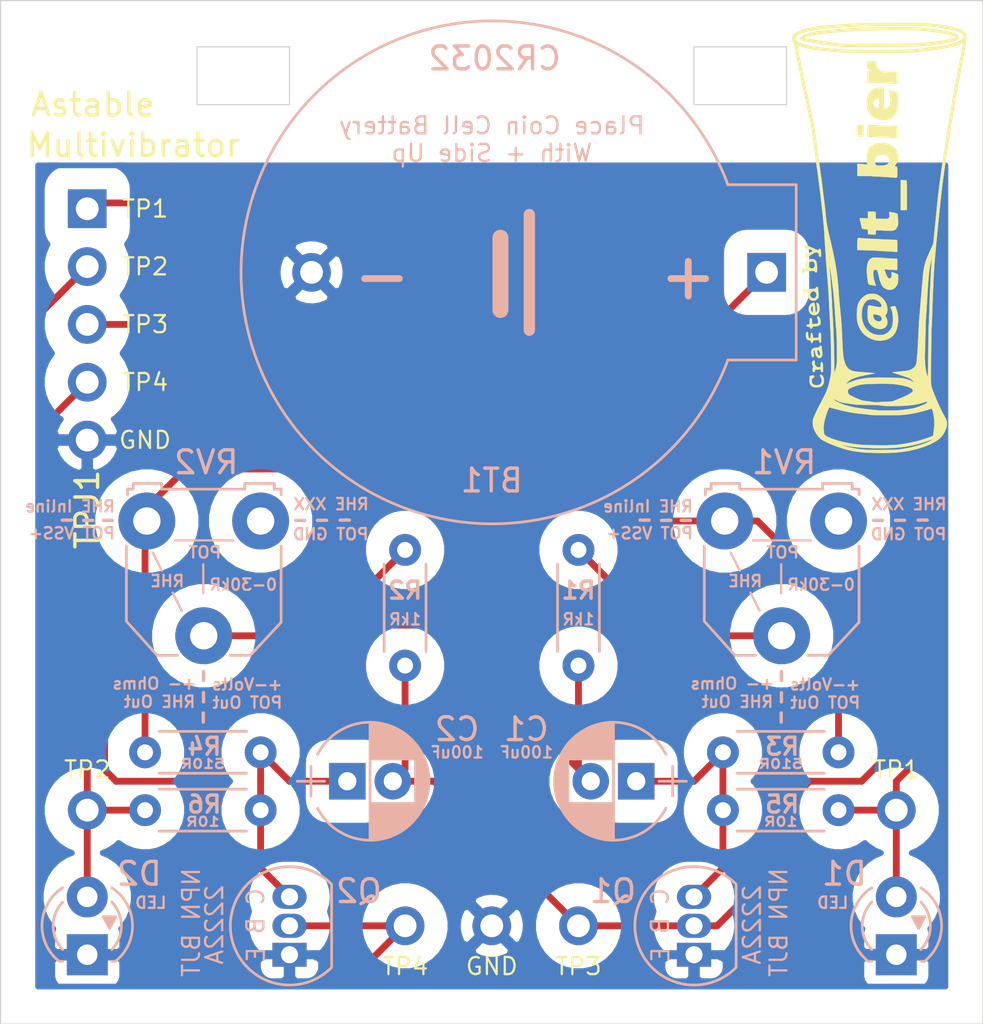
<source format=kicad_pcb>
(kicad_pcb (version 20171130) (host pcbnew "(5.1.9)-1")

  (general
    (thickness 1.6)
    (drawings 32)
    (tracks 82)
    (zones 0)
    (modules 22)
    (nets 13)
  )

  (page USLetter)
  (title_block
    (title "Astable Multivibrator Dev Board")
    (date 2021-08-19)
    (rev 1)
    (company "Created by @alt_bier a.k.a. Richard Gowen")
  )

  (layers
    (0 F.Cu signal)
    (31 B.Cu signal)
    (32 B.Adhes user)
    (33 F.Adhes user)
    (34 B.Paste user)
    (35 F.Paste user)
    (36 B.SilkS user)
    (37 F.SilkS user)
    (38 B.Mask user)
    (39 F.Mask user)
    (40 Dwgs.User user)
    (41 Cmts.User user)
    (42 Eco1.User user)
    (43 Eco2.User user)
    (44 Edge.Cuts user)
    (45 Margin user)
    (46 B.CrtYd user)
    (47 F.CrtYd user hide)
    (48 B.Fab user)
    (49 F.Fab user hide)
  )

  (setup
    (last_trace_width 0.25)
    (user_trace_width 0.25)
    (user_trace_width 0.3)
    (user_trace_width 0.35)
    (user_trace_width 0.4)
    (trace_clearance 0.2)
    (zone_clearance 1.016)
    (zone_45_only no)
    (trace_min 0.2)
    (via_size 0.8)
    (via_drill 0.4)
    (via_min_size 0.4)
    (via_min_drill 0.3)
    (uvia_size 0.3)
    (uvia_drill 0.1)
    (uvias_allowed no)
    (uvia_min_size 0.2)
    (uvia_min_drill 0.1)
    (edge_width 0.05)
    (segment_width 0.2)
    (pcb_text_width 0.3)
    (pcb_text_size 1.5 1.5)
    (mod_edge_width 0.12)
    (mod_text_size 1 1)
    (mod_text_width 0.15)
    (pad_size 1.524 1.524)
    (pad_drill 0.762)
    (pad_to_mask_clearance 0)
    (aux_axis_origin 0 0)
    (visible_elements 7FFFFFFF)
    (pcbplotparams
      (layerselection 0x010f0_ffffffff)
      (usegerberextensions false)
      (usegerberattributes false)
      (usegerberadvancedattributes true)
      (creategerberjobfile false)
      (excludeedgelayer false)
      (linewidth 0.100000)
      (plotframeref false)
      (viasonmask false)
      (mode 1)
      (useauxorigin true)
      (hpglpennumber 1)
      (hpglpenspeed 20)
      (hpglpendiameter 15.000000)
      (psnegative false)
      (psa4output false)
      (plotreference true)
      (plotvalue true)
      (plotinvisibletext false)
      (padsonsilk false)
      (subtractmaskfromsilk false)
      (outputformat 1)
      (mirror false)
      (drillshape 0)
      (scaleselection 1)
      (outputdirectory "gerber/2021_08_19_jlcpcb/"))
  )

  (net 0 "")
  (net 1 "Net-(BT1-Pad1)")
  (net 2 GND)
  (net 3 "Net-(C1-Pad1)")
  (net 4 TP4)
  (net 5 TP3)
  (net 6 "Net-(C2-Pad1)")
  (net 7 TP1)
  (net 8 TP2)
  (net 9 "Net-(R1-Pad1)")
  (net 10 "Net-(R2-Pad2)")
  (net 11 "Net-(RV1-Pad1)")
  (net 12 "Net-(RV2-Pad1)")

  (net_class Default "This is the default net class."
    (clearance 0.2)
    (trace_width 0.25)
    (via_dia 0.8)
    (via_drill 0.4)
    (uvia_dia 0.3)
    (uvia_drill 0.1)
    (add_net GND)
    (add_net "Net-(BT1-Pad1)")
    (add_net "Net-(C1-Pad1)")
    (add_net "Net-(C2-Pad1)")
    (add_net "Net-(R1-Pad1)")
    (add_net "Net-(R2-Pad2)")
    (add_net "Net-(RV1-Pad1)")
    (add_net "Net-(RV2-Pad1)")
    (add_net TP1)
    (add_net TP2)
    (add_net TP3)
    (add_net TP4)
  )

  (module 0_alt_bier:logo-alt_bier-1200dpi-8x19mm-front (layer F.Cu) (tedit 5D75B208) (tstamp 611FACC6)
    (at 150.368 81.534)
    (fp_text reference G*** (at 0 13.375) (layer F.Fab) hide
      (effects (font (size 1.524 1.524) (thickness 0.3)))
    )
    (fp_text value LOGO (at 0.025 11.05) (layer F.Fab) hide
      (effects (font (size 1.524 1.524) (thickness 0.3)))
    )
    (fp_poly (pts (xy 1.290041 -9.428686) (xy 1.504152 -9.427399) (xy 1.697116 -9.425324) (xy 1.8644 -9.422429)
      (xy 2.001469 -9.418682) (xy 2.103789 -9.414049) (xy 2.116667 -9.413222) (xy 2.400624 -9.388638)
      (xy 2.68242 -9.354206) (xy 2.951487 -9.311558) (xy 3.197256 -9.262327) (xy 3.367191 -9.220074)
      (xy 3.531321 -9.168282) (xy 3.656986 -9.112418) (xy 3.748054 -9.04894) (xy 3.80839 -8.974308)
      (xy 3.841861 -8.884983) (xy 3.852332 -8.777423) (xy 3.852334 -8.775819) (xy 3.848254 -8.719104)
      (xy 3.836883 -8.629435) (xy 3.819525 -8.515306) (xy 3.797483 -8.385215) (xy 3.772058 -8.247658)
      (xy 3.768584 -8.229726) (xy 3.740456 -8.084068) (xy 3.712624 -7.937602) (xy 3.687064 -7.8009)
      (xy 3.665754 -7.684538) (xy 3.650671 -7.599089) (xy 3.650627 -7.598833) (xy 3.636076 -7.517074)
      (xy 3.61494 -7.403382) (xy 3.589042 -7.267314) (xy 3.560206 -7.118428) (xy 3.530258 -6.966279)
      (xy 3.521344 -6.9215) (xy 3.48162 -6.715938) (xy 3.43704 -6.473587) (xy 3.388423 -6.199608)
      (xy 3.336592 -5.899162) (xy 3.282366 -5.577411) (xy 3.226567 -5.239517) (xy 3.170015 -4.89064)
      (xy 3.113531 -4.535942) (xy 3.057935 -4.180586) (xy 3.004049 -3.829731) (xy 2.952694 -3.48854)
      (xy 2.904689 -3.162174) (xy 2.860856 -2.855794) (xy 2.822016 -2.574563) (xy 2.788989 -2.32364)
      (xy 2.784217 -2.286) (xy 2.76924 -2.161978) (xy 2.750871 -2.00138) (xy 2.729686 -1.809779)
      (xy 2.706259 -1.592747) (xy 2.681165 -1.355856) (xy 2.654978 -1.104678) (xy 2.628273 -0.844786)
      (xy 2.601624 -0.58175) (xy 2.575607 -0.321143) (xy 2.550796 -0.068537) (xy 2.527766 0.170496)
      (xy 2.507091 0.390383) (xy 2.498232 0.486833) (xy 2.485066 0.631464) (xy 2.47261 0.768266)
      (xy 2.461577 0.889408) (xy 2.452679 0.987062) (xy 2.446631 1.053398) (xy 2.445214 1.068917)
      (xy 2.439533 1.139093) (xy 2.432749 1.234666) (xy 2.426039 1.338762) (xy 2.423824 1.375833)
      (xy 2.417221 1.48866) (xy 2.410155 1.608642) (xy 2.403918 1.713862) (xy 2.402617 1.735667)
      (xy 2.398313 1.816362) (xy 2.393164 1.926282) (xy 2.387749 2.052341) (xy 2.38265 2.181454)
      (xy 2.38152 2.211917) (xy 2.376341 2.352185) (xy 2.370633 2.504534) (xy 2.365063 2.651315)
      (xy 2.360295 2.774882) (xy 2.359961 2.783417) (xy 2.356039 2.889103) (xy 2.351338 3.024547)
      (xy 2.346275 3.17719) (xy 2.341269 3.334474) (xy 2.33742 3.46075) (xy 2.333012 3.595491)
      (xy 2.328184 3.720255) (xy 2.323302 3.827143) (xy 2.318727 3.908257) (xy 2.314826 3.955699)
      (xy 2.314503 3.958167) (xy 2.312392 3.992685) (xy 2.310015 4.065469) (xy 2.307444 4.172452)
      (xy 2.304747 4.309567) (xy 2.301995 4.472746) (xy 2.299258 4.657924) (xy 2.296606 4.861034)
      (xy 2.294109 5.078009) (xy 2.292464 5.23875) (xy 2.290016 5.495632) (xy 2.288113 5.713805)
      (xy 2.286841 5.896888) (xy 2.286282 6.048503) (xy 2.28652 6.172271) (xy 2.28764 6.271811)
      (xy 2.289724 6.350745) (xy 2.292858 6.412695) (xy 2.297124 6.461279) (xy 2.302606 6.50012)
      (xy 2.309389 6.532839) (xy 2.317556 6.563055) (xy 2.323573 6.582833) (xy 2.364514 6.702752)
      (xy 2.419822 6.847982) (xy 2.485712 7.009963) (xy 2.558398 7.180131) (xy 2.634094 7.349927)
      (xy 2.709017 7.510787) (xy 2.779379 7.654151) (xy 2.841397 7.771456) (xy 2.873281 7.826181)
      (xy 2.943899 7.957826) (xy 2.983652 8.078855) (xy 2.99259 8.198057) (xy 2.970768 8.324219)
      (xy 2.918238 8.46613) (xy 2.877663 8.551333) (xy 2.80361 8.676448) (xy 2.714476 8.781791)
      (xy 2.60061 8.877329) (xy 2.492971 8.94867) (xy 2.253989 9.07615) (xy 1.980214 9.187928)
      (xy 1.676715 9.282567) (xy 1.348556 9.358627) (xy 1.000804 9.414671) (xy 0.762 9.440083)
      (xy 0.616725 9.449202) (xy 0.439466 9.455186) (xy 0.240448 9.45812) (xy 0.029896 9.45809)
      (xy -0.181962 9.455183) (xy -0.384902 9.449484) (xy -0.568697 9.441079) (xy -0.723121 9.430054)
      (xy -0.751416 9.427358) (xy -0.882476 9.412184) (xy -1.024341 9.39254) (xy -1.158108 9.3712)
      (xy -1.246971 9.35469) (xy -1.41751 9.313623) (xy -1.611855 9.256414) (xy -1.81689 9.187634)
      (xy -2.019502 9.111851) (xy -2.027801 9.108381) (xy -1.622437 9.108381) (xy -1.608793 9.118274)
      (xy -1.562162 9.135176) (xy -1.490852 9.156778) (xy -1.403171 9.180771) (xy -1.307426 9.204846)
      (xy -1.211925 9.226695) (xy -1.153583 9.238674) (xy -0.974565 9.269643) (xy -0.791717 9.29332)
      (xy -0.597721 9.310168) (xy -0.385264 9.320646) (xy -0.147029 9.325218) (xy 0.124299 9.324343)
      (xy 0.1905 9.323445) (xy 0.349326 9.320716) (xy 0.497005 9.317581) (xy 0.627457 9.314214)
      (xy 0.734604 9.310793) (xy 0.812369 9.307493) (xy 0.854671 9.304491) (xy 0.85725 9.304132)
      (xy 0.908781 9.296312) (xy 0.986771 9.284948) (xy 1.075744 9.272289) (xy 1.090084 9.270278)
      (xy 1.260179 9.24146) (xy 1.443047 9.201751) (xy 1.630523 9.153655) (xy 1.81444 9.099677)
      (xy 1.986633 9.042321) (xy 2.138937 8.984092) (xy 2.263185 8.927494) (xy 2.328944 8.890284)
      (xy 2.36417 8.865342) (xy 2.36956 8.855929) (xy 2.360084 8.858286) (xy 2.041482 8.966866)
      (xy 1.747045 9.05512) (xy 1.466986 9.124714) (xy 1.191522 9.17732) (xy 0.910867 9.214605)
      (xy 0.615237 9.238238) (xy 0.294847 9.249889) (xy 0.052917 9.251812) (xy -0.239664 9.248252)
      (xy -0.51913 9.238725) (xy -0.779879 9.223645) (xy -1.016308 9.203423) (xy -1.222814 9.178472)
      (xy -1.393797 9.149204) (xy -1.421005 9.143368) (xy -1.505728 9.125481) (xy -1.573428 9.113046)
      (xy -1.614588 9.107715) (xy -1.622437 9.108381) (xy -2.027801 9.108381) (xy -2.206574 9.033636)
      (xy -2.31775 8.981622) (xy -2.425251 8.926612) (xy -2.504489 8.880315) (xy -2.566248 8.835081)
      (xy -2.621307 8.783258) (xy -2.664769 8.735375) (xy -2.784255 8.572077) (xy -2.866596 8.401001)
      (xy -2.867527 8.397278) (xy -2.433995 8.397278) (xy -2.418537 8.548023) (xy -2.409862 8.586774)
      (xy -2.396457 8.633603) (xy -2.37882 8.667008) (xy -2.348417 8.694746) (xy -2.296717 8.724575)
      (xy -2.215186 8.764252) (xy -2.214071 8.764782) (xy -2.033514 8.839487) (xy -1.819894 8.909154)
      (xy -1.582385 8.971576) (xy -1.330161 9.024544) (xy -1.072398 9.065851) (xy -0.865765 9.089253)
      (xy -0.735339 9.09871) (xy -0.576459 9.106475) (xy -0.39707 9.112489) (xy -0.205116 9.116692)
      (xy -0.008542 9.119025) (xy 0.184708 9.119429) (xy 0.366688 9.117843) (xy 0.529454 9.114208)
      (xy 0.66506 9.108464) (xy 0.757543 9.10142) (xy 0.957387 9.076116) (xy 1.178919 9.040492)
      (xy 1.403735 8.997828) (xy 1.613432 8.951406) (xy 1.651449 8.942081) (xy 1.725637 8.922067)
      (xy 1.819718 8.89453) (xy 1.925733 8.862053) (xy 2.035723 8.827217) (xy 2.14173 8.792605)
      (xy 2.235795 8.760799) (xy 2.309958 8.734383) (xy 2.356263 8.715938) (xy 2.367341 8.709792)
      (xy 2.377042 8.681776) (xy 2.388368 8.620796) (xy 2.400283 8.536135) (xy 2.411751 8.437078)
      (xy 2.421735 8.33291) (xy 2.4292 8.232916) (xy 2.43311 8.146381) (xy 2.433445 8.117417)
      (xy 2.429232 8.016042) (xy 2.418093 7.906933) (xy 2.401652 7.797779) (xy 2.381531 7.696269)
      (xy 2.359353 7.61009) (xy 2.336741 7.546933) (xy 2.315316 7.514485) (xy 2.30571 7.512135)
      (xy 2.274165 7.521569) (xy 2.211647 7.540653) (xy 2.127613 7.56649) (xy 2.044073 7.592295)
      (xy 1.799356 7.659403) (xy 1.534998 7.716807) (xy 1.270224 7.760794) (xy 1.037167 7.786668)
      (xy 0.955479 7.791251) (xy 0.844353 7.794857) (xy 0.710458 7.797503) (xy 0.560467 7.79921)
      (xy 0.401051 7.799996) (xy 0.238883 7.799879) (xy 0.080632 7.798878) (xy -0.067028 7.797013)
      (xy -0.197427 7.794301) (xy -0.303893 7.790761) (xy -0.379754 7.786413) (xy -0.41275 7.782595)
      (xy -0.472904 7.773105) (xy -0.550242 7.763247) (xy -0.582083 7.759781) (xy -0.648394 7.752996)
      (xy -0.74235 7.743353) (xy -0.849486 7.732339) (xy -0.92075 7.725003) (xy -1.170797 7.691014)
      (xy -1.452691 7.637675) (xy -1.761223 7.566107) (xy -2.091187 7.477437) (xy -2.159854 7.457585)
      (xy -2.18391 7.466632) (xy -2.21274 7.50823) (xy -2.24745 7.584731) (xy -2.289147 7.698486)
      (xy -2.325936 7.8105) (xy -2.388172 8.032932) (xy -2.424032 8.227053) (xy -2.433995 8.397278)
      (xy -2.867527 8.397278) (xy -2.910245 8.226523) (xy -2.913656 8.053019) (xy -2.911747 8.036067)
      (xy -2.893837 7.964048) (xy -2.854355 7.858258) (xy -2.79427 7.720759) (xy -2.714547 7.553613)
      (xy -2.616152 7.358884) (xy -2.500054 7.138635) (xy -2.479956 7.10148) (xy -1.989666 7.10148)
      (xy -1.97142 7.124055) (xy -1.92216 7.158066) (xy -1.850106 7.199044) (xy -1.763478 7.242523)
      (xy -1.670494 7.284035) (xy -1.608666 7.308548) (xy -1.467332 7.357026) (xy -1.316738 7.399683)
      (xy -1.15118 7.437591) (xy -0.964954 7.471822) (xy -0.752355 7.503449) (xy -0.507678 7.533542)
      (xy -0.28575 7.557159) (xy -0.186891 7.567263) (xy -0.100471 7.576371) (xy -0.037151 7.583343)
      (xy -0.010583 7.586576) (xy 0.039268 7.590134) (xy 0.122679 7.592361) (xy 0.230899 7.593349)
      (xy 0.35518 7.593193) (xy 0.48677 7.591985) (xy 0.616921 7.589821) (xy 0.736883 7.586792)
      (xy 0.837906 7.582993) (xy 0.91124 7.578518) (xy 0.931334 7.576501) (xy 1.030499 7.564616)
      (xy 1.13689 7.552304) (xy 1.195917 7.545702) (xy 1.284809 7.533868) (xy 1.390551 7.516812)
      (xy 1.479718 7.500269) (xy 1.574174 7.477319) (xy 1.679491 7.44532) (xy 1.788105 7.407365)
      (xy 1.892452 7.366547) (xy 1.984966 7.325959) (xy 2.058083 7.288695) (xy 2.104238 7.257847)
      (xy 2.116667 7.239819) (xy 2.100518 7.210718) (xy 2.061543 7.206318) (xy 2.035615 7.215899)
      (xy 1.985704 7.235714) (xy 1.905102 7.260217) (xy 1.804784 7.286613) (xy 1.695726 7.312111)
      (xy 1.588905 7.333916) (xy 1.534584 7.343403) (xy 1.405869 7.360345) (xy 1.252724 7.374341)
      (xy 1.08279 7.385256) (xy 0.903711 7.392957) (xy 0.723126 7.397312) (xy 0.548679 7.398185)
      (xy 0.38801 7.395444) (xy 0.248762 7.388956) (xy 0.138577 7.378586) (xy 0.082147 7.368786)
      (xy 0.031185 7.361813) (xy -0.05394 7.355712) (xy -0.165061 7.350826) (xy -0.29401 7.347501)
      (xy -0.43262 7.34608) (xy -0.457603 7.346053) (xy -0.595984 7.345583) (xy -0.725123 7.344182)
      (xy -0.837131 7.342009) (xy -0.924121 7.339226) (xy -0.978205 7.335993) (xy -0.98425 7.335323)
      (xy -1.164815 7.311901) (xy -1.308731 7.292675) (xy -1.421378 7.276794) (xy -1.50814 7.263406)
      (xy -1.574397 7.25166) (xy -1.625531 7.240706) (xy -1.666924 7.22969) (xy -1.68275 7.224825)
      (xy -1.747041 7.202619) (xy -1.795116 7.182944) (xy -1.80975 7.174909) (xy -1.840859 7.157109)
      (xy -1.888551 7.135183) (xy -1.938644 7.114919) (xy -1.976955 7.102106) (xy -1.989666 7.10148)
      (xy -2.479956 7.10148) (xy -2.434122 7.01675) (xy -2.310198 6.753531) (xy -1.366528 6.753531)
      (xy -1.360739 6.800419) (xy -1.34986 6.836897) (xy -1.328693 6.869158) (xy -1.291564 6.901129)
      (xy -1.2328 6.936738) (xy -1.146726 6.979912) (xy -1.02767 7.034578) (xy -1.012851 7.041223)
      (xy -0.897455 7.091561) (xy -0.80755 7.126596) (xy -0.730775 7.149988) (xy -0.654774 7.165395)
      (xy -0.567188 7.176478) (xy -0.550333 7.178188) (xy -0.452834 7.188989) (xy -0.362842 7.200952)
      (xy -0.294577 7.212112) (xy -0.275166 7.216241) (xy -0.207743 7.225787) (xy -0.125756 7.228365)
      (xy -0.09525 7.22709) (xy -0.033425 7.223338) (xy 0.058688 7.218368) (xy 0.169084 7.212803)
      (xy 0.285756 7.207266) (xy 0.296334 7.206782) (xy 0.582084 7.193754) (xy 0.907442 7.06443)
      (xy 1.077555 6.993352) (xy 1.223334 6.925401) (xy 1.341142 6.86259) (xy 1.427342 6.806933)
      (xy 1.478295 6.760442) (xy 1.488927 6.74261) (xy 1.488906 6.68894) (xy 1.447155 6.637728)
      (xy 1.364224 6.589288) (xy 1.240663 6.543934) (xy 1.077021 6.501979) (xy 1.061973 6.498728)
      (xy 0.914184 6.469827) (xy 0.769696 6.447672) (xy 0.620691 6.431737) (xy 0.459354 6.421498)
      (xy 0.27787 6.41643) (xy 0.068423 6.416008) (xy -0.12914 6.41875) (xy -0.320324 6.422975)
      (xy -0.476507 6.428284) (xy -0.605021 6.435715) (xy -0.713196 6.446307) (xy -0.808364 6.461098)
      (xy -0.897858 6.481126) (xy -0.98901 6.50743) (xy -1.08915 6.541047) (xy -1.152489 6.563673)
      (xy -1.255752 6.606048) (xy -1.322379 6.647874) (xy -1.357571 6.695065) (xy -1.366528 6.753531)
      (xy -2.310198 6.753531) (xy -2.303844 6.740035) (xy -2.204413 6.442754) (xy -2.13527 6.12775)
      (xy -2.125071 6.064236) (xy -2.116918 6.002495) (xy -2.110675 5.937348) (xy -2.106203 5.863619)
      (xy -2.103366 5.776129) (xy -2.102026 5.6697) (xy -2.102045 5.539155) (xy -2.103287 5.379316)
      (xy -2.105614 5.185006) (xy -2.107196 5.069417) (xy -2.109985 4.884046) (xy -2.112956 4.709948)
      (xy -2.115996 4.552136) (xy -2.118994 4.415624) (xy -2.121839 4.305426) (xy -2.124419 4.226558)
      (xy -2.126622 4.184033) (xy -2.126996 4.180417) (xy -2.130806 4.136631) (xy -2.135619 4.06017)
      (xy -2.140898 3.960662) (xy -2.146105 3.847736) (xy -2.147682 3.81) (xy -2.153 3.686207)
      (xy -2.158723 3.564394) (xy -2.164229 3.457165) (xy -2.168895 3.377121) (xy -2.169671 3.3655)
      (xy -2.174569 3.286785) (xy -2.180418 3.181041) (xy -2.1864 3.063535) (xy -2.190617 2.973917)
      (xy -2.198133 2.812779) (xy -2.205843 2.660774) (xy -2.214151 2.512048) (xy -2.223461 2.360748)
      (xy -2.234178 2.201021) (xy -2.246705 2.027014) (xy -2.261447 1.832874) (xy -2.278808 1.612748)
      (xy -2.299193 1.360783) (xy -2.304875 1.291562) (xy -2.174516 1.291562) (xy -2.170061 1.3335)
      (xy -2.163518 1.393555) (xy -2.155786 1.476738) (xy -2.149276 1.55575) (xy -2.124834 1.88028)
      (xy -2.104446 2.164212) (xy -2.088008 2.409076) (xy -2.07542 2.616403) (xy -2.066579 2.787724)
      (xy -2.064916 2.82575) (xy -2.057833 2.988533) (xy -2.050502 3.142468) (xy -2.042242 3.300618)
      (xy -2.032374 3.476044) (xy -2.021416 3.661833) (xy -2.018311 3.716751) (xy -2.01511 3.780376)
      (xy -2.011644 3.857088) (xy -2.007738 3.951268) (xy -2.003222 4.067293) (xy -1.997924 4.209545)
      (xy -1.991671 4.382401) (xy -1.984292 4.590242) (xy -1.978609 4.751917) (xy -1.974881 4.879548)
      (xy -1.971485 5.035369) (xy -1.968663 5.205235) (xy -1.966656 5.375003) (xy -1.965792 5.503333)
      (xy -1.964103 5.93725) (xy -1.923444 5.834475) (xy -1.899666 5.760086) (xy -1.876642 5.664475)
      (xy -1.859607 5.569892) (xy -1.853498 5.500388) (xy -1.849289 5.395437) (xy -1.846884 5.261878)
      (xy -1.84619 5.106552) (xy -1.847111 4.936295) (xy -1.849552 4.757949) (xy -1.853418 4.578353)
      (xy -1.858615 4.404345) (xy -1.865047 4.242765) (xy -1.872619 4.100452) (xy -1.881237 3.984246)
      (xy -1.881686 3.979333) (xy -1.892202 3.860471) (xy -1.902799 3.732594) (xy -1.911748 3.616857)
      (xy -1.914584 3.577167) (xy -1.933162 3.309527) (xy -1.949354 3.080849) (xy -1.963417 2.887843)
      (xy -1.975608 2.727219) (xy -1.986184 2.595688) (xy -1.995401 2.48996) (xy -2.003517 2.406746)
      (xy -2.010788 2.342756) (xy -2.011272 2.338917) (xy -2.043368 2.087631) (xy -2.070928 1.87601)
      (xy -2.094293 1.701663) (xy -2.113805 1.562203) (xy -2.129807 1.455242) (xy -2.14264 1.378392)
      (xy -2.152648 1.329264) (xy -2.158986 1.30799) (xy -2.171579 1.282098) (xy -2.174516 1.291562)
      (xy -2.304875 1.291562) (xy -2.317071 1.143) (xy -2.322603 1.06891) (xy -2.329264 0.969401)
      (xy -2.335946 0.861326) (xy -2.338635 0.814917) (xy -2.344946 0.708448) (xy -2.351687 0.603049)
      (xy -2.357763 0.515572) (xy -2.359965 0.486833) (xy -2.371418 0.331835) (xy -2.383644 0.143242)
      (xy -2.396094 -0.070229) (xy -2.403155 -0.201083) (xy -2.412763 -0.347683) (xy -2.42796 -0.531281)
      (xy -2.448192 -0.746991) (xy -2.472908 -0.989926) (xy -2.501556 -1.255199) (xy -2.533584 -1.537922)
      (xy -2.568439 -1.833209) (xy -2.605569 -2.136173) (xy -2.644423 -2.441927) (xy -2.684448 -2.745584)
      (xy -2.719989 -3.005667) (xy -2.747113 -3.202358) (xy -2.776088 -3.415445) (xy -2.805344 -3.633173)
      (xy -2.83331 -3.843786) (xy -2.858415 -4.035531) (xy -2.878374 -4.191) (xy -2.895044 -4.320626)
      (xy -2.911182 -4.440414) (xy -2.927593 -4.554536) (xy -2.945085 -4.667163) (xy -2.964463 -4.782466)
      (xy -2.986535 -4.904616) (xy -3.012106 -5.037785) (xy -3.041983 -5.186143) (xy -3.076973 -5.353861)
      (xy -3.117882 -5.545112) (xy -3.165516 -5.764065) (xy -3.220683 -6.014892) (xy -3.284187 -6.301765)
      (xy -3.301937 -6.38175) (xy -3.337224 -6.542921) (xy -3.375422 -6.721298) (xy -3.415429 -6.911396)
      (xy -3.456144 -7.107732) (xy -3.496466 -7.30482) (xy -3.535291 -7.497177) (xy -3.57152 -7.679317)
      (xy -3.60405 -7.845756) (xy -3.631779 -7.991009) (xy -3.653606 -8.109593) (xy -3.668429 -8.196021)
      (xy -3.673971 -8.233833) (xy -3.688591 -8.30766) (xy -3.715036 -8.403509) (xy -3.719612 -8.41733)
      (xy -3.566771 -8.41733) (xy -3.559555 -8.354261) (xy -3.544746 -8.257571) (xy -3.523101 -8.13112)
      (xy -3.495376 -7.978769) (xy -3.46233 -7.804379) (xy -3.424718 -7.611811) (xy -3.383297 -7.404924)
      (xy -3.338824 -7.18758) (xy -3.292055 -6.963638) (xy -3.243747 -6.736961) (xy -3.194658 -6.511408)
      (xy -3.145543 -6.29084) (xy -3.132589 -6.233583) (xy -3.091664 -6.051383) (xy -3.047867 -5.853034)
      (xy -3.003932 -5.651148) (xy -2.962595 -5.458342) (xy -2.926588 -5.287228) (xy -2.910062 -5.207)
      (xy -2.880831 -5.061688) (xy -2.855695 -4.931403) (xy -2.833478 -4.808588) (xy -2.813007 -4.685687)
      (xy -2.793106 -4.555144) (xy -2.772602 -4.409403) (xy -2.75032 -4.240908) (xy -2.725085 -4.042102)
      (xy -2.709364 -3.915833) (xy -2.683905 -3.713249) (xy -2.65893 -3.521056) (xy -2.632863 -3.327658)
      (xy -2.604125 -3.121461) (xy -2.571141 -2.890868) (xy -2.552483 -2.76225) (xy -2.532656 -2.62226)
      (xy -2.512995 -2.476727) (xy -2.49528 -2.339288) (xy -2.481294 -2.223583) (xy -2.47647 -2.180167)
      (xy -2.462347 -2.053488) (xy -2.445347 -1.910015) (xy -2.428472 -1.774877) (xy -2.423346 -1.735667)
      (xy -2.409964 -1.634165) (xy -2.398698 -1.546453) (xy -2.388584 -1.464094) (xy -2.37866 -1.37865)
      (xy -2.367962 -1.281686) (xy -2.355526 -1.164764) (xy -2.340391 -1.019448) (xy -2.329102 -0.910167)
      (xy -2.307203 -0.721413) (xy -2.28114 -0.547034) (xy -2.248109 -0.371192) (xy -2.205305 -0.178052)
      (xy -2.182935 -0.084667) (xy -2.10176 0.254596) (xy -2.032168 0.560389) (xy -1.973018 0.839615)
      (xy -1.923168 1.09918) (xy -1.881475 1.345988) (xy -1.846799 1.586943) (xy -1.817996 1.82895)
      (xy -1.793924 2.078914) (xy -1.773443 2.343739) (xy -1.768059 2.423583) (xy -1.759292 2.552056)
      (xy -1.750377 2.669283) (xy -1.740262 2.787255) (xy -1.727892 2.917958) (xy -1.712214 3.073382)
      (xy -1.703877 3.153833) (xy -1.673885 3.462459) (xy -1.650542 3.753293) (xy -1.63235 4.047105)
      (xy -1.619254 4.328583) (xy -1.610033 4.550063) (xy -1.601654 4.734194) (xy -1.593628 4.885942)
      (xy -1.585467 5.010271) (xy -1.57668 5.112146) (xy -1.566781 5.196531) (xy -1.555278 5.268391)
      (xy -1.541685 5.332689) (xy -1.525511 5.394391) (xy -1.508776 5.450417) (xy -1.461298 5.581168)
      (xy -1.408064 5.678798) (xy -1.342772 5.752513) (xy -1.263391 5.80904) (xy -1.2132 5.833117)
      (xy -1.148822 5.853307) (xy -1.064895 5.870462) (xy -0.956058 5.885432) (xy -0.816947 5.899069)
      (xy -0.6422 5.912224) (xy -0.592666 5.915514) (xy -0.470777 5.924143) (xy -0.360835 5.933231)
      (xy -0.27016 5.942056) (xy -0.206071 5.949897) (xy -0.175889 5.956032) (xy -0.174781 5.956718)
      (xy -0.192271 5.962145) (xy -0.243733 5.973417) (xy -0.321465 5.988942) (xy -0.417761 6.007132)
      (xy -0.428781 6.009158) (xy -0.65168 6.05239) (xy -0.837003 6.093885) (xy -0.98938 6.135172)
      (xy -1.113442 6.177775) (xy -1.21382 6.223222) (xy -1.295145 6.273039) (xy -1.341905 6.310171)
      (xy -1.401422 6.366285) (xy -1.432227 6.403427) (xy -1.43346 6.419125) (xy -1.404264 6.410905)
      (xy -1.370541 6.392734) (xy -1.322007 6.369286) (xy -1.244848 6.337717) (xy -1.150812 6.302655)
      (xy -1.076762 6.277012) (xy -0.93273 6.234273) (xy -0.780064 6.200353) (xy -0.613321 6.174747)
      (xy -0.427055 6.156953) (xy -0.215822 6.146466) (xy 0.025822 6.142784) (xy 0.303322 6.145402)
      (xy 0.338667 6.146103) (xy 0.494839 6.149754) (xy 0.642552 6.153963) (xy 0.774831 6.158472)
      (xy 0.884699 6.163024) (xy 0.965179 6.167362) (xy 1.005417 6.170706) (xy 1.128885 6.191753)
      (xy 1.251739 6.223054) (xy 1.361838 6.26078) (xy 1.447043 6.301099) (xy 1.47292 6.318216)
      (xy 1.521235 6.350676) (xy 1.542266 6.355942) (xy 1.536982 6.338346) (xy 1.50635 6.30222)
      (xy 1.459687 6.258964) (xy 1.424481 6.23012) (xy 1.389031 6.205403) (xy 1.347396 6.182361)
      (xy 1.293635 6.158542) (xy 1.221809 6.131493) (xy 1.125977 6.098761) (xy 1.000198 6.057894)
      (xy 0.879409 6.019406) (xy 0.773339 5.985024) (xy 0.684948 5.954991) (xy 0.620508 5.931553)
      (xy 0.586294 5.916955) (xy 0.583076 5.913311) (xy 0.610039 5.909471) (xy 0.671599 5.902482)
      (xy 0.760203 5.893147) (xy 0.868297 5.882269) (xy 0.946259 5.874673) (xy 1.090696 5.860094)
      (xy 1.200627 5.846707) (xy 1.283769 5.832628) (xy 1.347838 5.815973) (xy 1.40055 5.794857)
      (xy 1.449622 5.767396) (xy 1.487051 5.742624) (xy 1.558831 5.68366) (xy 1.60782 5.616629)
      (xy 1.638849 5.531316) (xy 1.656749 5.417504) (xy 1.660277 5.376333) (xy 1.66768 5.282727)
      (xy 1.669043 5.267203) (xy 2.016825 5.267203) (xy 2.024248 5.473959) (xy 2.041226 5.668987)
      (xy 2.06689 5.842172) (xy 2.099213 5.979583) (xy 2.121161 6.047813) (xy 2.138821 6.093348)
      (xy 2.148905 6.107916) (xy 2.149671 6.106583) (xy 2.151066 6.081912) (xy 2.152801 6.01894)
      (xy 2.15481 5.921699) (xy 2.15703 5.794219) (xy 2.159396 5.640532) (xy 2.161843 5.464667)
      (xy 2.164308 5.270656) (xy 2.166726 5.062531) (xy 2.167575 4.98475) (xy 2.17001 4.771254)
      (xy 2.172593 4.569396) (xy 2.175252 4.383359) (xy 2.177913 4.21733) (xy 2.180503 4.075494)
      (xy 2.182951 3.962036) (xy 2.185181 3.881142) (xy 2.187122 3.836997) (xy 2.187693 3.831167)
      (xy 2.190677 3.795279) (xy 2.194454 3.723865) (xy 2.198746 3.623717) (xy 2.203273 3.501626)
      (xy 2.207755 3.364387) (xy 2.209914 3.291417) (xy 2.214488 3.136441) (xy 2.219328 2.981376)
      (xy 2.224109 2.836092) (xy 2.228502 2.710455) (xy 2.232181 2.614336) (xy 2.233088 2.592917)
      (xy 2.237862 2.483316) (xy 2.243639 2.349817) (xy 2.249625 2.210813) (xy 2.254111 2.106083)
      (xy 2.264284 1.878286) (xy 2.274789 1.662227) (xy 2.285317 1.46336) (xy 2.295555 1.287139)
      (xy 2.305194 1.139016) (xy 2.313923 1.024447) (xy 2.318637 0.973667) (xy 2.321263 0.935858)
      (xy 2.317132 0.934453) (xy 2.305418 0.971157) (xy 2.287972 1.037167) (xy 2.254248 1.194882)
      (xy 2.223024 1.393302) (xy 2.194465 1.630863) (xy 2.168738 1.906001) (xy 2.14601 2.217152)
      (xy 2.127051 2.550583) (xy 2.121236 2.661981) (xy 2.115016 2.77293) (xy 2.109309 2.867427)
      (xy 2.106452 2.910417) (xy 2.101409 2.986855) (xy 2.095111 3.089574) (xy 2.088524 3.202575)
      (xy 2.084747 3.27025) (xy 2.078774 3.372194) (xy 2.072653 3.46449) (xy 2.067213 3.535216)
      (xy 2.064124 3.566583) (xy 2.061574 3.604269) (xy 2.058423 3.677991) (xy 2.054873 3.78146)
      (xy 2.051121 3.908386) (xy 2.047369 4.052479) (xy 2.043942 4.201583) (xy 2.040046 4.372219)
      (xy 2.035668 4.546323) (xy 2.031082 4.714136) (xy 2.026561 4.8659) (xy 2.022382 4.991856)
      (xy 2.019832 5.058833) (xy 2.016825 5.267203) (xy 1.669043 5.267203) (xy 1.675291 5.196099)
      (xy 1.681705 5.13224) (xy 1.682876 5.122333) (xy 1.689831 5.050205) (xy 1.697755 4.938977)
      (xy 1.706457 4.791868) (xy 1.715746 4.612097) (xy 1.724973 4.41325) (xy 1.73442 4.203776)
      (xy 1.742911 4.026851) (xy 1.751074 3.872719) (xy 1.759539 3.731626) (xy 1.768934 3.593815)
      (xy 1.77989 3.449531) (xy 1.793034 3.289021) (xy 1.808997 3.102527) (xy 1.810974 3.07975)
      (xy 1.825104 2.916263) (xy 1.838629 2.758132) (xy 1.850926 2.612758) (xy 1.861373 2.487543)
      (xy 1.869348 2.38989) (xy 1.874145 2.328333) (xy 1.881196 2.236493) (xy 1.888424 2.148849)
      (xy 1.894216 2.084917) (xy 1.900497 2.018693) (xy 1.90846 1.930811) (xy 1.91536 1.852083)
      (xy 1.933697 1.652154) (xy 1.9524 1.485623) (xy 1.973664 1.343592) (xy 1.999681 1.217166)
      (xy 2.032646 1.097448) (xy 2.07475 0.975541) (xy 2.128188 0.842549) (xy 2.195152 0.689576)
      (xy 2.210196 0.656167) (xy 2.38708 0.264583) (xy 2.486753 -0.749681) (xy 2.506864 -0.953752)
      (xy 2.525911 -1.145914) (xy 2.54346 -1.321862) (xy 2.559076 -1.477295) (xy 2.572324 -1.607908)
      (xy 2.582772 -1.709398) (xy 2.589983 -1.777461) (xy 2.593525 -1.807794) (xy 2.59356 -1.808014)
      (xy 2.598511 -1.84449) (xy 2.607144 -1.913966) (xy 2.618359 -2.00738) (xy 2.631057 -2.115671)
      (xy 2.634843 -2.148417) (xy 2.654717 -2.312042) (xy 2.680575 -2.511052) (xy 2.711492 -2.739068)
      (xy 2.746543 -2.98971) (xy 2.784801 -3.256597) (xy 2.82534 -3.533349) (xy 2.867236 -3.813587)
      (xy 2.909562 -4.090931) (xy 2.951392 -4.359) (xy 2.991802 -4.611415) (xy 2.995721 -4.6355)
      (xy 3.020457 -4.787611) (xy 3.049906 -4.969222) (xy 3.082077 -5.168036) (xy 3.114982 -5.371754)
      (xy 3.146633 -5.568077) (xy 3.165165 -5.68325) (xy 3.196157 -5.870855) (xy 3.233167 -6.086503)
      (xy 3.273799 -6.316747) (xy 3.315657 -6.548144) (xy 3.356344 -6.767246) (xy 3.385831 -6.9215)
      (xy 3.422671 -7.112028) (xy 3.461943 -7.316617) (xy 3.501499 -7.523982) (xy 3.539193 -7.722834)
      (xy 3.572877 -7.901889) (xy 3.598641 -8.040299) (xy 3.624361 -8.178042) (xy 3.648193 -8.302885)
      (xy 3.668874 -8.408435) (xy 3.68514 -8.488295) (xy 3.69573 -8.536073) (xy 3.698487 -8.545896)
      (xy 3.704126 -8.563626) (xy 3.698816 -8.569604) (xy 3.675581 -8.561718) (xy 3.627446 -8.53786)
      (xy 3.566584 -8.505991) (xy 3.460262 -8.458014) (xy 3.32801 -8.412846) (xy 3.167438 -8.370017)
      (xy 2.976156 -8.329058) (xy 2.751773 -8.289501) (xy 2.491901 -8.250875) (xy 2.194149 -8.212712)
      (xy 1.905 -8.1798) (xy 1.822339 -8.170744) (xy 1.73951 -8.161524) (xy 1.725084 -8.159898)
      (xy 1.641399 -8.151053) (xy 1.555935 -8.143488) (xy 1.464766 -8.137109) (xy 1.363967 -8.13182)
      (xy 1.249615 -8.127529) (xy 1.117783 -8.124141) (xy 0.964549 -8.12156) (xy 0.785986 -8.119694)
      (xy 0.578171 -8.118447) (xy 0.337179 -8.117725) (xy 0.059085 -8.117434) (xy -0.042333 -8.117417)
      (xy -0.396986 -8.117838) (xy -0.711574 -8.119133) (xy -0.988358 -8.121353) (xy -1.229598 -8.124545)
      (xy -1.437555 -8.128759) (xy -1.614488 -8.134045) (xy -1.76266 -8.140451) (xy -1.884329 -8.148027)
      (xy -1.981756 -8.156821) (xy -2.010833 -8.160233) (xy -2.057122 -8.165418) (xy -2.136397 -8.173628)
      (xy -2.239496 -8.183941) (xy -2.357257 -8.195434) (xy -2.427569 -8.202173) (xy -2.554737 -8.214933)
      (xy -2.677394 -8.228415) (xy -2.784757 -8.241351) (xy -2.866047 -8.252474) (xy -2.893235 -8.256904)
      (xy -2.990896 -8.276898) (xy -3.103752 -8.303784) (xy -3.220613 -8.334486) (xy -3.330288 -8.365924)
      (xy -3.421587 -8.395022) (xy -3.483319 -8.418702) (xy -3.485853 -8.41989) (xy -3.533901 -8.439117)
      (xy -3.563337 -8.444064) (xy -3.565639 -8.442917) (xy -3.566771 -8.41733) (xy -3.719612 -8.41733)
      (xy -3.748472 -8.504485) (xy -3.761257 -8.538757) (xy -3.798764 -8.642747) (xy -3.81779 -8.719986)
      (xy -3.818217 -8.757227) (xy -3.690147 -8.757227) (xy -3.685072 -8.714699) (xy -3.64664 -8.663297)
      (xy -3.570999 -8.610327) (xy -3.463153 -8.557465) (xy -3.328102 -8.50639) (xy -3.170847 -8.458777)
      (xy -2.99639 -8.416303) (xy -2.809733 -8.380645) (xy -2.615875 -8.35348) (xy -2.6035 -8.352088)
      (xy -2.476743 -8.338842) (xy -2.324894 -8.324253) (xy -2.156985 -8.30907) (xy -1.982051 -8.294041)
      (xy -1.809125 -8.279915) (xy -1.647241 -8.267441) (xy -1.505433 -8.257367) (xy -1.392735 -8.250442)
      (xy -1.354666 -8.248584) (xy -1.307422 -8.247402) (xy -1.222317 -8.246171) (xy -1.103825 -8.244923)
      (xy -0.956419 -8.24369) (xy -0.784571 -8.242506) (xy -0.592756 -8.241402) (xy -0.385446 -8.240412)
      (xy -0.167114 -8.239566) (xy -0.0635 -8.239233) (xy 0.233677 -8.238736) (xy 0.492199 -8.239202)
      (xy 0.715732 -8.240696) (xy 0.907946 -8.243282) (xy 1.072507 -8.247028) (xy 1.213085 -8.251997)
      (xy 1.333346 -8.258257) (xy 1.436959 -8.265871) (xy 1.439334 -8.266077) (xy 1.803944 -8.300417)
      (xy 2.140651 -8.337612) (xy 2.447484 -8.377325) (xy 2.722473 -8.41922) (xy 2.963648 -8.462961)
      (xy 3.169039 -8.508212) (xy 3.336677 -8.554637) (xy 3.464592 -8.601898) (xy 3.497203 -8.617342)
      (xy 3.572527 -8.6626) (xy 3.641364 -8.715953) (xy 3.694556 -8.769032) (xy 3.722947 -8.81347)
      (xy 3.725334 -8.825838) (xy 3.707527 -8.880271) (xy 3.660718 -8.940088) (xy 3.594827 -8.994017)
      (xy 3.559291 -9.014523) (xy 3.442304 -9.061789) (xy 3.283315 -9.107689) (xy 3.082635 -9.152158)
      (xy 2.840577 -9.195134) (xy 2.557452 -9.23655) (xy 2.370667 -9.260302) (xy 2.221288 -9.275376)
      (xy 2.045484 -9.287488) (xy 1.840836 -9.296692) (xy 1.604922 -9.303044) (xy 1.335324 -9.306599)
      (xy 1.02962 -9.307413) (xy 0.68539 -9.30554) (xy 0.482567 -9.30343) (xy 0.2666 -9.30073)
      (xy 0.059087 -9.297897) (xy -0.135265 -9.295012) (xy -0.311748 -9.292156) (xy -0.465651 -9.289408)
      (xy -0.592267 -9.28685) (xy -0.686888 -9.284562) (xy -0.744803 -9.282626) (xy -0.751416 -9.282296)
      (xy -0.828844 -9.278283) (xy -0.935503 -9.273118) (xy -1.058328 -9.267415) (xy -1.184253 -9.261793)
      (xy -1.2065 -9.260826) (xy -1.324063 -9.255406) (xy -1.433615 -9.249754) (xy -1.524728 -9.244449)
      (xy -1.586976 -9.240072) (xy -1.598083 -9.239064) (xy -1.656621 -9.234076) (xy -1.743035 -9.22777)
      (xy -1.842932 -9.221165) (xy -1.894416 -9.218013) (xy -2.064202 -9.206452) (xy -2.262864 -9.190439)
      (xy -2.477308 -9.171083) (xy -2.653233 -9.153753) (xy -2.742632 -9.141005) (xy -2.859454 -9.119327)
      (xy -2.990489 -9.091673) (xy -3.122531 -9.060999) (xy -3.24237 -9.030258) (xy -3.336798 -9.002407)
      (xy -3.350608 -8.997744) (xy -3.491227 -8.940795) (xy -3.595816 -8.880773) (xy -3.662686 -8.819107)
      (xy -3.690147 -8.757227) (xy -3.818217 -8.757227) (xy -3.818498 -8.781726) (xy -3.801052 -8.839224)
      (xy -3.766548 -8.902222) (xy -3.708419 -8.964106) (xy -3.613254 -9.025813) (xy -3.486322 -9.085658)
      (xy -3.332894 -9.141952) (xy -3.158238 -9.193011) (xy -2.967626 -9.237148) (xy -2.766326 -9.272675)
      (xy -2.55961 -9.297907) (xy -2.51884 -9.301507) (xy -2.255118 -9.322917) (xy -2.028873 -9.340488)
      (xy -1.835456 -9.354571) (xy -1.670218 -9.365513) (xy -1.651 -9.366697) (xy -1.5495 -9.373239)
      (xy -1.455984 -9.379885) (xy -1.383506 -9.385676) (xy -1.354666 -9.388439) (xy -1.278263 -9.39445)
      (xy -1.164061 -9.400093) (xy -1.016596 -9.405337) (xy -0.840401 -9.41015) (xy -0.640011 -9.414498)
      (xy -0.41996 -9.418349) (xy -0.184782 -9.421672) (xy 0.060989 -9.424433) (xy 0.312819 -9.4266)
      (xy 0.566173 -9.428142) (xy 0.816518 -9.429025) (xy 1.059318 -9.429217) (xy 1.290041 -9.428686)) (layer F.SilkS) (width 0.01))
    (fp_poly (pts (xy -2.5461 6.015207) (xy -2.498065 6.043806) (xy -2.45575 6.102915) (xy -2.425343 6.180712)
      (xy -2.41303 6.265376) (xy -2.413 6.269514) (xy -2.42861 6.389884) (xy -2.475224 6.481471)
      (xy -2.552517 6.543967) (xy -2.660162 6.577059) (xy -2.741083 6.582675) (xy -2.849478 6.573746)
      (xy -2.9286 6.545647) (xy -2.93444 6.542213) (xy -2.997509 6.482203) (xy -3.041934 6.398548)
      (xy -3.061531 6.307156) (xy -3.053915 6.234831) (xy -3.043775 6.179284) (xy -3.048106 6.138519)
      (xy -3.049454 6.13598) (xy -3.054991 6.098166) (xy -3.023927 6.069998) (xy -2.961564 6.055099)
      (xy -2.928991 6.053667) (xy -2.870529 6.056561) (xy -2.843284 6.068609) (xy -2.836343 6.09486)
      (xy -2.836333 6.096524) (xy -2.855447 6.138597) (xy -2.887289 6.158754) (xy -2.932367 6.195789)
      (xy -2.95442 6.255258) (xy -2.954107 6.32451) (xy -2.93209 6.390894) (xy -2.889028 6.441756)
      (xy -2.871979 6.45216) (xy -2.781065 6.479895) (xy -2.687358 6.479138) (xy -2.605334 6.451191)
      (xy -2.570788 6.425045) (xy -2.530043 6.357004) (xy -2.517079 6.272295) (xy -2.532298 6.18654)
      (xy -2.563192 6.129982) (xy -2.591016 6.078518) (xy -2.592263 6.036796) (xy -2.568459 6.015077)
      (xy -2.5461 6.015207)) (layer F.SilkS) (width 0.01))
    (fp_poly (pts (xy -2.825044 5.403248) (xy -2.818325 5.428225) (xy -2.82466 5.473217) (xy -2.828823 5.531058)
      (xy -2.811443 5.580655) (xy -2.78272 5.622545) (xy -2.74117 5.66971) (xy -2.702284 5.689038)
      (xy -2.649162 5.689702) (xy -2.57175 5.68325) (xy -2.565352 5.572125) (xy -2.558881 5.505567)
      (xy -2.546815 5.471764) (xy -2.525304 5.461177) (xy -2.520497 5.461) (xy -2.492655 5.475821)
      (xy -2.473048 5.522359) (xy -2.461007 5.603724) (xy -2.455861 5.723028) (xy -2.455566 5.762625)
      (xy -2.456639 5.838746) (xy -2.462003 5.881783) (xy -2.474411 5.900958) (xy -2.496613 5.905492)
      (xy -2.498196 5.9055) (xy -2.533505 5.891347) (xy -2.553371 5.843801) (xy -2.554165 5.839965)
      (xy -2.56758 5.795255) (xy -2.592409 5.782086) (xy -2.630365 5.787048) (xy -2.70002 5.796665)
      (xy -2.754312 5.799667) (xy -2.798463 5.805966) (xy -2.814051 5.832303) (xy -2.815166 5.852583)
      (xy -2.82583 5.894865) (xy -2.853972 5.9055) (xy -2.894219 5.898589) (xy -2.906889 5.891389)
      (xy -2.918041 5.859767) (xy -2.921223 5.806951) (xy -2.917347 5.749689) (xy -2.907328 5.704728)
      (xy -2.895855 5.688979) (xy -2.884876 5.671106) (xy -2.905168 5.631415) (xy -2.906439 5.629589)
      (xy -2.937425 5.561821) (xy -2.941994 5.494342) (xy -2.92272 5.437922) (xy -2.882181 5.403327)
      (xy -2.850911 5.3975) (xy -2.825044 5.403248)) (layer F.SilkS) (width 0.01))
    (fp_poly (pts (xy -2.541857 4.747121) (xy -2.52684 4.770645) (xy -2.516741 4.821149) (xy -2.510926 4.873625)
      (xy -2.501719 4.961053) (xy -2.491636 5.04581) (xy -2.485553 5.090808) (xy -2.488653 5.172927)
      (xy -2.518959 5.237086) (xy -2.568382 5.278221) (xy -2.628833 5.29127) (xy -2.69222 5.271167)
      (xy -2.727316 5.242139) (xy -2.775784 5.166449) (xy -2.80704 5.068899) (xy -2.815166 4.990846)
      (xy -2.818629 4.966248) (xy -2.7082 4.966248) (xy -2.704375 5.024655) (xy -2.704104 5.027072)
      (xy -2.688633 5.099399) (xy -2.664022 5.152174) (xy -2.635742 5.180701) (xy -2.609262 5.180279)
      (xy -2.590053 5.146212) (xy -2.586436 5.128132) (xy -2.589959 5.074293) (xy -2.609581 5.014351)
      (xy -2.638476 4.962741) (xy -2.669819 4.933897) (xy -2.679256 4.931833) (xy -2.70072 4.938727)
      (xy -2.7082 4.966248) (xy -2.818629 4.966248) (xy -2.820852 4.950465) (xy -2.841774 4.943826)
      (xy -2.84948 4.946329) (xy -2.870122 4.963288) (xy -2.875999 4.999726) (xy -2.870734 5.05679)
      (xy -2.861562 5.125598) (xy -2.854087 5.182493) (xy -2.852296 5.196406) (xy -2.861892 5.233013)
      (xy -2.893189 5.245326) (xy -2.926147 5.241866) (xy -2.947961 5.213123) (xy -2.961863 5.171253)
      (xy -2.983655 5.04905) (xy -2.973167 4.954114) (xy -2.929943 4.885798) (xy -2.853526 4.843451)
      (xy -2.743462 4.826426) (xy -2.719227 4.826) (xy -2.659126 4.821767) (xy -2.628784 4.805696)
      (xy -2.618533 4.783667) (xy -2.59126 4.74832) (xy -2.565614 4.741333) (xy -2.541857 4.747121)) (layer F.SilkS) (width 0.01))
    (fp_poly (pts (xy -3.130993 4.144978) (xy -3.1151 4.192462) (xy -3.1115 4.246557) (xy -3.10332 4.335514)
      (xy -3.080462 4.396384) (xy -3.045443 4.423114) (xy -3.037728 4.423833) (xy -3.018553 4.409669)
      (xy -3.006676 4.363409) (xy -3.001431 4.302125) (xy -2.994544 4.228917) (xy -2.9821 4.190748)
      (xy -2.963333 4.180417) (xy -2.939318 4.198483) (xy -2.919993 4.254611) (xy -2.912571 4.292504)
      (xy -2.893559 4.404592) (xy -2.774988 4.398338) (xy -2.656416 4.392083) (xy -2.650019 4.280958)
      (xy -2.643605 4.21453) (xy -2.631644 4.180773) (xy -2.610204 4.170059) (xy -2.604658 4.169833)
      (xy -2.576964 4.175735) (xy -2.558304 4.197796) (xy -2.547024 4.242551) (xy -2.541474 4.316537)
      (xy -2.54 4.425564) (xy -2.540719 4.515583) (xy -2.544088 4.571369) (xy -2.55192 4.601014)
      (xy -2.566031 4.612611) (xy -2.582333 4.614333) (xy -2.615811 4.601598) (xy -2.624666 4.562666)
      (xy -2.628606 4.52355) (xy -2.646237 4.50233) (xy -2.686275 4.49556) (xy -2.757437 4.499796)
      (xy -2.778433 4.501893) (xy -2.846637 4.510721) (xy -2.88333 4.522991) (xy -2.899272 4.544483)
      (xy -2.903993 4.569372) (xy -2.921704 4.618269) (xy -2.951349 4.631768) (xy -2.980893 4.609365)
      (xy -2.994824 4.573178) (xy -3.012285 4.526592) (xy -3.045263 4.509738) (xy -3.067568 4.5085)
      (xy -3.126036 4.493298) (xy -3.164713 4.465838) (xy -3.19286 4.412474) (xy -3.209705 4.337297)
      (xy -3.213819 4.257222) (xy -3.20377 4.189167) (xy -3.190473 4.161308) (xy -3.15704 4.133597)
      (xy -3.130993 4.144978)) (layer F.SilkS) (width 0.01))
    (fp_poly (pts (xy -2.639664 3.473977) (xy -2.606302 3.523808) (xy -2.579814 3.593241) (xy -2.564642 3.674865)
      (xy -2.562777 3.707113) (xy -2.572181 3.786991) (xy -2.607462 3.84148) (xy -2.673332 3.874572)
      (xy -2.774503 3.890257) (xy -2.77943 3.890584) (xy -2.855122 3.896967) (xy -2.898231 3.906403)
      (xy -2.918502 3.922509) (xy -2.925133 3.944684) (xy -2.943907 3.981084) (xy -2.977217 3.998373)
      (xy -3.009854 3.994122) (xy -3.026611 3.965906) (xy -3.026833 3.960916) (xy -3.035852 3.931252)
      (xy -3.070028 3.916352) (xy -3.106208 3.911819) (xy -3.160222 3.902491) (xy -3.182753 3.882273)
      (xy -3.185583 3.862917) (xy -3.174511 3.831188) (xy -3.134618 3.816152) (xy -3.116791 3.81395)
      (xy -3.048 3.807318) (xy -3.048 3.671075) (xy -3.046537 3.596795) (xy -3.040332 3.555526)
      (xy -3.026656 3.537997) (xy -3.007931 3.534833) (xy -2.97264 3.546029) (xy -2.951823 3.583742)
      (xy -2.942945 3.654157) (xy -2.942166 3.695314) (xy -2.942166 3.788833) (xy -2.838064 3.788833)
      (xy -2.769779 3.786315) (xy -2.715827 3.779933) (xy -2.700481 3.775985) (xy -2.67449 3.745144)
      (xy -2.668334 3.686743) (xy -2.68207 3.610652) (xy -2.699236 3.562156) (xy -2.718264 3.50025)
      (xy -2.711191 3.46492) (xy -2.709236 3.46277) (xy -2.675456 3.45116) (xy -2.639664 3.473977)) (layer F.SilkS) (width 0.01))
    (fp_poly (pts (xy -2.836141 2.871542) (xy -2.819563 2.918966) (xy -2.8089 3.001067) (xy -2.803553 3.069167)
      (xy -2.795615 3.157968) (xy -2.78619 3.228431) (xy -2.77666 3.271614) (xy -2.770851 3.280833)
      (xy -2.7484 3.264331) (xy -2.728848 3.235414) (xy -2.715621 3.182354) (xy -2.717127 3.097703)
      (xy -2.733526 2.978104) (xy -2.74337 2.924469) (xy -2.749774 2.877272) (xy -2.739328 2.859909)
      (xy -2.707306 2.860969) (xy -2.665682 2.887257) (xy -2.63306 2.948707) (xy -2.611988 3.038645)
      (xy -2.605127 3.128426) (xy -2.620034 3.234041) (xy -2.664381 3.318495) (xy -2.731456 3.377237)
      (xy -2.814548 3.405719) (xy -2.906946 3.399388) (xy -2.968359 3.374699) (xy -3.034631 3.316789)
      (xy -3.075323 3.236096) (xy -3.090532 3.143428) (xy -3.087325 3.113856) (xy -2.993793 3.113856)
      (xy -2.992073 3.159636) (xy -2.975281 3.20675) (xy -2.946143 3.263077) (xy -2.923612 3.277965)
      (xy -2.908248 3.251875) (xy -2.900606 3.185266) (xy -2.899833 3.144499) (xy -2.904124 3.056951)
      (xy -2.916315 3.007325) (xy -2.935381 2.996818) (xy -2.960298 3.026629) (xy -2.974644 3.05706)
      (xy -2.993793 3.113856) (xy -3.087325 3.113856) (xy -3.080353 3.049593) (xy -3.044885 2.965401)
      (xy -2.984222 2.901658) (xy -2.964026 2.889608) (xy -2.904107 2.861637) (xy -2.8629 2.854024)
      (xy -2.836141 2.871542)) (layer F.SilkS) (width 0.01))
    (fp_poly (pts (xy -2.696088 2.172754) (xy -2.680303 2.199388) (xy -2.672424 2.253982) (xy -2.670919 2.275417)
      (xy -2.664857 2.361003) (xy -2.657008 2.458498) (xy -2.653077 2.503107) (xy -2.648333 2.573709)
      (xy -2.65398 2.619048) (xy -2.675396 2.655894) (xy -2.715832 2.698899) (xy -2.799249 2.756897)
      (xy -2.890097 2.773666) (xy -2.98474 2.74884) (xy -3.019228 2.72953) (xy -3.090044 2.661345)
      (xy -3.125104 2.570673) (xy -3.125222 2.50313) (xy -3.026833 2.50313) (xy -3.010602 2.575016)
      (xy -2.96869 2.628859) (xy -2.911274 2.659637) (xy -2.848527 2.66233) (xy -2.790625 2.631916)
      (xy -2.78253 2.623687) (xy -2.750121 2.562373) (xy -2.746385 2.492602) (xy -2.767221 2.426136)
      (xy -2.808524 2.374736) (xy -2.866194 2.350166) (xy -2.878157 2.3495) (xy -2.938817 2.368162)
      (xy -2.991641 2.414878) (xy -3.023172 2.475744) (xy -3.026833 2.50313) (xy -3.125222 2.50313)
      (xy -3.125288 2.465356) (xy -3.11892 2.407259) (xy -3.124259 2.379649) (xy -3.146259 2.371221)
      (xy -3.166803 2.370667) (xy -3.215788 2.385042) (xy -3.232367 2.413) (xy -3.257156 2.447442)
      (xy -3.280986 2.455333) (xy -3.309241 2.442008) (xy -3.325333 2.396869) (xy -3.328483 2.375958)
      (xy -3.332809 2.320337) (xy -3.330811 2.284146) (xy -3.32955 2.280708) (xy -3.305137 2.271799)
      (xy -3.25206 2.266039) (xy -3.208694 2.264833) (xy -3.12898 2.262914) (xy -3.029233 2.257891)
      (xy -2.934777 2.251144) (xy -2.852003 2.242861) (xy -2.80307 2.233448) (xy -2.77952 2.220066)
      (xy -2.772893 2.199872) (xy -2.772833 2.196755) (xy -2.76158 2.16618) (xy -2.725208 2.162819)
      (xy -2.696088 2.172754)) (layer F.SilkS) (width 0.01))
    (fp_poly (pts (xy -2.891389 0.941197) (xy -2.812863 0.977461) (xy -2.759047 1.034442) (xy -2.742767 1.079169)
      (xy -2.729744 1.151516) (xy -2.720587 1.239797) (xy -2.715906 1.332324) (xy -2.716311 1.417412)
      (xy -2.722411 1.483373) (xy -2.733848 1.51745) (xy -2.767686 1.533104) (xy -2.801688 1.520198)
      (xy -2.815166 1.489985) (xy -2.826824 1.47293) (xy -2.866321 1.463605) (xy -2.940447 1.460522)
      (xy -2.949796 1.4605) (xy -3.091388 1.464128) (xy -3.192693 1.475203) (xy -3.255147 1.494013)
      (xy -3.280187 1.520847) (xy -3.280833 1.526877) (xy -3.297498 1.557057) (xy -3.334283 1.567711)
      (xy -3.371375 1.553364) (xy -3.372555 1.552222) (xy -3.381695 1.523639) (xy -3.386467 1.47076)
      (xy -3.386666 1.456972) (xy -3.386666 1.375833) (xy -3.278364 1.375833) (xy -3.215243 1.374472)
      (xy -3.185157 1.367276) (xy -3.178825 1.349581) (xy -3.183624 1.328208) (xy -3.204939 1.241733)
      (xy -3.208781 1.195917) (xy -3.1115 1.195917) (xy -3.093213 1.256691) (xy -3.047619 1.312094)
      (xy -2.988619 1.34814) (xy -2.953712 1.354667) (xy -2.898165 1.339912) (xy -2.8575 1.312333)
      (xy -2.8246 1.252494) (xy -2.819673 1.178725) (xy -2.840874 1.107148) (xy -2.886358 1.053884)
      (xy -2.887127 1.053366) (xy -2.943951 1.037977) (xy -3.006469 1.053651) (xy -3.062892 1.092897)
      (xy -3.101428 1.148224) (xy -3.1115 1.195917) (xy -3.208781 1.195917) (xy -3.210218 1.178784)
      (xy -3.1998 1.123851) (xy -3.188738 1.094369) (xy -3.136069 1.014014) (xy -3.06257 0.960809)
      (xy -2.977817 0.936092) (xy -2.891389 0.941197)) (layer F.SilkS) (width 0.01))
    (fp_poly (pts (xy -3.181182 0.303645) (xy -3.160177 0.325171) (xy -3.135968 0.343002) (xy -3.082071 0.372481)
      (xy -3.007993 0.409256) (xy -2.92324 0.448979) (xy -2.837318 0.487297) (xy -2.759734 0.51986)
      (xy -2.699993 0.542319) (xy -2.668188 0.550333) (xy -2.648362 0.533208) (xy -2.645833 0.518583)
      (xy -2.628363 0.492311) (xy -2.606146 0.486833) (xy -2.574978 0.502415) (xy -2.554118 0.551148)
      (xy -2.542768 0.636016) (xy -2.54 0.734368) (xy -2.541395 0.800382) (xy -2.548417 0.833783)
      (xy -2.565325 0.844268) (xy -2.587625 0.842847) (xy -2.621348 0.828918) (xy -2.637544 0.791756)
      (xy -2.641695 0.758798) (xy -2.653652 0.701322) (xy -2.68454 0.668318) (xy -2.70993 0.655919)
      (xy -2.741852 0.645551) (xy -2.773265 0.64576) (xy -2.813667 0.659598) (xy -2.872554 0.69012)
      (xy -2.943464 0.73101) (xy -3.019626 0.777908) (xy -3.081023 0.819926) (xy -3.118823 0.850816)
      (xy -3.126201 0.860348) (xy -3.15412 0.885063) (xy -3.174387 0.889) (xy -3.200093 0.877615)
      (xy -3.216737 0.837881) (xy -3.224935 0.791559) (xy -3.23058 0.729448) (xy -3.229417 0.685035)
      (xy -3.226563 0.675143) (xy -3.195392 0.656871) (xy -3.158113 0.666005) (xy -3.140457 0.687561)
      (xy -3.127193 0.702571) (xy -3.099604 0.698507) (xy -3.048524 0.673323) (xy -3.029996 0.662911)
      (xy -2.958883 0.621263) (xy -2.922937 0.59349) (xy -2.920382 0.572798) (xy -2.949441 0.552394)
      (xy -2.995526 0.531152) (xy -3.08006 0.49797) (xy -3.131802 0.488169) (xy -3.153027 0.501414)
      (xy -3.153833 0.508) (xy -3.171437 0.525572) (xy -3.193461 0.529167) (xy -3.222698 0.517187)
      (xy -3.240695 0.475447) (xy -3.246359 0.446182) (xy -3.251886 0.384116) (xy -3.248682 0.336187)
      (xy -3.2468 0.329765) (xy -3.218519 0.299991) (xy -3.181182 0.303645)) (layer F.SilkS) (width 0.01))
    (fp_poly (pts (xy -0.216084 2.468277) (xy -0.150079 2.476134) (xy -0.091472 2.494744) (xy -0.022834 2.528219)
      (xy -0.003517 2.538603) (xy 0.139987 2.63924) (xy 0.252314 2.766908) (xy 0.33059 2.917454)
      (xy 0.371119 3.080287) (xy 0.37456 3.175629) (xy 0.362129 3.266952) (xy 0.33671 3.341978)
      (xy 0.301187 3.388426) (xy 0.298286 3.39036) (xy 0.275573 3.40818) (xy 0.274206 3.429347)
      (xy 0.295613 3.467072) (xy 0.308695 3.486551) (xy 0.355404 3.586357) (xy 0.374903 3.698713)
      (xy 0.364385 3.805515) (xy 0.36028 3.81923) (xy 0.311137 3.907663) (xy 0.235109 3.970122)
      (xy 0.138996 4.006276) (xy 0.029595 4.015795) (xy -0.086297 3.998349) (xy -0.201881 3.953608)
      (xy -0.31036 3.881243) (xy -0.341336 3.853291) (xy -0.408653 3.777536) (xy -0.45659 3.695532)
      (xy -0.487236 3.599473) (xy -0.502681 3.481553) (xy -0.503538 3.427324) (xy -0.254 3.427324)
      (xy -0.243742 3.495728) (xy -0.22088 3.558649) (xy -0.173021 3.616478) (xy -0.104854 3.65788)
      (xy -0.028914 3.679225) (xy 0.042265 3.676885) (xy 0.093738 3.649738) (xy 0.124589 3.592934)
      (xy 0.120479 3.528345) (xy 0.08461 3.466505) (xy 0.023849 3.419804) (xy -0.03304 3.398651)
      (xy -0.108822 3.380394) (xy -0.144856 3.374524) (xy -0.254 3.360046) (xy -0.254 3.427324)
      (xy -0.503538 3.427324) (xy -0.505016 3.333966) (xy -0.502197 3.252532) (xy -0.496207 3.152803)
      (xy -0.488528 3.068532) (xy -0.480161 3.008749) (xy -0.472303 2.982669) (xy -0.444674 2.978799)
      (xy -0.384889 2.983597) (xy -0.302011 2.99609) (xy -0.242874 3.007301) (xy -0.105641 3.033304)
      (xy -0.005135 3.046999) (xy 0.062639 3.047651) (xy 0.101673 3.034529) (xy 0.115962 3.0069)
      (xy 0.109498 2.964032) (xy 0.10256 2.943933) (xy 0.045668 2.849806) (xy -0.040503 2.776485)
      (xy -0.146909 2.726794) (xy -0.264507 2.703557) (xy -0.384251 2.709598) (xy -0.497098 2.747739)
      (xy -0.50766 2.75343) (xy -0.595672 2.825804) (xy -0.665812 2.93022) (xy -0.717096 3.059901)
      (xy -0.748543 3.208074) (xy -0.759171 3.367962) (xy -0.747997 3.532789) (xy -0.71404 3.695779)
      (xy -0.664163 3.833135) (xy -0.590881 3.955265) (xy -0.488641 4.069815) (xy -0.36941 4.165457)
      (xy -0.245152 4.230862) (xy -0.243354 4.231539) (xy -0.120981 4.26279) (xy 0.017492 4.275334)
      (xy 0.152544 4.268374) (xy 0.23583 4.251101) (xy 0.336972 4.202198) (xy 0.434106 4.121884)
      (xy 0.515885 4.020441) (xy 0.544129 3.971668) (xy 0.570651 3.913583) (xy 0.588373 3.85523)
      (xy 0.59968 3.784374) (xy 0.606952 3.688776) (xy 0.609473 3.636078) (xy 0.611176 3.475977)
      (xy 0.599747 3.344038) (xy 0.573363 3.227628) (xy 0.535958 3.127159) (xy 0.516312 3.075935)
      (xy 0.508929 3.043908) (xy 0.50998 3.039913) (xy 0.534258 3.032589) (xy 0.585905 3.022805)
      (xy 0.616152 3.018111) (xy 0.713721 3.003964) (xy 0.756702 3.105357) (xy 0.812395 3.280204)
      (xy 0.841862 3.472302) (xy 0.845376 3.670597) (xy 0.823212 3.864033) (xy 0.775645 4.041555)
      (xy 0.730916 4.14378) (xy 0.677838 4.235439) (xy 0.62301 4.304422) (xy 0.551638 4.368328)
      (xy 0.524523 4.389343) (xy 0.404476 4.457246) (xy 0.25849 4.503123) (xy 0.097731 4.525327)
      (xy -0.066635 4.52221) (xy -0.205856 4.49709) (xy -0.403179 4.423319) (xy -0.575581 4.31647)
      (xy -0.720467 4.179436) (xy -0.835243 4.015104) (xy -0.917316 3.826367) (xy -0.95773 3.659465)
      (xy -0.971956 3.527456) (xy -0.975641 3.378835) (xy -0.969541 3.226168) (xy -0.954411 3.082021)
      (xy -0.931006 2.958958) (xy -0.9119 2.89672) (xy -0.841338 2.761868) (xy -0.74164 2.641056)
      (xy -0.623474 2.546425) (xy -0.584694 2.52427) (xy -0.517301 2.493667) (xy -0.452244 2.476242)
      (xy -0.372638 2.468518) (xy -0.306916 2.467064) (xy -0.216084 2.468277)) (layer F.SilkS) (width 0.01))
    (fp_poly (pts (xy -0.060973 0.874985) (xy 0.019546 0.879045) (xy 0.121454 0.885216) (xy 0.207367 0.891338)
      (xy 0.268811 0.896741) (xy 0.297313 0.900755) (xy 0.298034 0.90106) (xy 0.322858 0.904299)
      (xy 0.381158 0.907742) (xy 0.46408 0.910968) (xy 0.557326 0.91344) (xy 0.665146 0.91656)
      (xy 0.737264 0.921197) (xy 0.780309 0.928368) (xy 0.800911 0.939085) (xy 0.805716 0.951451)
      (xy 0.806242 0.985475) (xy 0.806565 1.051281) (xy 0.806651 1.138319) (xy 0.80655 1.2065)
      (xy 0.805636 1.306002) (xy 0.802652 1.370392) (xy 0.796353 1.406887) (xy 0.785491 1.422698)
      (xy 0.76882 1.425042) (xy 0.768792 1.425039) (xy 0.733596 1.422346) (xy 0.666172 1.417842)
      (xy 0.576555 1.412176) (xy 0.485087 1.406616) (xy 0.238592 1.391904) (xy 0.28933 1.54791)
      (xy 0.32085 1.631095) (xy 0.356414 1.704276) (xy 0.388771 1.752706) (xy 0.391313 1.755381)
      (xy 0.431293 1.788956) (xy 0.465314 1.793679) (xy 0.496446 1.782293) (xy 0.528752 1.761909)
      (xy 0.547046 1.730764) (xy 0.554129 1.678857) (xy 0.552801 1.59619) (xy 0.552186 1.583254)
      (xy 0.548306 1.504924) (xy 0.681611 1.54954) (xy 0.752131 1.575692) (xy 0.805987 1.600379)
      (xy 0.830468 1.617286) (xy 0.840027 1.653935) (xy 0.844975 1.719915) (xy 0.845501 1.802496)
      (xy 0.841794 1.888949) (xy 0.834042 1.966543) (xy 0.824569 2.015468) (xy 0.780763 2.111483)
      (xy 0.7112 2.197636) (xy 0.634503 2.254507) (xy 0.520198 2.29301) (xy 0.404946 2.28973)
      (xy 0.301734 2.252977) (xy 0.226427 2.20712) (xy 0.164567 2.148397) (xy 0.112878 2.070821)
      (xy 0.068087 1.968399) (xy 0.026919 1.835143) (xy -0.009996 1.68275) (xy -0.029981 1.599395)
      (xy -0.050308 1.525014) (xy -0.066084 1.477079) (xy -0.103976 1.422335) (xy -0.154063 1.404486)
      (xy -0.208328 1.425941) (xy -0.215708 1.432134) (xy -0.237874 1.456926) (xy -0.249547 1.48846)
      (xy -0.252561 1.538022) (xy -0.248753 1.616902) (xy -0.247857 1.629833) (xy -0.234866 1.73293)
      (xy -0.21162 1.849976) (xy -0.183483 1.954505) (xy -0.130302 2.120427) (xy -0.176276 2.109147)
      (xy -0.223564 2.099932) (xy -0.29317 2.088942) (xy -0.335018 2.083155) (xy -0.388948 2.07464)
      (xy -0.427643 2.060962) (xy -0.454871 2.035342) (xy -0.474398 1.991001) (xy -0.489992 1.921161)
      (xy -0.505418 1.819042) (xy -0.513036 1.762791) (xy -0.534803 1.534933) (xy -0.534944 1.339132)
      (xy -0.513676 1.17638) (xy -0.471215 1.047668) (xy -0.407777 0.95399) (xy -0.323949 0.896492)
      (xy -0.281566 0.882665) (xy -0.229571 0.874774) (xy -0.159022 0.872365) (xy -0.060973 0.874985)) (layer F.SilkS) (width 0.01))
    (fp_poly (pts (xy -0.837601 0.017009) (xy -0.757943 0.022193) (xy -0.736285 0.023977) (xy -0.653425 0.030141)
      (xy -0.540864 0.037182) (xy -0.411203 0.044378) (xy -0.277044 0.051005) (xy -0.224841 0.053339)
      (xy -0.103903 0.058847) (xy 0.006533 0.064405) (xy 0.097558 0.069525) (xy 0.160266 0.073719)
      (xy 0.179917 0.075507) (xy 0.225227 0.078658) (xy 0.302261 0.081808) (xy 0.40041 0.084601)
      (xy 0.509067 0.086678) (xy 0.513862 0.086747) (xy 0.61667 0.089654) (xy 0.7035 0.094865)
      (xy 0.76594 0.101675) (xy 0.795574 0.109378) (xy 0.796589 0.110426) (xy 0.801432 0.138391)
      (xy 0.805379 0.19948) (xy 0.808004 0.284486) (xy 0.808888 0.377356) (xy 0.808907 0.624417)
      (xy 0.754071 0.626547) (xy 0.710895 0.62606) (xy 0.693096 0.62254) (xy 0.670908 0.619396)
      (xy 0.614206 0.61498) (xy 0.530769 0.609806) (xy 0.428378 0.604387) (xy 0.391104 0.602602)
      (xy 0.279116 0.596986) (xy 0.178626 0.591225) (xy 0.09908 0.58591) (xy 0.049924 0.581634)
      (xy 0.043284 0.580766) (xy 0.007456 0.577784) (xy -0.063778 0.573931) (xy -0.163508 0.569504)
      (xy -0.284823 0.564801) (xy -0.420811 0.560118) (xy -0.480591 0.55823) (xy -0.9525 0.543731)
      (xy -0.9525 0.284213) (xy -0.95061 0.160413) (xy -0.945055 0.073644) (xy -0.936011 0.02593)
      (xy -0.929486 0.017023) (xy -0.898712 0.015144) (xy -0.837601 0.017009)) (layer F.SilkS) (width 0.01))
    (fp_poly (pts (xy -0.224033 -1.140597) (xy -0.168468 -1.132957) (xy -0.146622 -1.119435) (xy -0.145964 -1.116542)
      (xy -0.144289 -1.082175) (xy -0.142222 -1.02049) (xy -0.140672 -0.963083) (xy -0.137583 -0.836083)
      (xy 0.123749 -0.829358) (xy 0.235828 -0.827197) (xy 0.313729 -0.828064) (xy 0.365552 -0.832805)
      (xy 0.399399 -0.842267) (xy 0.423367 -0.857295) (xy 0.427762 -0.861108) (xy 0.452323 -0.890221)
      (xy 0.462476 -0.927997) (xy 0.460961 -0.988472) (xy 0.458231 -1.017125) (xy 0.44602 -1.134666)
      (xy 0.624255 -1.103584) (xy 0.727974 -1.081968) (xy 0.791437 -1.060088) (xy 0.816124 -1.03896)
      (xy 0.822738 -1.00462) (xy 0.82977 -0.938555) (xy 0.836237 -0.85135) (xy 0.839911 -0.783167)
      (xy 0.843713 -0.680335) (xy 0.843038 -0.608392) (xy 0.836487 -0.556003) (xy 0.822662 -0.511837)
      (xy 0.80074 -0.465667) (xy 0.765101 -0.404662) (xy 0.726056 -0.359986) (xy 0.676889 -0.329576)
      (xy 0.610885 -0.311369) (xy 0.521328 -0.303302) (xy 0.401503 -0.303313) (xy 0.28575 -0.307467)
      (xy 0.169895 -0.312618) (xy 0.0655 -0.317383) (xy -0.018413 -0.321339) (xy -0.072823 -0.324068)
      (xy -0.084666 -0.324743) (xy -0.117364 -0.322981) (xy -0.133254 -0.304948) (xy -0.13888 -0.259718)
      (xy -0.139693 -0.232833) (xy -0.141803 -0.137583) (xy -0.22436 -0.137471) (xy -0.302892 -0.139109)
      (xy -0.3867 -0.143267) (xy -0.396875 -0.14398) (xy -0.486833 -0.150601) (xy -0.486833 -0.255217)
      (xy -0.489609 -0.319369) (xy -0.500233 -0.35122) (xy -0.522149 -0.360574) (xy -0.523875 -0.360633)
      (xy -0.585611 -0.365135) (xy -0.652484 -0.374545) (xy -0.709377 -0.386223) (xy -0.741175 -0.397528)
      (xy -0.742691 -0.398849) (xy -0.751199 -0.422953) (xy -0.765854 -0.477824) (xy -0.784205 -0.552779)
      (xy -0.803799 -0.637132) (xy -0.822186 -0.720201) (xy -0.836915 -0.7913) (xy -0.845534 -0.839747)
      (xy -0.846786 -0.852543) (xy -0.827266 -0.858529) (xy -0.775263 -0.860371) (xy -0.700441 -0.8579)
      (xy -0.66675 -0.855701) (xy -0.486833 -0.842399) (xy -0.486833 -1.143) (xy -0.3175 -1.143)
      (xy -0.224033 -1.140597)) (layer F.SilkS) (width 0.01))
    (fp_poly (pts (xy 1.074209 -2.527523) (xy 1.142998 -2.524304) (xy 1.193847 -2.52165) (xy 1.211792 -2.520463)
      (xy 1.215708 -2.499732) (xy 1.219272 -2.441775) (xy 1.222363 -2.351697) (xy 1.224856 -2.234607)
      (xy 1.226628 -2.095609) (xy 1.227557 -1.939811) (xy 1.227667 -1.862667) (xy 1.227667 -1.2065)
      (xy 0.9525 -1.2065) (xy 0.9525 -2.532954) (xy 1.074209 -2.527523)) (layer F.SilkS) (width 0.01))
    (fp_poly (pts (xy 0.156816 -4.164682) (xy 0.342889 -4.137757) (xy 0.503611 -4.08183) (xy 0.636499 -3.999133)
      (xy 0.739066 -3.8919) (xy 0.808831 -3.762362) (xy 0.843307 -3.612751) (xy 0.846667 -3.544805)
      (xy 0.833778 -3.409968) (xy 0.791922 -3.295336) (xy 0.73722 -3.212042) (xy 0.702354 -3.161432)
      (xy 0.699034 -3.135236) (xy 0.72836 -3.128455) (xy 0.755112 -3.13072) (xy 0.778014 -3.126666)
      (xy 0.793653 -3.103961) (xy 0.803182 -3.05676) (xy 0.807755 -2.979221) (xy 0.808526 -2.865497)
      (xy 0.808496 -2.860307) (xy 0.808272 -2.760856) (xy 0.804502 -2.693667) (xy 0.790337 -2.653288)
      (xy 0.758926 -2.634265) (xy 0.70342 -2.631146) (xy 0.616968 -2.63848) (xy 0.53975 -2.646385)
      (xy 0.455891 -2.65347) (xy 0.342818 -2.661396) (xy 0.213615 -2.669323) (xy 0.081369 -2.676412)
      (xy 0.042334 -2.678283) (xy -0.073177 -2.683946) (xy -0.17512 -2.689504) (xy -0.255351 -2.69447)
      (xy -0.305726 -2.698357) (xy -0.3175 -2.699806) (xy -0.34932 -2.702182) (xy -0.414876 -2.704386)
      (xy -0.505572 -2.706214) (xy -0.61281 -2.707461) (xy -0.650875 -2.707714) (xy -0.9525 -2.709333)
      (xy -0.9525 -3.243557) (xy -0.503762 -3.212971) (xy -0.518718 -3.26009) (xy -0.525265 -3.301319)
      (xy -0.529575 -3.36126) (xy -0.169044 -3.36126) (xy -0.166425 -3.272841) (xy -0.154575 -3.218088)
      (xy -0.126475 -3.188393) (xy -0.075107 -3.175147) (xy -0.013655 -3.170661) (xy 0.15216 -3.170693)
      (xy 0.279958 -3.188596) (xy 0.370132 -3.224444) (xy 0.400329 -3.248207) (xy 0.43921 -3.30061)
      (xy 0.454106 -3.364761) (xy 0.455084 -3.395509) (xy 0.436807 -3.490606) (xy 0.383595 -3.563986)
      (xy 0.297871 -3.613841) (xy 0.182062 -3.638358) (xy 0.126629 -3.640667) (xy 0.00759 -3.625674)
      (xy -0.081458 -3.581096) (xy -0.139879 -3.507531) (xy -0.167042 -3.405578) (xy -0.169044 -3.36126)
      (xy -0.529575 -3.36126) (xy -0.530402 -3.372752) (xy -0.533398 -3.462263) (xy -0.533868 -3.511948)
      (xy -0.525742 -3.669357) (xy -0.498869 -3.796049) (xy -0.450003 -3.900702) (xy -0.375902 -3.99199)
      (xy -0.342854 -4.022875) (xy -0.232216 -4.099994) (xy -0.106317 -4.147138) (xy 0.042067 -4.166357)
      (xy 0.156816 -4.164682)) (layer F.SilkS) (width 0.01))
    (fp_poly (pts (xy -0.312208 -4.945239) (xy -0.229696 -4.940427) (xy -0.115022 -4.934999) (xy 0.021656 -4.929372)
      (xy 0.17018 -4.923959) (xy 0.32039 -4.919176) (xy 0.338667 -4.918647) (xy 0.472522 -4.914695)
      (xy 0.591076 -4.910968) (xy 0.688167 -4.907677) (xy 0.757633 -4.905037) (xy 0.793313 -4.903259)
      (xy 0.796736 -4.902849) (xy 0.798486 -4.881931) (xy 0.801133 -4.826737) (xy 0.804337 -4.745307)
      (xy 0.807758 -4.645682) (xy 0.808252 -4.630208) (xy 0.816783 -4.360333) (xy 0.750586 -4.360333)
      (xy 0.701384 -4.363162) (xy 0.674749 -4.369984) (xy 0.674569 -4.370153) (xy 0.651069 -4.374408)
      (xy 0.592888 -4.379581) (xy 0.507654 -4.38514) (xy 0.402995 -4.390552) (xy 0.34825 -4.392935)
      (xy 0.226752 -4.398126) (xy 0.111095 -4.403452) (xy 0.012248 -4.408381) (xy -0.058822 -4.412384)
      (xy -0.074083 -4.413395) (xy -0.150059 -4.41738) (xy -0.247247 -4.420605) (xy -0.343958 -4.422363)
      (xy -0.508 -4.423833) (xy -0.508 -4.9588) (xy -0.312208 -4.945239)) (layer F.SilkS) (width 0.01))
    (fp_poly (pts (xy -0.825548 -4.956555) (xy -0.677333 -4.949526) (xy -0.677333 -4.445) (xy -0.8255 -4.445)
      (xy -0.911969 -4.44788) (xy -0.960293 -4.456973) (xy -0.97435 -4.471458) (xy -0.974943 -4.513973)
      (xy -0.975414 -4.583659) (xy -0.97574 -4.668874) (xy -0.975902 -4.757977) (xy -0.975876 -4.839326)
      (xy -0.975643 -4.901279) (xy -0.975197 -4.931833) (xy -0.966691 -4.948568) (xy -0.937637 -4.957013)
      (xy -0.879832 -4.958525) (xy -0.825548 -4.956555)) (layer F.SilkS) (width 0.01))
    (fp_poly (pts (xy 0.142875 -6.585283) (xy 0.211667 -6.582833) (xy 0.211667 -5.672667) (xy 0.272312 -5.672667)
      (xy 0.333447 -5.685946) (xy 0.386044 -5.714424) (xy 0.454642 -5.792668) (xy 0.494498 -5.897691)
      (xy 0.505804 -6.03088) (xy 0.488753 -6.193618) (xy 0.467174 -6.296992) (xy 0.449126 -6.375374)
      (xy 0.436544 -6.435832) (xy 0.431454 -6.468394) (xy 0.431747 -6.471303) (xy 0.453417 -6.470379)
      (xy 0.504841 -6.463246) (xy 0.574259 -6.451978) (xy 0.64991 -6.43865) (xy 0.720035 -6.425335)
      (xy 0.772873 -6.414108) (xy 0.796663 -6.407044) (xy 0.796806 -6.406916) (xy 0.808921 -6.375521)
      (xy 0.820901 -6.31124) (xy 0.831618 -6.22351) (xy 0.839948 -6.121767) (xy 0.844762 -6.015448)
      (xy 0.845051 -6.00278) (xy 0.840894 -5.82002) (xy 0.821518 -5.657942) (xy 0.788096 -5.524142)
      (xy 0.761048 -5.459134) (xy 0.695306 -5.366977) (xy 0.601894 -5.282883) (xy 0.495312 -5.218603)
      (xy 0.436291 -5.19594) (xy 0.312482 -5.172477) (xy 0.171659 -5.166601) (xy 0.032865 -5.178009)
      (xy -0.07832 -5.204081) (xy -0.233067 -5.275276) (xy -0.355091 -5.371417) (xy -0.445476 -5.494081)
      (xy -0.505309 -5.644848) (xy -0.535673 -5.825296) (xy -0.538737 -5.87412) (xy -0.538084 -5.893412)
      (xy -0.232792 -5.893412) (xy -0.199563 -5.812669) (xy -0.160866 -5.7658) (xy -0.109031 -5.722821)
      (xy -0.0609 -5.69709) (xy -0.04445 -5.693833) (xy -0.024332 -5.696287) (xy -0.01142 -5.70875)
      (xy -0.004123 -5.738874) (xy -0.000852 -5.794313) (xy -0.000015 -5.882719) (xy 0 -5.907765)
      (xy -0.000758 -6.00496) (xy -0.003788 -6.066659) (xy -0.010227 -6.099682) (xy -0.02121 -6.11085)
      (xy -0.033481 -6.108848) (xy -0.081874 -6.097188) (xy -0.097943 -6.096) (xy -0.133061 -6.08199)
      (xy -0.176962 -6.047878) (xy -0.180879 -6.044046) (xy -0.226705 -5.972492) (xy -0.232792 -5.893412)
      (xy -0.538084 -5.893412) (xy -0.532185 -6.067395) (xy -0.494052 -6.232662) (xy -0.424373 -6.369815)
      (xy -0.356396 -6.449469) (xy -0.279674 -6.511349) (xy -0.195223 -6.553218) (xy -0.094106 -6.577507)
      (xy 0.032616 -6.586649) (xy 0.142875 -6.585283)) (layer F.SilkS) (width 0.01))
    (fp_poly (pts (xy -0.150823 -7.748777) (xy -0.142875 -7.748495) (xy -0.12206 -7.741101) (xy -0.11074 -7.714876)
      (xy -0.106296 -7.660559) (xy -0.105833 -7.61751) (xy -0.103799 -7.54296) (xy -0.093415 -7.493814)
      (xy -0.068265 -7.453183) (xy -0.026458 -7.408702) (xy 0.028001 -7.36298) (xy 0.091569 -7.329073)
      (xy 0.171037 -7.305468) (xy 0.2732 -7.290655) (xy 0.404851 -7.283121) (xy 0.546084 -7.281312)
      (xy 0.814917 -7.28129) (xy 0.810975 -7.064353) (xy 0.809173 -6.967693) (xy 0.807506 -6.882786)
      (xy 0.806207 -6.821265) (xy 0.805684 -6.799792) (xy 0.792996 -6.762064) (xy 0.754945 -6.752167)
      (xy 0.712938 -6.755455) (xy 0.696736 -6.760831) (xy 0.673002 -6.765049) (xy 0.613935 -6.770148)
      (xy 0.526518 -6.775814) (xy 0.417735 -6.781734) (xy 0.294569 -6.787597) (xy 0.164004 -6.793088)
      (xy 0.033023 -6.797895) (xy -0.091391 -6.801705) (xy -0.202253 -6.804205) (xy -0.291059 -6.805083)
      (xy -0.508036 -6.805083) (xy -0.508018 -7.053792) (xy -0.508 -7.3025) (xy -0.37308 -7.3025)
      (xy -0.42737 -7.360708) (xy -0.47174 -7.414457) (xy -0.505979 -7.466173) (xy -0.50763 -7.469291)
      (xy -0.520719 -7.512323) (xy -0.530397 -7.575389) (xy -0.535565 -7.643401) (xy -0.53512 -7.701273)
      (xy -0.527963 -7.733917) (xy -0.527017 -7.735039) (xy -0.503894 -7.73896) (xy -0.449797 -7.742759)
      (xy -0.376083 -7.746038) (xy -0.294111 -7.748399) (xy -0.215239 -7.749445) (xy -0.150823 -7.748777)) (layer F.SilkS) (width 0.01))
    (fp_poly (pts (xy 0.875018 -9.24012) (xy 1.073533 -9.239498) (xy 1.259077 -9.238466) (xy 1.427041 -9.237016)
      (xy 1.572818 -9.235141) (xy 1.691798 -9.232833) (xy 1.779374 -9.230083) (xy 1.830917 -9.226886)
      (xy 2.125241 -9.194344) (xy 2.379048 -9.163971) (xy 2.594088 -9.135526) (xy 2.772109 -9.108769)
      (xy 2.91486 -9.083461) (xy 2.984336 -9.068865) (xy 3.144727 -9.03129) (xy 3.268081 -8.998756)
      (xy 3.359049 -8.968948) (xy 3.422284 -8.939549) (xy 3.462437 -8.908246) (xy 3.484161 -8.872721)
      (xy 3.492107 -8.830659) (xy 3.4925 -8.815917) (xy 3.484368 -8.763083) (xy 3.457216 -8.718095)
      (xy 3.406913 -8.678877) (xy 3.329325 -8.643351) (xy 3.22032 -8.609439) (xy 3.075766 -8.575065)
      (xy 2.97014 -8.553333) (xy 2.847871 -8.530059) (xy 2.728826 -8.508961) (xy 2.624544 -8.491979)
      (xy 2.546565 -8.481056) (xy 2.529417 -8.479191) (xy 2.448573 -8.471145) (xy 2.344303 -8.46035)
      (xy 2.235255 -8.448746) (xy 2.201334 -8.445062) (xy 2.088648 -8.433608) (xy 1.972283 -8.423671)
      (xy 1.848435 -8.415142) (xy 1.713301 -8.407912) (xy 1.563078 -8.401873) (xy 1.393961 -8.396917)
      (xy 1.202148 -8.392934) (xy 0.983834 -8.389817) (xy 0.735218 -8.387456) (xy 0.452494 -8.385744)
      (xy 0.13186 -8.384572) (xy 0.075964 -8.384426) (xy -0.158682 -8.383723) (xy -0.381535 -8.382833)
      (xy -0.588861 -8.381784) (xy -0.776927 -8.380607) (xy -0.942002 -8.37933) (xy -1.080353 -8.377983)
      (xy -1.188246 -8.376595) (xy -1.261949 -8.375196) (xy -1.29773 -8.373816) (xy -1.299869 -8.373569)
      (xy -1.338467 -8.372046) (xy -1.408454 -8.373787) (xy -1.499046 -8.378396) (xy -1.576916 -8.383717)
      (xy -1.711574 -8.395797) (xy -1.87089 -8.413143) (xy -2.048289 -8.434773) (xy -2.237197 -8.459705)
      (xy -2.431038 -8.486958) (xy -2.623238 -8.515549) (xy -2.80722 -8.544495) (xy -2.97641 -8.572815)
      (xy -3.124232 -8.599527) (xy -3.244112 -8.623648) (xy -3.329475 -8.644197) (xy -3.338828 -8.64689)
      (xy -3.407565 -8.671306) (xy -3.445347 -8.697507) (xy -3.463129 -8.733251) (xy -3.463653 -8.735283)
      (xy -3.465722 -8.775243) (xy -3.273634 -8.775243) (xy -3.246971 -8.762679) (xy -3.208765 -8.752874)
      (xy -3.134665 -8.738151) (xy -3.030704 -8.719449) (xy -2.902913 -8.697707) (xy -2.757325 -8.673864)
      (xy -2.599972 -8.648857) (xy -2.436888 -8.623627) (xy -2.274103 -8.599112) (xy -2.11765 -8.576251)
      (xy -1.973562 -8.555983) (xy -1.84787 -8.539246) (xy -1.746608 -8.526981) (xy -1.703916 -8.522519)
      (xy -1.665637 -8.520956) (xy -1.589708 -8.51972) (xy -1.480074 -8.518792) (xy -1.340675 -8.518158)
      (xy -1.175455 -8.517799) (xy -0.988356 -8.517701) (xy -0.78332 -8.517847) (xy -0.56429 -8.518221)
      (xy -0.335209 -8.518805) (xy -0.100018 -8.519584) (xy 0.137339 -8.520542) (xy 0.372921 -8.521663)
      (xy 0.602784 -8.522929) (xy 0.822987 -8.524325) (xy 1.029587 -8.525834) (xy 1.218641 -8.52744)
      (xy 1.386207 -8.529127) (xy 1.528342 -8.530878) (xy 1.641104 -8.532677) (xy 1.720551 -8.534508)
      (xy 1.762741 -8.536355) (xy 1.767417 -8.536886) (xy 1.819193 -8.544012) (xy 1.897565 -8.552304)
      (xy 1.986886 -8.56013) (xy 2.00025 -8.561163) (xy 2.201634 -8.578653) (xy 2.399073 -8.600003)
      (xy 2.588569 -8.624425) (xy 2.766125 -8.651133) (xy 2.927743 -8.679339) (xy 3.069427 -8.708255)
      (xy 3.18718 -8.737095) (xy 3.277003 -8.765071) (xy 3.334901 -8.791396) (xy 3.356875 -8.815282)
      (xy 3.351923 -8.827378) (xy 3.321785 -8.841707) (xy 3.258027 -8.862074) (xy 3.168606 -8.88657)
      (xy 3.061483 -8.913287) (xy 2.944617 -8.940317) (xy 2.825968 -8.965749) (xy 2.713494 -8.987675)
      (xy 2.615155 -9.004187) (xy 2.613846 -9.004381) (xy 2.443885 -9.028759) (xy 2.287699 -9.049212)
      (xy 2.139333 -9.066071) (xy 1.992833 -9.079672) (xy 1.842243 -9.090347) (xy 1.681607 -9.09843)
      (xy 1.50497 -9.104255) (xy 1.306377 -9.108154) (xy 1.079872 -9.110463) (xy 0.8195 -9.111514)
      (xy 0.6985 -9.11166) (xy 0.396116 -9.111168) (xy 0.107027 -9.109385) (xy -0.165047 -9.106394)
      (xy -0.416385 -9.102276) (xy -0.643266 -9.097113) (xy -0.841971 -9.090988) (xy -1.008778 -9.083983)
      (xy -1.139968 -9.07618) (xy -1.217083 -9.069384) (xy -1.279495 -9.063056) (xy -1.358374 -9.056108)
      (xy -1.459081 -9.048129) (xy -1.586977 -9.038709) (xy -1.747422 -9.027437) (xy -1.905 -9.016661)
      (xy -2.106153 -9.000227) (xy -2.31194 -8.978318) (xy -2.515342 -8.952059) (xy -2.709343 -8.922576)
      (xy -2.886924 -8.890994) (xy -3.041068 -8.858437) (xy -3.164759 -8.826031) (xy -3.228345 -8.804479)
      (xy -3.269153 -8.786732) (xy -3.273634 -8.775243) (xy -3.465722 -8.775243) (xy -3.466432 -8.788955)
      (xy -3.443382 -8.835735) (xy -3.39101 -8.877902) (xy -3.30582 -8.917739) (xy -3.184315 -8.957524)
      (xy -3.080195 -8.985452) (xy -2.92405 -9.020001) (xy -2.735638 -9.053723) (xy -2.52502 -9.085265)
      (xy -2.302261 -9.113273) (xy -2.077422 -9.136394) (xy -1.860566 -9.153274) (xy -1.80975 -9.156307)
      (xy -1.710452 -9.162273) (xy -1.627441 -9.168081) (xy -1.569357 -9.173069) (xy -1.544841 -9.176577)
      (xy -1.544803 -9.176598) (xy -1.520899 -9.17964) (xy -1.462349 -9.183929) (xy -1.376805 -9.18899)
      (xy -1.27192 -9.19435) (xy -1.216719 -9.1969) (xy -1.100915 -9.202645) (xy -0.996574 -9.208884)
      (xy -0.912727 -9.214998) (xy -0.858404 -9.220369) (xy -0.846666 -9.222233) (xy -0.809639 -9.225586)
      (xy -0.734888 -9.228618) (xy -0.627022 -9.23132) (xy -0.490649 -9.233685) (xy -0.330379 -9.235705)
      (xy -0.150819 -9.237371) (xy 0.043421 -9.238676) (xy 0.247734 -9.239611) (xy 0.45751 -9.240169)
      (xy 0.66814 -9.240341) (xy 0.875018 -9.24012)) (layer F.SilkS) (width 0.01))
  )

  (module 0_local:BatteryHolder_CR2032-BS-2-1_Front_backsilk (layer F.Cu) (tedit 611E84CF) (tstamp 611F589D)
    (at 122.428 83.058 90)
    (descr "CR2032 Coin Cell Battery Holder THT Q&J BS-2-1")
    (tags "CR2032 Coin Cell Battery Holder Q&J BS-2-1")
    (path /611D76CB)
    (fp_text reference BT1 (at -9.144 10.922) (layer B.SilkS)
      (effects (font (size 1 1) (thickness 0.15)) (justify mirror))
    )
    (fp_text value "CR2032 3V" (at 0 -0.5 90) (layer F.Fab)
      (effects (font (size 1 1) (thickness 0.15)))
    )
    (fp_line (start -1.651 11.303) (end 1.524 11.303) (layer B.SilkS) (width 0.7))
    (fp_line (start -2.54 12.573) (end 2.54 12.573) (layer B.SilkS) (width 0.5))
    (fp_line (start -3.85 24.3) (end 3.85 24.3) (layer B.SilkS) (width 0.12))
    (fp_line (start 3.85 24.3) (end 3.85 21.3) (layer B.SilkS) (width 0.12))
    (fp_line (start -3.85 24.3) (end -3.85 21.3) (layer B.SilkS) (width 0.12))
    (fp_arc (start 0 10.9474) (end 3.85 21.3) (angle -319.2) (layer B.SilkS) (width 0.12))
    (fp_text user + (at -0.127 19.558) (layer B.SilkS)
      (effects (font (size 2 2) (thickness 0.3)) (justify mirror))
    )
    (fp_text user - (at -0.127 6.096) (layer B.SilkS)
      (effects (font (size 2 2) (thickness 0.3)) (justify mirror))
    )
    (fp_text user CR2032 (at 9.398 11.049) (layer B.SilkS)
      (effects (font (size 1 1) (thickness 0.15)) (justify mirror))
    )
    (pad 1 thru_hole rect (at 0 23 90) (size 1.7 1.7) (drill 1) (layers *.Cu *.Mask)
      (net 1 "Net-(BT1-Pad1)"))
    (pad 2 thru_hole circle (at 0 3 90) (size 1.7 1.7) (drill 1) (layers *.Cu *.Mask)
      (net 2 GND))
    (model ${KIPRJMOD}/3d_models/Battery_Holder_CR2032_BS-2-1.wrl
      (offset (xyz 0 -23 0))
      (scale (xyz 0.4 0.4 0.4))
      (rotate (xyz 0 0 90))
    )
  )

  (module 0_local:CP_Radial_D5.0mm_P2.00mm_backsilk (layer F.Cu) (tedit 611D0D22) (tstamp 611F591F)
    (at 139.7 105.41 180)
    (descr "CP, Radial series, Radial, pin pitch=2.00mm, , diameter=5mm, Electrolytic Capacitor")
    (tags "CP Radial series Radial pin pitch 2.00mm  diameter 5mm Electrolytic Capacitor")
    (path /611D81EB)
    (fp_text reference C1 (at 4.826 2.286) (layer B.SilkS)
      (effects (font (size 1 1) (thickness 0.15)) (justify mirror))
    )
    (fp_text value "100 uF" (at 0.82 4.41) (layer F.Fab)
      (effects (font (size 1 1) (thickness 0.15)))
    )
    (fp_line (start 1 -2.55) (end 1 2.55) (layer B.SilkS) (width 0.12))
    (fp_line (start 1.04 -2.55) (end 1.04 -0.98) (layer B.SilkS) (width 0.12))
    (fp_line (start 1.04 0.98) (end 1.04 2.55) (layer B.SilkS) (width 0.12))
    (fp_line (start 1.08 -2.549) (end 1.08 -0.98) (layer B.SilkS) (width 0.12))
    (fp_line (start 1.08 0.98) (end 1.08 2.549) (layer B.SilkS) (width 0.12))
    (fp_line (start 1.12 -2.548) (end 1.12 -0.98) (layer B.SilkS) (width 0.12))
    (fp_line (start 1.12 0.98) (end 1.12 2.548) (layer B.SilkS) (width 0.12))
    (fp_line (start 1.16 -2.546) (end 1.16 -0.98) (layer B.SilkS) (width 0.12))
    (fp_line (start 1.16 0.98) (end 1.16 2.546) (layer B.SilkS) (width 0.12))
    (fp_line (start 1.2 -2.543) (end 1.2 -0.98) (layer B.SilkS) (width 0.12))
    (fp_line (start 1.2 0.98) (end 1.2 2.543) (layer B.SilkS) (width 0.12))
    (fp_line (start 1.24 -2.539) (end 1.24 -0.98) (layer B.SilkS) (width 0.12))
    (fp_line (start 1.24 0.98) (end 1.24 2.539) (layer B.SilkS) (width 0.12))
    (fp_line (start 1.28 -2.535) (end 1.28 -0.98) (layer B.SilkS) (width 0.12))
    (fp_line (start 1.28 0.98) (end 1.28 2.535) (layer B.SilkS) (width 0.12))
    (fp_line (start 1.32 -2.531) (end 1.32 -0.98) (layer B.SilkS) (width 0.12))
    (fp_line (start 1.32 0.98) (end 1.32 2.531) (layer B.SilkS) (width 0.12))
    (fp_line (start 1.36 -2.525) (end 1.36 -0.98) (layer B.SilkS) (width 0.12))
    (fp_line (start 1.36 0.98) (end 1.36 2.525) (layer B.SilkS) (width 0.12))
    (fp_line (start 1.4 -2.519) (end 1.4 -0.98) (layer B.SilkS) (width 0.12))
    (fp_line (start 1.4 0.98) (end 1.4 2.519) (layer B.SilkS) (width 0.12))
    (fp_line (start 1.44 -2.513) (end 1.44 -0.98) (layer B.SilkS) (width 0.12))
    (fp_line (start 1.44 0.98) (end 1.44 2.513) (layer B.SilkS) (width 0.12))
    (fp_line (start 1.48 -2.506) (end 1.48 -0.98) (layer B.SilkS) (width 0.12))
    (fp_line (start 1.48 0.98) (end 1.48 2.506) (layer B.SilkS) (width 0.12))
    (fp_line (start 1.52 -2.498) (end 1.52 -0.98) (layer B.SilkS) (width 0.12))
    (fp_line (start 1.52 0.98) (end 1.52 2.498) (layer B.SilkS) (width 0.12))
    (fp_line (start 1.56 -2.489) (end 1.56 -0.98) (layer B.SilkS) (width 0.12))
    (fp_line (start 1.56 0.98) (end 1.56 2.489) (layer B.SilkS) (width 0.12))
    (fp_line (start 1.6 -2.48) (end 1.6 -0.98) (layer B.SilkS) (width 0.12))
    (fp_line (start 1.6 0.98) (end 1.6 2.48) (layer B.SilkS) (width 0.12))
    (fp_line (start 1.64 -2.47) (end 1.64 -0.98) (layer B.SilkS) (width 0.12))
    (fp_line (start 1.64 0.98) (end 1.64 2.47) (layer B.SilkS) (width 0.12))
    (fp_line (start 1.68 -2.46) (end 1.68 -0.98) (layer B.SilkS) (width 0.12))
    (fp_line (start 1.68 0.98) (end 1.68 2.46) (layer B.SilkS) (width 0.12))
    (fp_line (start 1.721 -2.448) (end 1.721 -0.98) (layer B.SilkS) (width 0.12))
    (fp_line (start 1.721 0.98) (end 1.721 2.448) (layer B.SilkS) (width 0.12))
    (fp_line (start 1.761 -2.436) (end 1.761 -0.98) (layer B.SilkS) (width 0.12))
    (fp_line (start 1.761 0.98) (end 1.761 2.436) (layer B.SilkS) (width 0.12))
    (fp_line (start 1.801 -2.424) (end 1.801 -0.98) (layer B.SilkS) (width 0.12))
    (fp_line (start 1.801 0.98) (end 1.801 2.424) (layer B.SilkS) (width 0.12))
    (fp_line (start 1.841 -2.41) (end 1.841 -0.98) (layer B.SilkS) (width 0.12))
    (fp_line (start 1.841 0.98) (end 1.841 2.41) (layer B.SilkS) (width 0.12))
    (fp_line (start 1.881 -2.396) (end 1.881 -0.98) (layer B.SilkS) (width 0.12))
    (fp_line (start 1.881 0.98) (end 1.881 2.396) (layer B.SilkS) (width 0.12))
    (fp_line (start 1.921 -2.382) (end 1.921 -0.98) (layer B.SilkS) (width 0.12))
    (fp_line (start 1.921 0.98) (end 1.921 2.382) (layer B.SilkS) (width 0.12))
    (fp_line (start 1.961 -2.366) (end 1.961 -0.98) (layer B.SilkS) (width 0.12))
    (fp_line (start 1.961 0.98) (end 1.961 2.366) (layer B.SilkS) (width 0.12))
    (fp_line (start 2.001 -2.35) (end 2.001 -0.98) (layer B.SilkS) (width 0.12))
    (fp_line (start 2.001 0.98) (end 2.001 2.35) (layer B.SilkS) (width 0.12))
    (fp_line (start 2.041 -2.333) (end 2.041 -0.98) (layer B.SilkS) (width 0.12))
    (fp_line (start 2.041 0.98) (end 2.041 2.333) (layer B.SilkS) (width 0.12))
    (fp_line (start 2.081 -2.315) (end 2.081 -0.98) (layer B.SilkS) (width 0.12))
    (fp_line (start 2.081 0.98) (end 2.081 2.315) (layer B.SilkS) (width 0.12))
    (fp_line (start 2.121 -2.296) (end 2.121 -0.98) (layer B.SilkS) (width 0.12))
    (fp_line (start 2.121 0.98) (end 2.121 2.296) (layer B.SilkS) (width 0.12))
    (fp_line (start 2.161 -2.276) (end 2.161 -0.98) (layer B.SilkS) (width 0.12))
    (fp_line (start 2.161 0.98) (end 2.161 2.276) (layer B.SilkS) (width 0.12))
    (fp_line (start 2.201 -2.256) (end 2.201 -0.98) (layer B.SilkS) (width 0.12))
    (fp_line (start 2.201 0.98) (end 2.201 2.256) (layer B.SilkS) (width 0.12))
    (fp_line (start 2.241 -2.234) (end 2.241 -0.98) (layer B.SilkS) (width 0.12))
    (fp_line (start 2.241 0.98) (end 2.241 2.234) (layer B.SilkS) (width 0.12))
    (fp_line (start 2.281 -2.212) (end 2.281 -0.98) (layer B.SilkS) (width 0.12))
    (fp_line (start 2.281 0.98) (end 2.281 2.212) (layer B.SilkS) (width 0.12))
    (fp_line (start 2.321 -2.189) (end 2.321 -0.98) (layer B.SilkS) (width 0.12))
    (fp_line (start 2.321 0.98) (end 2.321 2.189) (layer B.SilkS) (width 0.12))
    (fp_line (start 2.361 -2.165) (end 2.361 -0.98) (layer B.SilkS) (width 0.12))
    (fp_line (start 2.361 0.98) (end 2.361 2.165) (layer B.SilkS) (width 0.12))
    (fp_line (start 2.401 -2.14) (end 2.401 -0.98) (layer B.SilkS) (width 0.12))
    (fp_line (start 2.401 0.98) (end 2.401 2.14) (layer B.SilkS) (width 0.12))
    (fp_line (start 2.441 -2.113) (end 2.441 -0.98) (layer B.SilkS) (width 0.12))
    (fp_line (start 2.441 0.98) (end 2.441 2.113) (layer B.SilkS) (width 0.12))
    (fp_line (start 2.481 -2.086) (end 2.481 -0.98) (layer B.SilkS) (width 0.12))
    (fp_line (start 2.481 0.98) (end 2.481 2.086) (layer B.SilkS) (width 0.12))
    (fp_line (start 2.521 -2.058) (end 2.521 -0.98) (layer B.SilkS) (width 0.12))
    (fp_line (start 2.521 0.98) (end 2.521 2.058) (layer B.SilkS) (width 0.12))
    (fp_line (start 2.561 -2.028) (end 2.561 -0.98) (layer B.SilkS) (width 0.12))
    (fp_line (start 2.561 0.98) (end 2.561 2.028) (layer B.SilkS) (width 0.12))
    (fp_line (start 2.601 -1.997) (end 2.601 -0.98) (layer B.SilkS) (width 0.12))
    (fp_line (start 2.601 0.98) (end 2.601 1.997) (layer B.SilkS) (width 0.12))
    (fp_line (start 2.641 -1.965) (end 2.641 -0.98) (layer B.SilkS) (width 0.12))
    (fp_line (start 2.641 0.98) (end 2.641 1.965) (layer B.SilkS) (width 0.12))
    (fp_line (start 2.681 -1.932) (end 2.681 -0.98) (layer B.SilkS) (width 0.12))
    (fp_line (start 2.681 0.98) (end 2.681 1.932) (layer B.SilkS) (width 0.12))
    (fp_line (start 2.721 -1.897) (end 2.721 -0.98) (layer B.SilkS) (width 0.12))
    (fp_line (start 2.721 0.98) (end 2.721 1.897) (layer B.SilkS) (width 0.12))
    (fp_line (start 2.761 -1.861) (end 2.761 -0.98) (layer B.SilkS) (width 0.12))
    (fp_line (start 2.761 0.98) (end 2.761 1.861) (layer B.SilkS) (width 0.12))
    (fp_line (start 2.801 -1.823) (end 2.801 -0.98) (layer B.SilkS) (width 0.12))
    (fp_line (start 2.801 0.98) (end 2.801 1.823) (layer B.SilkS) (width 0.12))
    (fp_line (start 2.841 -1.783) (end 2.841 -0.98) (layer B.SilkS) (width 0.12))
    (fp_line (start 2.841 0.98) (end 2.841 1.783) (layer B.SilkS) (width 0.12))
    (fp_line (start 2.881 -1.742) (end 2.881 -0.98) (layer B.SilkS) (width 0.12))
    (fp_line (start 2.881 0.98) (end 2.881 1.742) (layer B.SilkS) (width 0.12))
    (fp_line (start 2.921 -1.699) (end 2.921 -0.98) (layer B.SilkS) (width 0.12))
    (fp_line (start 2.921 0.98) (end 2.921 1.699) (layer B.SilkS) (width 0.12))
    (fp_line (start 2.961 -1.654) (end 2.961 -0.98) (layer B.SilkS) (width 0.12))
    (fp_line (start 2.961 0.98) (end 2.961 1.654) (layer B.SilkS) (width 0.12))
    (fp_line (start 3.001 -1.606) (end 3.001 1.606) (layer B.SilkS) (width 0.12))
    (fp_line (start 3.041 -1.556) (end 3.041 1.556) (layer B.SilkS) (width 0.12))
    (fp_line (start 3.081 -1.504) (end 3.081 1.504) (layer B.SilkS) (width 0.12))
    (fp_line (start 3.121 -1.448) (end 3.121 1.448) (layer B.SilkS) (width 0.12))
    (fp_line (start 3.161 -1.39) (end 3.161 1.39) (layer B.SilkS) (width 0.12))
    (fp_line (start 3.201 -1.327) (end 3.201 1.327) (layer B.SilkS) (width 0.12))
    (fp_line (start 3.241 -1.261) (end 3.241 1.261) (layer B.SilkS) (width 0.12))
    (fp_line (start 3.281 -1.189) (end 3.281 1.189) (layer B.SilkS) (width 0.12))
    (fp_line (start 3.321 -1.112) (end 3.321 1.112) (layer B.SilkS) (width 0.12))
    (fp_line (start 3.361 -1.028) (end 3.361 1.028) (layer B.SilkS) (width 0.12))
    (fp_line (start 3.401 -0.934) (end 3.401 0.934) (layer B.SilkS) (width 0.12))
    (fp_line (start 3.441 -0.829) (end 3.441 0.829) (layer B.SilkS) (width 0.12))
    (fp_line (start 3.481 -0.707) (end 3.481 0.707) (layer B.SilkS) (width 0.12))
    (fp_line (start 3.521 -0.559) (end 3.521 0.559) (layer B.SilkS) (width 0.12))
    (fp_line (start 3.561 -0.354) (end 3.561 0.354) (layer B.SilkS) (width 0.12))
    (fp_line (start -2.2 0) (end -1 0) (layer B.SilkS) (width 0.12))
    (fp_line (start -1.6 -0.65) (end -1.6 0.65) (layer B.SilkS) (width 0.12))
    (fp_line (start -1.85 -2.85) (end -1.85 2.85) (layer F.CrtYd) (width 0.05))
    (fp_line (start -1.85 2.85) (end 3.85 2.85) (layer F.CrtYd) (width 0.05))
    (fp_line (start 3.85 2.85) (end 3.85 -2.85) (layer F.CrtYd) (width 0.05))
    (fp_line (start 3.85 -2.85) (end -1.85 -2.85) (layer F.CrtYd) (width 0.05))
    (fp_arc (start 1 0) (end -1.30558 -1.18) (angle 125.8) (layer B.SilkS) (width 0.12))
    (fp_arc (start 1 0) (end -1.30558 1.18) (angle -125.8) (layer B.SilkS) (width 0.12))
    (fp_arc (start 1 0) (end 3.30558 -1.18) (angle 54.2) (layer B.SilkS) (width 0.12))
    (fp_text user %R (at 0.89 3.41) (layer F.Fab)
      (effects (font (size 1 1) (thickness 0.15)))
    )
    (pad 1 thru_hole rect (at 0 0 180) (size 1.6 1.6) (drill 0.8) (layers *.Cu *.Mask)
      (net 3 "Net-(C1-Pad1)"))
    (pad 2 thru_hole circle (at 2 0 180) (size 1.6 1.6) (drill 0.8) (layers *.Cu *.Mask)
      (net 4 TP4))
    (model ${KIPRJMOD}/3d_models/CP_Radial_D5.0mm_P2.00mm.wrl
      (at (xyz 0 0 0))
      (scale (xyz 1 1 1))
      (rotate (xyz 0 0 0))
    )
  )

  (module 0_local:CP_Radial_D5.0mm_P2.00mm_backsilk (layer F.Cu) (tedit 611D0D22) (tstamp 611F59A1)
    (at 127 105.41)
    (descr "CP, Radial series, Radial, pin pitch=2.00mm, , diameter=5mm, Electrolytic Capacitor")
    (tags "CP Radial series Radial pin pitch 2.00mm  diameter 5mm Electrolytic Capacitor")
    (path /611D8B74)
    (fp_text reference C2 (at 4.826 -2.286) (layer B.SilkS)
      (effects (font (size 1 1) (thickness 0.15)) (justify mirror))
    )
    (fp_text value "100 uF" (at 0.82 4.41) (layer F.Fab)
      (effects (font (size 1 1) (thickness 0.15)))
    )
    (fp_line (start 3.85 -2.85) (end -1.85 -2.85) (layer F.CrtYd) (width 0.05))
    (fp_line (start 3.85 2.85) (end 3.85 -2.85) (layer F.CrtYd) (width 0.05))
    (fp_line (start -1.85 2.85) (end 3.85 2.85) (layer F.CrtYd) (width 0.05))
    (fp_line (start -1.85 -2.85) (end -1.85 2.85) (layer F.CrtYd) (width 0.05))
    (fp_line (start -1.6 -0.65) (end -1.6 0.65) (layer B.SilkS) (width 0.12))
    (fp_line (start -2.2 0) (end -1 0) (layer B.SilkS) (width 0.12))
    (fp_line (start 3.561 -0.354) (end 3.561 0.354) (layer B.SilkS) (width 0.12))
    (fp_line (start 3.521 -0.559) (end 3.521 0.559) (layer B.SilkS) (width 0.12))
    (fp_line (start 3.481 -0.707) (end 3.481 0.707) (layer B.SilkS) (width 0.12))
    (fp_line (start 3.441 -0.829) (end 3.441 0.829) (layer B.SilkS) (width 0.12))
    (fp_line (start 3.401 -0.934) (end 3.401 0.934) (layer B.SilkS) (width 0.12))
    (fp_line (start 3.361 -1.028) (end 3.361 1.028) (layer B.SilkS) (width 0.12))
    (fp_line (start 3.321 -1.112) (end 3.321 1.112) (layer B.SilkS) (width 0.12))
    (fp_line (start 3.281 -1.189) (end 3.281 1.189) (layer B.SilkS) (width 0.12))
    (fp_line (start 3.241 -1.261) (end 3.241 1.261) (layer B.SilkS) (width 0.12))
    (fp_line (start 3.201 -1.327) (end 3.201 1.327) (layer B.SilkS) (width 0.12))
    (fp_line (start 3.161 -1.39) (end 3.161 1.39) (layer B.SilkS) (width 0.12))
    (fp_line (start 3.121 -1.448) (end 3.121 1.448) (layer B.SilkS) (width 0.12))
    (fp_line (start 3.081 -1.504) (end 3.081 1.504) (layer B.SilkS) (width 0.12))
    (fp_line (start 3.041 -1.556) (end 3.041 1.556) (layer B.SilkS) (width 0.12))
    (fp_line (start 3.001 -1.606) (end 3.001 1.606) (layer B.SilkS) (width 0.12))
    (fp_line (start 2.961 0.98) (end 2.961 1.654) (layer B.SilkS) (width 0.12))
    (fp_line (start 2.961 -1.654) (end 2.961 -0.98) (layer B.SilkS) (width 0.12))
    (fp_line (start 2.921 0.98) (end 2.921 1.699) (layer B.SilkS) (width 0.12))
    (fp_line (start 2.921 -1.699) (end 2.921 -0.98) (layer B.SilkS) (width 0.12))
    (fp_line (start 2.881 0.98) (end 2.881 1.742) (layer B.SilkS) (width 0.12))
    (fp_line (start 2.881 -1.742) (end 2.881 -0.98) (layer B.SilkS) (width 0.12))
    (fp_line (start 2.841 0.98) (end 2.841 1.783) (layer B.SilkS) (width 0.12))
    (fp_line (start 2.841 -1.783) (end 2.841 -0.98) (layer B.SilkS) (width 0.12))
    (fp_line (start 2.801 0.98) (end 2.801 1.823) (layer B.SilkS) (width 0.12))
    (fp_line (start 2.801 -1.823) (end 2.801 -0.98) (layer B.SilkS) (width 0.12))
    (fp_line (start 2.761 0.98) (end 2.761 1.861) (layer B.SilkS) (width 0.12))
    (fp_line (start 2.761 -1.861) (end 2.761 -0.98) (layer B.SilkS) (width 0.12))
    (fp_line (start 2.721 0.98) (end 2.721 1.897) (layer B.SilkS) (width 0.12))
    (fp_line (start 2.721 -1.897) (end 2.721 -0.98) (layer B.SilkS) (width 0.12))
    (fp_line (start 2.681 0.98) (end 2.681 1.932) (layer B.SilkS) (width 0.12))
    (fp_line (start 2.681 -1.932) (end 2.681 -0.98) (layer B.SilkS) (width 0.12))
    (fp_line (start 2.641 0.98) (end 2.641 1.965) (layer B.SilkS) (width 0.12))
    (fp_line (start 2.641 -1.965) (end 2.641 -0.98) (layer B.SilkS) (width 0.12))
    (fp_line (start 2.601 0.98) (end 2.601 1.997) (layer B.SilkS) (width 0.12))
    (fp_line (start 2.601 -1.997) (end 2.601 -0.98) (layer B.SilkS) (width 0.12))
    (fp_line (start 2.561 0.98) (end 2.561 2.028) (layer B.SilkS) (width 0.12))
    (fp_line (start 2.561 -2.028) (end 2.561 -0.98) (layer B.SilkS) (width 0.12))
    (fp_line (start 2.521 0.98) (end 2.521 2.058) (layer B.SilkS) (width 0.12))
    (fp_line (start 2.521 -2.058) (end 2.521 -0.98) (layer B.SilkS) (width 0.12))
    (fp_line (start 2.481 0.98) (end 2.481 2.086) (layer B.SilkS) (width 0.12))
    (fp_line (start 2.481 -2.086) (end 2.481 -0.98) (layer B.SilkS) (width 0.12))
    (fp_line (start 2.441 0.98) (end 2.441 2.113) (layer B.SilkS) (width 0.12))
    (fp_line (start 2.441 -2.113) (end 2.441 -0.98) (layer B.SilkS) (width 0.12))
    (fp_line (start 2.401 0.98) (end 2.401 2.14) (layer B.SilkS) (width 0.12))
    (fp_line (start 2.401 -2.14) (end 2.401 -0.98) (layer B.SilkS) (width 0.12))
    (fp_line (start 2.361 0.98) (end 2.361 2.165) (layer B.SilkS) (width 0.12))
    (fp_line (start 2.361 -2.165) (end 2.361 -0.98) (layer B.SilkS) (width 0.12))
    (fp_line (start 2.321 0.98) (end 2.321 2.189) (layer B.SilkS) (width 0.12))
    (fp_line (start 2.321 -2.189) (end 2.321 -0.98) (layer B.SilkS) (width 0.12))
    (fp_line (start 2.281 0.98) (end 2.281 2.212) (layer B.SilkS) (width 0.12))
    (fp_line (start 2.281 -2.212) (end 2.281 -0.98) (layer B.SilkS) (width 0.12))
    (fp_line (start 2.241 0.98) (end 2.241 2.234) (layer B.SilkS) (width 0.12))
    (fp_line (start 2.241 -2.234) (end 2.241 -0.98) (layer B.SilkS) (width 0.12))
    (fp_line (start 2.201 0.98) (end 2.201 2.256) (layer B.SilkS) (width 0.12))
    (fp_line (start 2.201 -2.256) (end 2.201 -0.98) (layer B.SilkS) (width 0.12))
    (fp_line (start 2.161 0.98) (end 2.161 2.276) (layer B.SilkS) (width 0.12))
    (fp_line (start 2.161 -2.276) (end 2.161 -0.98) (layer B.SilkS) (width 0.12))
    (fp_line (start 2.121 0.98) (end 2.121 2.296) (layer B.SilkS) (width 0.12))
    (fp_line (start 2.121 -2.296) (end 2.121 -0.98) (layer B.SilkS) (width 0.12))
    (fp_line (start 2.081 0.98) (end 2.081 2.315) (layer B.SilkS) (width 0.12))
    (fp_line (start 2.081 -2.315) (end 2.081 -0.98) (layer B.SilkS) (width 0.12))
    (fp_line (start 2.041 0.98) (end 2.041 2.333) (layer B.SilkS) (width 0.12))
    (fp_line (start 2.041 -2.333) (end 2.041 -0.98) (layer B.SilkS) (width 0.12))
    (fp_line (start 2.001 0.98) (end 2.001 2.35) (layer B.SilkS) (width 0.12))
    (fp_line (start 2.001 -2.35) (end 2.001 -0.98) (layer B.SilkS) (width 0.12))
    (fp_line (start 1.961 0.98) (end 1.961 2.366) (layer B.SilkS) (width 0.12))
    (fp_line (start 1.961 -2.366) (end 1.961 -0.98) (layer B.SilkS) (width 0.12))
    (fp_line (start 1.921 0.98) (end 1.921 2.382) (layer B.SilkS) (width 0.12))
    (fp_line (start 1.921 -2.382) (end 1.921 -0.98) (layer B.SilkS) (width 0.12))
    (fp_line (start 1.881 0.98) (end 1.881 2.396) (layer B.SilkS) (width 0.12))
    (fp_line (start 1.881 -2.396) (end 1.881 -0.98) (layer B.SilkS) (width 0.12))
    (fp_line (start 1.841 0.98) (end 1.841 2.41) (layer B.SilkS) (width 0.12))
    (fp_line (start 1.841 -2.41) (end 1.841 -0.98) (layer B.SilkS) (width 0.12))
    (fp_line (start 1.801 0.98) (end 1.801 2.424) (layer B.SilkS) (width 0.12))
    (fp_line (start 1.801 -2.424) (end 1.801 -0.98) (layer B.SilkS) (width 0.12))
    (fp_line (start 1.761 0.98) (end 1.761 2.436) (layer B.SilkS) (width 0.12))
    (fp_line (start 1.761 -2.436) (end 1.761 -0.98) (layer B.SilkS) (width 0.12))
    (fp_line (start 1.721 0.98) (end 1.721 2.448) (layer B.SilkS) (width 0.12))
    (fp_line (start 1.721 -2.448) (end 1.721 -0.98) (layer B.SilkS) (width 0.12))
    (fp_line (start 1.68 0.98) (end 1.68 2.46) (layer B.SilkS) (width 0.12))
    (fp_line (start 1.68 -2.46) (end 1.68 -0.98) (layer B.SilkS) (width 0.12))
    (fp_line (start 1.64 0.98) (end 1.64 2.47) (layer B.SilkS) (width 0.12))
    (fp_line (start 1.64 -2.47) (end 1.64 -0.98) (layer B.SilkS) (width 0.12))
    (fp_line (start 1.6 0.98) (end 1.6 2.48) (layer B.SilkS) (width 0.12))
    (fp_line (start 1.6 -2.48) (end 1.6 -0.98) (layer B.SilkS) (width 0.12))
    (fp_line (start 1.56 0.98) (end 1.56 2.489) (layer B.SilkS) (width 0.12))
    (fp_line (start 1.56 -2.489) (end 1.56 -0.98) (layer B.SilkS) (width 0.12))
    (fp_line (start 1.52 0.98) (end 1.52 2.498) (layer B.SilkS) (width 0.12))
    (fp_line (start 1.52 -2.498) (end 1.52 -0.98) (layer B.SilkS) (width 0.12))
    (fp_line (start 1.48 0.98) (end 1.48 2.506) (layer B.SilkS) (width 0.12))
    (fp_line (start 1.48 -2.506) (end 1.48 -0.98) (layer B.SilkS) (width 0.12))
    (fp_line (start 1.44 0.98) (end 1.44 2.513) (layer B.SilkS) (width 0.12))
    (fp_line (start 1.44 -2.513) (end 1.44 -0.98) (layer B.SilkS) (width 0.12))
    (fp_line (start 1.4 0.98) (end 1.4 2.519) (layer B.SilkS) (width 0.12))
    (fp_line (start 1.4 -2.519) (end 1.4 -0.98) (layer B.SilkS) (width 0.12))
    (fp_line (start 1.36 0.98) (end 1.36 2.525) (layer B.SilkS) (width 0.12))
    (fp_line (start 1.36 -2.525) (end 1.36 -0.98) (layer B.SilkS) (width 0.12))
    (fp_line (start 1.32 0.98) (end 1.32 2.531) (layer B.SilkS) (width 0.12))
    (fp_line (start 1.32 -2.531) (end 1.32 -0.98) (layer B.SilkS) (width 0.12))
    (fp_line (start 1.28 0.98) (end 1.28 2.535) (layer B.SilkS) (width 0.12))
    (fp_line (start 1.28 -2.535) (end 1.28 -0.98) (layer B.SilkS) (width 0.12))
    (fp_line (start 1.24 0.98) (end 1.24 2.539) (layer B.SilkS) (width 0.12))
    (fp_line (start 1.24 -2.539) (end 1.24 -0.98) (layer B.SilkS) (width 0.12))
    (fp_line (start 1.2 0.98) (end 1.2 2.543) (layer B.SilkS) (width 0.12))
    (fp_line (start 1.2 -2.543) (end 1.2 -0.98) (layer B.SilkS) (width 0.12))
    (fp_line (start 1.16 0.98) (end 1.16 2.546) (layer B.SilkS) (width 0.12))
    (fp_line (start 1.16 -2.546) (end 1.16 -0.98) (layer B.SilkS) (width 0.12))
    (fp_line (start 1.12 0.98) (end 1.12 2.548) (layer B.SilkS) (width 0.12))
    (fp_line (start 1.12 -2.548) (end 1.12 -0.98) (layer B.SilkS) (width 0.12))
    (fp_line (start 1.08 0.98) (end 1.08 2.549) (layer B.SilkS) (width 0.12))
    (fp_line (start 1.08 -2.549) (end 1.08 -0.98) (layer B.SilkS) (width 0.12))
    (fp_line (start 1.04 0.98) (end 1.04 2.55) (layer B.SilkS) (width 0.12))
    (fp_line (start 1.04 -2.55) (end 1.04 -0.98) (layer B.SilkS) (width 0.12))
    (fp_line (start 1 -2.55) (end 1 2.55) (layer B.SilkS) (width 0.12))
    (fp_text user %R (at 0.89 3.41) (layer F.Fab)
      (effects (font (size 1 1) (thickness 0.15)))
    )
    (fp_arc (start 1 0) (end 3.30558 -1.18) (angle 54.2) (layer B.SilkS) (width 0.12))
    (fp_arc (start 1 0) (end -1.30558 1.18) (angle -125.8) (layer B.SilkS) (width 0.12))
    (fp_arc (start 1 0) (end -1.30558 -1.18) (angle 125.8) (layer B.SilkS) (width 0.12))
    (pad 2 thru_hole circle (at 2 0) (size 1.6 1.6) (drill 0.8) (layers *.Cu *.Mask)
      (net 5 TP3))
    (pad 1 thru_hole rect (at 0 0) (size 1.6 1.6) (drill 0.8) (layers *.Cu *.Mask)
      (net 6 "Net-(C2-Pad1)"))
    (model ${KIPRJMOD}/3d_models/CP_Radial_D5.0mm_P2.00mm.wrl
      (at (xyz 0 0 0))
      (scale (xyz 1 1 1))
      (rotate (xyz 0 0 0))
    )
  )

  (module 0_local:LED_D3.0mm-2_backsilk (layer F.Cu) (tedit 611D391F) (tstamp 611F59B5)
    (at 151.13 113.03 90)
    (descr "LED, diameter 3.0mm, 2 pins")
    (tags "LED diameter 3.0mm 2 pins")
    (path /61284F68)
    (fp_text reference D1 (at 3.556 -2.286) (layer B.SilkS)
      (effects (font (size 1 1) (thickness 0.15)) (justify mirror))
    )
    (fp_text value LED (at 1.27 2.96 90) (layer F.Fab)
      (effects (font (size 1 1) (thickness 0.15)))
    )
    (fp_circle (center 1.27 0) (end 2.77 0) (layer F.Fab) (width 0.1))
    (fp_line (start -0.23 -1.16619) (end -0.23 1.16619) (layer F.Fab) (width 0.1))
    (fp_line (start -0.29 -1.236) (end -0.29 -1.08) (layer B.SilkS) (width 0.12))
    (fp_line (start -0.29 1.08) (end -0.29 1.236) (layer B.SilkS) (width 0.12))
    (fp_line (start -1.15 -2.25) (end -1.15 2.25) (layer F.CrtYd) (width 0.05))
    (fp_line (start -1.15 2.25) (end 3.7 2.25) (layer F.CrtYd) (width 0.05))
    (fp_line (start 3.7 2.25) (end 3.7 -2.25) (layer F.CrtYd) (width 0.05))
    (fp_line (start 3.7 -2.25) (end -1.15 -2.25) (layer F.CrtYd) (width 0.05))
    (fp_poly (pts (xy 1.68 1.27) (xy 1.14 0.98) (xy 1.68 0.69)) (layer B.SilkS) (width 0.1))
    (fp_arc (start 1.27 0) (end 0.229039 1.08) (angle -87.9) (layer B.SilkS) (width 0.12))
    (fp_arc (start 1.27 0) (end 0.229039 -1.08) (angle 87.9) (layer B.SilkS) (width 0.12))
    (fp_arc (start 1.27 0) (end -0.29 1.235516) (angle -108.8) (layer B.SilkS) (width 0.12))
    (fp_arc (start 1.27 0) (end -0.29 -1.235516) (angle 108.8) (layer B.SilkS) (width 0.12))
    (fp_arc (start 1.27 0) (end -0.23 -1.16619) (angle 284.3) (layer F.Fab) (width 0.1))
    (pad 2 thru_hole circle (at 2.54 0 90) (size 1.8 1.8) (drill 0.9) (layers *.Cu *.Mask)
      (net 7 TP1))
    (pad 1 thru_hole rect (at 0 0 90) (size 1.8 1.8) (drill 0.9) (layers *.Cu *.Mask)
      (net 2 GND))
    (model ${KIPRJMOD}/3d_models/LED_D3.0mm.wrl
      (at (xyz 0 0 0))
      (scale (xyz 1 1 1))
      (rotate (xyz 0 0 0))
    )
  )

  (module 0_local:LED_D3.0mm-2_backsilk (layer F.Cu) (tedit 611D391F) (tstamp 611F59C9)
    (at 115.57 113.03 90)
    (descr "LED, diameter 3.0mm, 2 pins")
    (tags "LED diameter 3.0mm 2 pins")
    (path /61282B0B)
    (fp_text reference D2 (at 3.556 2.286) (layer B.SilkS)
      (effects (font (size 1 1) (thickness 0.15)) (justify mirror))
    )
    (fp_text value LED (at 1.27 2.96 90) (layer F.Fab)
      (effects (font (size 1 1) (thickness 0.15)))
    )
    (fp_poly (pts (xy 1.68 1.27) (xy 1.14 0.98) (xy 1.68 0.69)) (layer B.SilkS) (width 0.1))
    (fp_line (start 3.7 -2.25) (end -1.15 -2.25) (layer F.CrtYd) (width 0.05))
    (fp_line (start 3.7 2.25) (end 3.7 -2.25) (layer F.CrtYd) (width 0.05))
    (fp_line (start -1.15 2.25) (end 3.7 2.25) (layer F.CrtYd) (width 0.05))
    (fp_line (start -1.15 -2.25) (end -1.15 2.25) (layer F.CrtYd) (width 0.05))
    (fp_line (start -0.29 1.08) (end -0.29 1.236) (layer B.SilkS) (width 0.12))
    (fp_line (start -0.29 -1.236) (end -0.29 -1.08) (layer B.SilkS) (width 0.12))
    (fp_line (start -0.23 -1.16619) (end -0.23 1.16619) (layer F.Fab) (width 0.1))
    (fp_circle (center 1.27 0) (end 2.77 0) (layer F.Fab) (width 0.1))
    (fp_arc (start 1.27 0) (end -0.23 -1.16619) (angle 284.3) (layer F.Fab) (width 0.1))
    (fp_arc (start 1.27 0) (end -0.29 -1.235516) (angle 108.8) (layer B.SilkS) (width 0.12))
    (fp_arc (start 1.27 0) (end -0.29 1.235516) (angle -108.8) (layer B.SilkS) (width 0.12))
    (fp_arc (start 1.27 0) (end 0.229039 -1.08) (angle 87.9) (layer B.SilkS) (width 0.12))
    (fp_arc (start 1.27 0) (end 0.229039 1.08) (angle -87.9) (layer B.SilkS) (width 0.12))
    (pad 1 thru_hole rect (at 0 0 90) (size 1.8 1.8) (drill 0.9) (layers *.Cu *.Mask)
      (net 2 GND))
    (pad 2 thru_hole circle (at 2.54 0 90) (size 1.8 1.8) (drill 0.9) (layers *.Cu *.Mask)
      (net 8 TP2))
    (model ${KIPRJMOD}/3d_models/LED_D3.0mm.wrl
      (at (xyz 0 0 0))
      (scale (xyz 1 1 1))
      (rotate (xyz 0 0 0))
    )
  )

  (module 0_local:Q_2222A_TO-92_Inline_back-silk (layer F.Cu) (tedit 611D0E38) (tstamp 611F59E0)
    (at 142.24 113.03 90)
    (descr "TO-92 leads in-line, narrow, oval pads, drill 0.75mm (see NXP sot054_po.pdf)")
    (tags "to-92 sc-43 sc-43a sot54 PA33 transistor")
    (path /611D9A51)
    (fp_text reference Q1 (at 2.794 -3.556) (layer B.SilkS)
      (effects (font (size 1 1) (thickness 0.15)) (justify mirror))
    )
    (fp_text value 2N2222A (at 1.28 6.64 90) (layer F.Fab)
      (effects (font (size 1 1) (thickness 0.15)))
    )
    (fp_line (start 4 2.01) (end -1.46 2.01) (layer F.CrtYd) (width 0.05))
    (fp_line (start 4 2.01) (end 4 -2.73) (layer F.CrtYd) (width 0.05))
    (fp_line (start -1.46 -2.73) (end -1.46 2.01) (layer F.CrtYd) (width 0.05))
    (fp_line (start -1.46 -2.73) (end 4 -2.73) (layer F.CrtYd) (width 0.05))
    (fp_line (start -0.5 1.75) (end 3 1.75) (layer F.Fab) (width 0.1))
    (fp_line (start -0.53 1.85) (end 3.07 1.85) (layer B.SilkS) (width 0.12))
    (fp_text user %R (at 1.27 0 90) (layer F.Fab)
      (effects (font (size 1 1) (thickness 0.15)))
    )
    (fp_arc (start 1.27 0) (end 1.27 -2.48) (angle 135) (layer F.Fab) (width 0.1))
    (fp_arc (start 1.27 0) (end 1.27 -2.6) (angle -135) (layer B.SilkS) (width 0.12))
    (fp_arc (start 1.27 0) (end 1.27 -2.48) (angle -135) (layer F.Fab) (width 0.1))
    (fp_arc (start 1.27 0) (end 1.27 -2.6) (angle 135) (layer B.SilkS) (width 0.12))
    (fp_text user 2222A (at 1.32 2.55 90) (layer B.SilkS)
      (effects (font (size 0.75 0.75) (thickness 0.1)) (justify mirror))
    )
    (fp_text user "NPN BJT" (at 1.42 3.72 90) (layer B.SilkS)
      (effects (font (size 0.75 0.75) (thickness 0.1)) (justify mirror))
    )
    (fp_text user E (at 0 -1.47 90) (layer B.SilkS)
      (effects (font (size 0.75 0.75) (thickness 0.1)) (justify mirror))
    )
    (fp_text user B (at 1.27 -1.49 90) (layer B.SilkS)
      (effects (font (size 0.75 0.75) (thickness 0.1)) (justify mirror))
    )
    (fp_text user C (at 2.55 -1.49 90) (layer B.SilkS)
      (effects (font (size 0.75 0.75) (thickness 0.1)) (justify mirror))
    )
    (pad 2 thru_hole oval (at 1.27 0 90) (size 1.05 1.5) (drill 0.75) (layers *.Cu *.Mask)
      (net 5 TP3))
    (pad 3 thru_hole oval (at 2.54 0 90) (size 1.05 1.5) (drill 0.75) (layers *.Cu *.Mask)
      (net 3 "Net-(C1-Pad1)"))
    (pad 1 thru_hole rect (at 0 0 90) (size 1.05 1.5) (drill 0.75) (layers *.Cu *.Mask)
      (net 2 GND))
    (model ${KIPRJMOD}/3d_models/TO-92_Inline.wrl
      (at (xyz 0 0 0))
      (scale (xyz 1 1 1))
      (rotate (xyz 0 0 0))
    )
  )

  (module 0_local:Q_2222A_TO-92_Inline_back-silk (layer F.Cu) (tedit 611D0E38) (tstamp 611F59F7)
    (at 124.46 113.03 90)
    (descr "TO-92 leads in-line, narrow, oval pads, drill 0.75mm (see NXP sot054_po.pdf)")
    (tags "to-92 sc-43 sc-43a sot54 PA33 transistor")
    (path /611DA810)
    (fp_text reference Q2 (at 2.794 3.048) (layer B.SilkS)
      (effects (font (size 1 1) (thickness 0.15)) (justify mirror))
    )
    (fp_text value 2N2222A (at 1.28 6.64 90) (layer F.Fab)
      (effects (font (size 1 1) (thickness 0.15)))
    )
    (fp_line (start -0.53 1.85) (end 3.07 1.85) (layer B.SilkS) (width 0.12))
    (fp_line (start -0.5 1.75) (end 3 1.75) (layer F.Fab) (width 0.1))
    (fp_line (start -1.46 -2.73) (end 4 -2.73) (layer F.CrtYd) (width 0.05))
    (fp_line (start -1.46 -2.73) (end -1.46 2.01) (layer F.CrtYd) (width 0.05))
    (fp_line (start 4 2.01) (end 4 -2.73) (layer F.CrtYd) (width 0.05))
    (fp_line (start 4 2.01) (end -1.46 2.01) (layer F.CrtYd) (width 0.05))
    (fp_text user C (at 2.55 -1.49 90) (layer B.SilkS)
      (effects (font (size 0.75 0.75) (thickness 0.1)) (justify mirror))
    )
    (fp_text user B (at 1.27 -1.49 90) (layer B.SilkS)
      (effects (font (size 0.75 0.75) (thickness 0.1)) (justify mirror))
    )
    (fp_text user E (at 0 -1.47 90) (layer B.SilkS)
      (effects (font (size 0.75 0.75) (thickness 0.1)) (justify mirror))
    )
    (fp_text user "NPN BJT" (at 1.42 -4.318 90) (layer B.SilkS)
      (effects (font (size 0.75 0.75) (thickness 0.1)) (justify mirror))
    )
    (fp_text user 2222A (at 1.32 -3.302 90) (layer B.SilkS)
      (effects (font (size 0.75 0.75) (thickness 0.1)) (justify mirror))
    )
    (fp_arc (start 1.27 0) (end 1.27 -2.6) (angle 135) (layer B.SilkS) (width 0.12))
    (fp_arc (start 1.27 0) (end 1.27 -2.48) (angle -135) (layer F.Fab) (width 0.1))
    (fp_arc (start 1.27 0) (end 1.27 -2.6) (angle -135) (layer B.SilkS) (width 0.12))
    (fp_arc (start 1.27 0) (end 1.27 -2.48) (angle 135) (layer F.Fab) (width 0.1))
    (fp_text user %R (at 1.27 0 90) (layer F.Fab)
      (effects (font (size 1 1) (thickness 0.15)))
    )
    (pad 1 thru_hole rect (at 0 0 90) (size 1.05 1.5) (drill 0.75) (layers *.Cu *.Mask)
      (net 2 GND))
    (pad 3 thru_hole oval (at 2.54 0 90) (size 1.05 1.5) (drill 0.75) (layers *.Cu *.Mask)
      (net 6 "Net-(C2-Pad1)"))
    (pad 2 thru_hole oval (at 1.27 0 90) (size 1.05 1.5) (drill 0.75) (layers *.Cu *.Mask)
      (net 4 TP4))
    (model ${KIPRJMOD}/3d_models/TO-92_Inline.wrl
      (at (xyz 0 0 0))
      (scale (xyz 1 1 1))
      (rotate (xyz 0 0 0))
    )
  )

  (module 0_local:R_Axial_DIN0204_L3.6mm_D1.6mm_P5.08mm_Horizontal_backsilk (layer F.Cu) (tedit 5E23F07D) (tstamp 611F5A0A)
    (at 137.16 95.25 270)
    (descr "Resistor, Axial_DIN0204 series, Axial, Horizontal, pin pitch=5.08mm, 0.167W, length*diameter=3.6*1.6mm^2, http://cdn-reichelt.de/documents/datenblatt/B400/1_4W%23YAG.pdf")
    (tags "Resistor Axial_DIN0204 series Axial Horizontal pin pitch 5.08mm 0.167W length 3.6mm diameter 1.6mm")
    (path /611DD057)
    (fp_text reference R1 (at 1.778 0 180) (layer B.SilkS)
      (effects (font (size 0.75 0.75) (thickness 0.15)) (justify mirror))
    )
    (fp_text value "1K Ohms" (at 2.54 1.92 90) (layer F.Fab)
      (effects (font (size 1 1) (thickness 0.15)))
    )
    (fp_line (start 0.74 -0.8) (end 0.74 0.8) (layer F.Fab) (width 0.1))
    (fp_line (start 0.74 0.8) (end 4.34 0.8) (layer F.Fab) (width 0.1))
    (fp_line (start 4.34 0.8) (end 4.34 -0.8) (layer F.Fab) (width 0.1))
    (fp_line (start 4.34 -0.8) (end 0.74 -0.8) (layer F.Fab) (width 0.1))
    (fp_line (start 0 0) (end 0.74 0) (layer F.Fab) (width 0.1))
    (fp_line (start 5.08 0) (end 4.34 0) (layer F.Fab) (width 0.1))
    (fp_line (start 0.62 -0.92) (end 4.46 -0.92) (layer B.SilkS) (width 0.12))
    (fp_line (start 0.62 0.92) (end 4.46 0.92) (layer B.SilkS) (width 0.12))
    (fp_line (start -0.95 -1.05) (end -0.95 1.05) (layer F.CrtYd) (width 0.05))
    (fp_line (start -0.95 1.05) (end 6.03 1.05) (layer F.CrtYd) (width 0.05))
    (fp_line (start 6.03 1.05) (end 6.03 -1.05) (layer F.CrtYd) (width 0.05))
    (fp_line (start 6.03 -1.05) (end -0.95 -1.05) (layer F.CrtYd) (width 0.05))
    (fp_text user %R (at 2.54 0 90) (layer F.Fab)
      (effects (font (size 0.72 0.72) (thickness 0.108)))
    )
    (pad 2 thru_hole oval (at 5.08 0 270) (size 1.4 1.4) (drill 0.7) (layers *.Cu *.Mask)
      (net 4 TP4))
    (pad 1 thru_hole circle (at 0 0 270) (size 1.4 1.4) (drill 0.7) (layers *.Cu *.Mask)
      (net 9 "Net-(R1-Pad1)"))
    (model ${KIPRJMOD}/3d_models/R_Axial_DIN0204_L3.6mm_D1.6mm_P5.08mm_Horizontal.wrl
      (at (xyz 0 0 0))
      (scale (xyz 1 1 1))
      (rotate (xyz 0 0 0))
    )
  )

  (module 0_local:R_Axial_DIN0204_L3.6mm_D1.6mm_P5.08mm_Horizontal_backsilk (layer F.Cu) (tedit 5E23F07D) (tstamp 611F5A1D)
    (at 129.54 100.33 90)
    (descr "Resistor, Axial_DIN0204 series, Axial, Horizontal, pin pitch=5.08mm, 0.167W, length*diameter=3.6*1.6mm^2, http://cdn-reichelt.de/documents/datenblatt/B400/1_4W%23YAG.pdf")
    (tags "Resistor Axial_DIN0204 series Axial Horizontal pin pitch 5.08mm 0.167W length 3.6mm diameter 1.6mm")
    (path /611DBFFA)
    (fp_text reference R2 (at 3.302 0 180) (layer B.SilkS)
      (effects (font (size 0.75 0.75) (thickness 0.15)) (justify mirror))
    )
    (fp_text value "1K Ohms" (at 2.54 1.92 90) (layer F.Fab)
      (effects (font (size 1 1) (thickness 0.15)))
    )
    (fp_line (start 6.03 -1.05) (end -0.95 -1.05) (layer F.CrtYd) (width 0.05))
    (fp_line (start 6.03 1.05) (end 6.03 -1.05) (layer F.CrtYd) (width 0.05))
    (fp_line (start -0.95 1.05) (end 6.03 1.05) (layer F.CrtYd) (width 0.05))
    (fp_line (start -0.95 -1.05) (end -0.95 1.05) (layer F.CrtYd) (width 0.05))
    (fp_line (start 0.62 0.92) (end 4.46 0.92) (layer B.SilkS) (width 0.12))
    (fp_line (start 0.62 -0.92) (end 4.46 -0.92) (layer B.SilkS) (width 0.12))
    (fp_line (start 5.08 0) (end 4.34 0) (layer F.Fab) (width 0.1))
    (fp_line (start 0 0) (end 0.74 0) (layer F.Fab) (width 0.1))
    (fp_line (start 4.34 -0.8) (end 0.74 -0.8) (layer F.Fab) (width 0.1))
    (fp_line (start 4.34 0.8) (end 4.34 -0.8) (layer F.Fab) (width 0.1))
    (fp_line (start 0.74 0.8) (end 4.34 0.8) (layer F.Fab) (width 0.1))
    (fp_line (start 0.74 -0.8) (end 0.74 0.8) (layer F.Fab) (width 0.1))
    (fp_text user %R (at 2.54 0 90) (layer F.Fab)
      (effects (font (size 0.72 0.72) (thickness 0.108)))
    )
    (pad 1 thru_hole circle (at 0 0 90) (size 1.4 1.4) (drill 0.7) (layers *.Cu *.Mask)
      (net 5 TP3))
    (pad 2 thru_hole oval (at 5.08 0 90) (size 1.4 1.4) (drill 0.7) (layers *.Cu *.Mask)
      (net 10 "Net-(R2-Pad2)"))
    (model ${KIPRJMOD}/3d_models/R_Axial_DIN0204_L3.6mm_D1.6mm_P5.08mm_Horizontal.wrl
      (at (xyz 0 0 0))
      (scale (xyz 1 1 1))
      (rotate (xyz 0 0 0))
    )
  )

  (module 0_local:R_Axial_DIN0204_L3.6mm_D1.6mm_P5.08mm_Horizontal_backsilk (layer F.Cu) (tedit 5E23F07D) (tstamp 611F5A30)
    (at 148.59 104.14 180)
    (descr "Resistor, Axial_DIN0204 series, Axial, Horizontal, pin pitch=5.08mm, 0.167W, length*diameter=3.6*1.6mm^2, http://cdn-reichelt.de/documents/datenblatt/B400/1_4W%23YAG.pdf")
    (tags "Resistor Axial_DIN0204 series Axial Horizontal pin pitch 5.08mm 0.167W length 3.6mm diameter 1.6mm")
    (path /61274029)
    (fp_text reference R3 (at 2.4765 0.254) (layer B.SilkS)
      (effects (font (size 0.75 0.75) (thickness 0.15)) (justify mirror))
    )
    (fp_text value "510 Ohms" (at 2.54 1.92) (layer F.Fab)
      (effects (font (size 1 1) (thickness 0.15)))
    )
    (fp_line (start 6.03 -1.05) (end -0.95 -1.05) (layer F.CrtYd) (width 0.05))
    (fp_line (start 6.03 1.05) (end 6.03 -1.05) (layer F.CrtYd) (width 0.05))
    (fp_line (start -0.95 1.05) (end 6.03 1.05) (layer F.CrtYd) (width 0.05))
    (fp_line (start -0.95 -1.05) (end -0.95 1.05) (layer F.CrtYd) (width 0.05))
    (fp_line (start 0.62 0.92) (end 4.46 0.92) (layer B.SilkS) (width 0.12))
    (fp_line (start 0.62 -0.92) (end 4.46 -0.92) (layer B.SilkS) (width 0.12))
    (fp_line (start 5.08 0) (end 4.34 0) (layer F.Fab) (width 0.1))
    (fp_line (start 0 0) (end 0.74 0) (layer F.Fab) (width 0.1))
    (fp_line (start 4.34 -0.8) (end 0.74 -0.8) (layer F.Fab) (width 0.1))
    (fp_line (start 4.34 0.8) (end 4.34 -0.8) (layer F.Fab) (width 0.1))
    (fp_line (start 0.74 0.8) (end 4.34 0.8) (layer F.Fab) (width 0.1))
    (fp_line (start 0.74 -0.8) (end 0.74 0.8) (layer F.Fab) (width 0.1))
    (fp_text user %R (at 2.54 0) (layer F.Fab)
      (effects (font (size 0.72 0.72) (thickness 0.108)))
    )
    (pad 1 thru_hole circle (at 0 0 180) (size 1.4 1.4) (drill 0.7) (layers *.Cu *.Mask)
      (net 1 "Net-(BT1-Pad1)"))
    (pad 2 thru_hole oval (at 5.08 0 180) (size 1.4 1.4) (drill 0.7) (layers *.Cu *.Mask)
      (net 3 "Net-(C1-Pad1)"))
    (model ${KIPRJMOD}/3d_models/R_Axial_DIN0204_L3.6mm_D1.6mm_P5.08mm_Horizontal.wrl
      (at (xyz 0 0 0))
      (scale (xyz 1 1 1))
      (rotate (xyz 0 0 0))
    )
  )

  (module 0_local:R_Axial_DIN0204_L3.6mm_D1.6mm_P5.08mm_Horizontal_backsilk (layer F.Cu) (tedit 5E23F07D) (tstamp 611F5A43)
    (at 123.19 104.14 180)
    (descr "Resistor, Axial_DIN0204 series, Axial, Horizontal, pin pitch=5.08mm, 0.167W, length*diameter=3.6*1.6mm^2, http://cdn-reichelt.de/documents/datenblatt/B400/1_4W%23YAG.pdf")
    (tags "Resistor Axial_DIN0204 series Axial Horizontal pin pitch 5.08mm 0.167W length 3.6mm diameter 1.6mm")
    (path /6127B7AA)
    (fp_text reference R4 (at 2.4765 0.254) (layer B.SilkS)
      (effects (font (size 0.75 0.75) (thickness 0.15)) (justify mirror))
    )
    (fp_text value "510 Ohms" (at 2.54 1.92) (layer F.Fab)
      (effects (font (size 1 1) (thickness 0.15)))
    )
    (fp_line (start 0.74 -0.8) (end 0.74 0.8) (layer F.Fab) (width 0.1))
    (fp_line (start 0.74 0.8) (end 4.34 0.8) (layer F.Fab) (width 0.1))
    (fp_line (start 4.34 0.8) (end 4.34 -0.8) (layer F.Fab) (width 0.1))
    (fp_line (start 4.34 -0.8) (end 0.74 -0.8) (layer F.Fab) (width 0.1))
    (fp_line (start 0 0) (end 0.74 0) (layer F.Fab) (width 0.1))
    (fp_line (start 5.08 0) (end 4.34 0) (layer F.Fab) (width 0.1))
    (fp_line (start 0.62 -0.92) (end 4.46 -0.92) (layer B.SilkS) (width 0.12))
    (fp_line (start 0.62 0.92) (end 4.46 0.92) (layer B.SilkS) (width 0.12))
    (fp_line (start -0.95 -1.05) (end -0.95 1.05) (layer F.CrtYd) (width 0.05))
    (fp_line (start -0.95 1.05) (end 6.03 1.05) (layer F.CrtYd) (width 0.05))
    (fp_line (start 6.03 1.05) (end 6.03 -1.05) (layer F.CrtYd) (width 0.05))
    (fp_line (start 6.03 -1.05) (end -0.95 -1.05) (layer F.CrtYd) (width 0.05))
    (fp_text user %R (at 2.54 0) (layer F.Fab)
      (effects (font (size 0.72 0.72) (thickness 0.108)))
    )
    (pad 2 thru_hole oval (at 5.08 0 180) (size 1.4 1.4) (drill 0.7) (layers *.Cu *.Mask)
      (net 1 "Net-(BT1-Pad1)"))
    (pad 1 thru_hole circle (at 0 0 180) (size 1.4 1.4) (drill 0.7) (layers *.Cu *.Mask)
      (net 6 "Net-(C2-Pad1)"))
    (model ${KIPRJMOD}/3d_models/R_Axial_DIN0204_L3.6mm_D1.6mm_P5.08mm_Horizontal.wrl
      (at (xyz 0 0 0))
      (scale (xyz 1 1 1))
      (rotate (xyz 0 0 0))
    )
  )

  (module 0_local:R_Axial_DIN0204_L3.6mm_D1.6mm_P5.08mm_Horizontal_backsilk (layer F.Cu) (tedit 5E23F07D) (tstamp 611F5A56)
    (at 148.59 106.68 180)
    (descr "Resistor, Axial_DIN0204 series, Axial, Horizontal, pin pitch=5.08mm, 0.167W, length*diameter=3.6*1.6mm^2, http://cdn-reichelt.de/documents/datenblatt/B400/1_4W%23YAG.pdf")
    (tags "Resistor Axial_DIN0204 series Axial Horizontal pin pitch 5.08mm 0.167W length 3.6mm diameter 1.6mm")
    (path /6120799C)
    (fp_text reference R5 (at 2.4765 0.254) (layer B.SilkS)
      (effects (font (size 0.75 0.75) (thickness 0.15)) (justify mirror))
    )
    (fp_text value "10 Ohms" (at 2.54 1.92) (layer F.Fab)
      (effects (font (size 1 1) (thickness 0.15)))
    )
    (fp_line (start 6.03 -1.05) (end -0.95 -1.05) (layer F.CrtYd) (width 0.05))
    (fp_line (start 6.03 1.05) (end 6.03 -1.05) (layer F.CrtYd) (width 0.05))
    (fp_line (start -0.95 1.05) (end 6.03 1.05) (layer F.CrtYd) (width 0.05))
    (fp_line (start -0.95 -1.05) (end -0.95 1.05) (layer F.CrtYd) (width 0.05))
    (fp_line (start 0.62 0.92) (end 4.46 0.92) (layer B.SilkS) (width 0.12))
    (fp_line (start 0.62 -0.92) (end 4.46 -0.92) (layer B.SilkS) (width 0.12))
    (fp_line (start 5.08 0) (end 4.34 0) (layer F.Fab) (width 0.1))
    (fp_line (start 0 0) (end 0.74 0) (layer F.Fab) (width 0.1))
    (fp_line (start 4.34 -0.8) (end 0.74 -0.8) (layer F.Fab) (width 0.1))
    (fp_line (start 4.34 0.8) (end 4.34 -0.8) (layer F.Fab) (width 0.1))
    (fp_line (start 0.74 0.8) (end 4.34 0.8) (layer F.Fab) (width 0.1))
    (fp_line (start 0.74 -0.8) (end 0.74 0.8) (layer F.Fab) (width 0.1))
    (fp_text user %R (at 2.54 0) (layer F.Fab)
      (effects (font (size 0.72 0.72) (thickness 0.108)))
    )
    (pad 1 thru_hole circle (at 0 0 180) (size 1.4 1.4) (drill 0.7) (layers *.Cu *.Mask)
      (net 7 TP1))
    (pad 2 thru_hole oval (at 5.08 0 180) (size 1.4 1.4) (drill 0.7) (layers *.Cu *.Mask)
      (net 3 "Net-(C1-Pad1)"))
    (model ${KIPRJMOD}/3d_models/R_Axial_DIN0204_L3.6mm_D1.6mm_P5.08mm_Horizontal.wrl
      (at (xyz 0 0 0))
      (scale (xyz 1 1 1))
      (rotate (xyz 0 0 0))
    )
  )

  (module 0_local:R_Axial_DIN0204_L3.6mm_D1.6mm_P5.08mm_Horizontal_backsilk (layer F.Cu) (tedit 5E23F07D) (tstamp 611F5A69)
    (at 123.19 106.68 180)
    (descr "Resistor, Axial_DIN0204 series, Axial, Horizontal, pin pitch=5.08mm, 0.167W, length*diameter=3.6*1.6mm^2, http://cdn-reichelt.de/documents/datenblatt/B400/1_4W%23YAG.pdf")
    (tags "Resistor Axial_DIN0204 series Axial Horizontal pin pitch 5.08mm 0.167W length 3.6mm diameter 1.6mm")
    (path /6121B36A)
    (fp_text reference R6 (at 2.4765 0.254) (layer B.SilkS)
      (effects (font (size 0.75 0.75) (thickness 0.15)) (justify mirror))
    )
    (fp_text value "10 Ohms" (at 2.54 1.92) (layer F.Fab)
      (effects (font (size 1 1) (thickness 0.15)))
    )
    (fp_line (start 0.74 -0.8) (end 0.74 0.8) (layer F.Fab) (width 0.1))
    (fp_line (start 0.74 0.8) (end 4.34 0.8) (layer F.Fab) (width 0.1))
    (fp_line (start 4.34 0.8) (end 4.34 -0.8) (layer F.Fab) (width 0.1))
    (fp_line (start 4.34 -0.8) (end 0.74 -0.8) (layer F.Fab) (width 0.1))
    (fp_line (start 0 0) (end 0.74 0) (layer F.Fab) (width 0.1))
    (fp_line (start 5.08 0) (end 4.34 0) (layer F.Fab) (width 0.1))
    (fp_line (start 0.62 -0.92) (end 4.46 -0.92) (layer B.SilkS) (width 0.12))
    (fp_line (start 0.62 0.92) (end 4.46 0.92) (layer B.SilkS) (width 0.12))
    (fp_line (start -0.95 -1.05) (end -0.95 1.05) (layer F.CrtYd) (width 0.05))
    (fp_line (start -0.95 1.05) (end 6.03 1.05) (layer F.CrtYd) (width 0.05))
    (fp_line (start 6.03 1.05) (end 6.03 -1.05) (layer F.CrtYd) (width 0.05))
    (fp_line (start 6.03 -1.05) (end -0.95 -1.05) (layer F.CrtYd) (width 0.05))
    (fp_text user %R (at 2.54 0) (layer F.Fab)
      (effects (font (size 0.72 0.72) (thickness 0.108)))
    )
    (pad 2 thru_hole oval (at 5.08 0 180) (size 1.4 1.4) (drill 0.7) (layers *.Cu *.Mask)
      (net 8 TP2))
    (pad 1 thru_hole circle (at 0 0 180) (size 1.4 1.4) (drill 0.7) (layers *.Cu *.Mask)
      (net 6 "Net-(C2-Pad1)"))
    (model ${KIPRJMOD}/3d_models/R_Axial_DIN0204_L3.6mm_D1.6mm_P5.08mm_Horizontal.wrl
      (at (xyz 0 0 0))
      (scale (xyz 1 1 1))
      (rotate (xyz 0 0 0))
    )
  )

  (module 0_local:R_Potentiometer_3pin_THT_5mm_backsilk_anno (layer F.Cu) (tedit 611D1DFD) (tstamp 611F5AC7)
    (at 148.59 93.98 180)
    (descr R_Potentiometer_3pin_THT_5mm)
    (tags "Resistor Potentiometer Variable THT")
    (path /61263DF0)
    (fp_text reference RV1 (at 2.39 2.58) (layer B.SilkS)
      (effects (font (size 1 1) (thickness 0.15)) (justify mirror))
    )
    (fp_text value "0-30K Ohms" (at 11.91 -2.64 90) (layer F.Fab)
      (effects (font (size 1 1) (thickness 0.15)))
    )
    (fp_line (start 4.34 -2.18) (end 4.74 -1.39) (layer B.SilkS) (width 0.1))
    (fp_line (start 3.47 -3.94) (end 3.87 -3.14) (layer B.SilkS) (width 0.1))
    (fp_line (start 2.52 -3.17) (end 2.52 -1.9) (layer B.SilkS) (width 0.1))
    (fp_line (start 1.22 -0.85) (end 3.76 -0.85) (layer B.SilkS) (width 0.1))
    (fp_line (start 2.52 -8.83) (end 2.52 -8.43) (layer B.SilkS) (width 0.15))
    (fp_line (start 2.51 -7.94) (end 2.51 -7.54) (layer B.SilkS) (width 0.15))
    (fp_line (start 2.51 -7.01) (end 2.51 -6.61) (layer B.SilkS) (width 0.15))
    (fp_line (start -3.9 0.04) (end -3.5 0.04) (layer B.SilkS) (width 0.15))
    (fp_line (start -2.9 0.03) (end -2.5 0.03) (layer B.SilkS) (width 0.15))
    (fp_line (start -1.94 0.03) (end -1.54 0.03) (layer B.SilkS) (width 0.15))
    (fp_line (start 8.32 0.04) (end 8.72 0.04) (layer B.SilkS) (width 0.15))
    (fp_line (start 7.38 0.03) (end 7.78 0.03) (layer B.SilkS) (width 0.15))
    (fp_line (start 6.51 0.03) (end 6.91 0.03) (layer B.SilkS) (width 0.15))
    (fp_line (start 5.85 1.15) (end 5.85 1.4) (layer B.SilkS) (width 0.12))
    (fp_line (start 5.85 1.4) (end 5.6 1.4) (layer B.SilkS) (width 0.12))
    (fp_line (start 5.6 1.4) (end 5.6 1.65) (layer B.SilkS) (width 0.12))
    (fp_line (start 5.6 1.65) (end 4.35 1.65) (layer B.SilkS) (width 0.12))
    (fp_line (start 4.35 1.65) (end 4.35 1.4) (layer B.SilkS) (width 0.12))
    (fp_line (start 4.35 1.4) (end 0.7 1.4) (layer B.SilkS) (width 0.12))
    (fp_line (start 0.7 1.4) (end 0.7 1.65) (layer B.SilkS) (width 0.12))
    (fp_line (start 0.7 1.65) (end -0.6 1.65) (layer B.SilkS) (width 0.12))
    (fp_line (start -0.6 1.65) (end -0.6 1.4) (layer B.SilkS) (width 0.12))
    (fp_line (start -0.6 1.4) (end -0.9 1.4) (layer B.SilkS) (width 0.12))
    (fp_line (start -0.9 1.4) (end -0.9 1.15) (layer B.SilkS) (width 0.12))
    (fp_line (start 3.65 -5.9) (end 4.55 -5.9) (layer B.SilkS) (width 0.12))
    (fp_line (start 4.55 -5.9) (end 5.9 -4.4) (layer B.SilkS) (width 0.12))
    (fp_line (start 5.9 -4.4) (end 5.9 -1.1) (layer B.SilkS) (width 0.12))
    (fp_line (start -0.9 -1.1) (end -0.9 -4.45) (layer B.SilkS) (width 0.12))
    (fp_line (start -0.9 -4.45) (end 0.45 -5.9) (layer B.SilkS) (width 0.12))
    (fp_line (start 0.45 -5.9) (end 1.35 -5.9) (layer B.SilkS) (width 0.12))
    (fp_line (start 5.8 1.2) (end 5.8 -1.15) (layer F.Fab) (width 0.1))
    (fp_line (start -0.8 -1.1) (end -0.8 1.2) (layer F.Fab) (width 0.1))
    (fp_line (start 2.25 -2.88) (end 2.25 -3.64) (layer F.Fab) (width 0.1))
    (fp_line (start 2.75 -2.88) (end 2.75 -3.64) (layer F.Fab) (width 0.1))
    (fp_line (start -0.8 1.31) (end -0.8 1.18) (layer F.Fab) (width 0.1))
    (fp_line (start -0.8 -2.5) (end -0.8 -1.1) (layer F.Fab) (width 0.1))
    (fp_line (start 5.8 1.31) (end 5.8 1.18) (layer F.Fab) (width 0.1))
    (fp_line (start 5.8 -2.5) (end 5.8 -1.1) (layer F.Fab) (width 0.1))
    (fp_line (start 1.23 -0.47) (end 3.77 -0.47) (layer F.Fab) (width 0.1))
    (fp_line (start 4.53 -5.8) (end 3.64 -5.8) (layer F.Fab) (width 0.1))
    (fp_line (start 1.36 -5.8) (end 0.47 -5.8) (layer F.Fab) (width 0.1))
    (fp_line (start 4.15 -2.88) (end 4.66 -2.88) (layer F.Fab) (width 0.1))
    (fp_line (start 4.66 -2.88) (end 4.66 -2.12) (layer F.Fab) (width 0.1))
    (fp_line (start 4.66 -2.12) (end 4.15 -2.12) (layer F.Fab) (width 0.1))
    (fp_line (start 0.85 -2.88) (end 0.34 -2.88) (layer F.Fab) (width 0.1))
    (fp_line (start 0.34 -2.88) (end 0.34 -2.12) (layer F.Fab) (width 0.1))
    (fp_line (start 0.34 -2.12) (end 0.85 -2.12) (layer F.Fab) (width 0.1))
    (fp_line (start 3.01 -2.25) (end 4.15 -2.25) (layer F.Fab) (width 0.1))
    (fp_line (start 3.01 -2.75) (end 4.15 -2.75) (layer F.Fab) (width 0.1))
    (fp_line (start 1.99 -2.25) (end 0.85 -2.25) (layer F.Fab) (width 0.1))
    (fp_line (start 1.99 -2.75) (end 0.85 -2.75) (layer F.Fab) (width 0.1))
    (fp_line (start 2.75 -2.12) (end 2.75 -0.85) (layer F.Fab) (width 0.1))
    (fp_line (start 2.25 -2.12) (end 2.25 -0.85) (layer F.Fab) (width 0.1))
    (fp_line (start 1.99 -2.88) (end 1.99 -2.12) (layer F.Fab) (width 0.1))
    (fp_line (start 1.99 -2.12) (end 3.01 -2.12) (layer F.Fab) (width 0.1))
    (fp_line (start 3.01 -2.12) (end 3.01 -2.88) (layer F.Fab) (width 0.1))
    (fp_line (start 3.01 -2.88) (end 1.99 -2.88) (layer F.Fab) (width 0.1))
    (fp_line (start 0.47 -5.8) (end -0.8 -4.4) (layer F.Fab) (width 0.1))
    (fp_line (start -0.8 -4.4) (end -0.8 -2.5) (layer F.Fab) (width 0.1))
    (fp_line (start 4.53 -5.8) (end 5.8 -4.4) (layer F.Fab) (width 0.1))
    (fp_line (start 5.8 -4.4) (end 5.8 -2.5) (layer F.Fab) (width 0.1))
    (fp_line (start 5.55 1.31) (end 5.55 1.56) (layer F.Fab) (width 0.1))
    (fp_line (start 5.55 1.56) (end 4.4 1.56) (layer F.Fab) (width 0.1))
    (fp_line (start 4.4 1.56) (end 4.4 1.31) (layer F.Fab) (width 0.1))
    (fp_line (start -0.55 1.31) (end -0.55 1.56) (layer F.Fab) (width 0.1))
    (fp_line (start -0.55 1.56) (end 0.59 1.56) (layer F.Fab) (width 0.1))
    (fp_line (start 0.59 1.56) (end 0.59 1.31) (layer F.Fab) (width 0.1))
    (fp_line (start -0.8 1.31) (end 5.8 1.31) (layer F.Fab) (width 0.1))
    (fp_line (start -1.5 -6.54) (end 6.5 -6.54) (layer F.CrtYd) (width 0.05))
    (fp_line (start -1.5 -6.54) (end -1.5 1.81) (layer F.CrtYd) (width 0.05))
    (fp_line (start 6.5 1.81) (end 6.5 -6.54) (layer F.CrtYd) (width 0.05))
    (fp_line (start 6.5 1.81) (end -1.5 1.81) (layer F.CrtYd) (width 0.05))
    (fp_circle (center 2.5 -2.5) (end 4.7 -0.2) (layer F.Fab) (width 0.1))
    (fp_arc (start 2.5 -2.5) (end 1.1 -1.61) (angle 90) (layer F.Fab) (width 0.1))
    (fp_arc (start 2.5 -2.5) (end 3.39 -3.9) (angle 90) (layer F.Fab) (width 0.1))
    (fp_arc (start 2.5 -2.5) (end 2.63 -0.85) (angle 90) (layer F.Fab) (width 0.1))
    (fp_arc (start 2.5 -2.5) (end 4.15 -2.25) (angle 90) (layer F.Fab) (width 0.1))
    (fp_text user "POT VSS+" (at 8.3 -0.54) (layer B.SilkS)
      (effects (font (size 0.5 0.5) (thickness 0.1)) (justify mirror))
    )
    (fp_text user "RHE Inline" (at 8.38 0.64) (layer B.SilkS)
      (effects (font (size 0.5 0.5) (thickness 0.1)) (justify mirror))
    )
    (fp_text user "POT GND" (at -3.08 -0.58) (layer B.SilkS)
      (effects (font (size 0.5 0.5) (thickness 0.1)) (justify mirror))
    )
    (fp_text user "RHE XXX" (at -3.1 0.74) (layer B.SilkS)
      (effects (font (size 0.5 0.5) (thickness 0.1)) (justify mirror))
    )
    (fp_text user +-Volts (at 0.59 -7.18) (layer B.SilkS)
      (effects (font (size 0.5 0.5) (thickness 0.1)) (justify mirror))
    )
    (fp_text user "+- Ohms" (at 4.67 -7.14) (layer B.SilkS)
      (effects (font (size 0.5 0.5) (thickness 0.1)) (justify mirror))
    )
    (fp_text user "POT Out" (at 0.58 -7.98) (layer B.SilkS)
      (effects (font (size 0.5 0.5) (thickness 0.1)) (justify mirror))
    )
    (fp_text user "RHE Out" (at 4.44 -7.94) (layer B.SilkS)
      (effects (font (size 0.5 0.5) (thickness 0.1)) (justify mirror))
    )
    (fp_text user POT (at 2.45 -1.38) (layer B.SilkS)
      (effects (font (size 0.5 0.5) (thickness 0.1)) (justify mirror))
    )
    (fp_text user RHE (at 4.1 -2.64) (layer B.SilkS)
      (effects (font (size 0.5 0.5) (thickness 0.1)) (justify mirror))
    )
    (pad 1 thru_hole circle (at 0 0 180) (size 2.5 2.5) (drill 1.2) (layers *.Cu *.Mask)
      (net 11 "Net-(RV1-Pad1)"))
    (pad 3 thru_hole circle (at 5 0 180) (size 2.5 2.5) (drill 1.2) (layers *.Cu *.Mask)
      (net 1 "Net-(BT1-Pad1)"))
    (pad 2 thru_hole circle (at 2.5 -5.04 180) (size 2.5 2.5) (drill 1.2) (layers *.Cu *.Mask)
      (net 9 "Net-(R1-Pad1)"))
    (model ${KIPRJMOD}/3d_models/R_Potentiometer_3pin_THT_5mm.wrl
      (offset (xyz 0 0 -1))
      (scale (xyz 4 4 4))
      (rotate (xyz 0 0 0))
    )
  )

  (module 0_local:R_Potentiometer_3pin_THT_5mm_backsilk_anno (layer F.Cu) (tedit 611D1DFD) (tstamp 611F5B25)
    (at 123.19 93.98 180)
    (descr R_Potentiometer_3pin_THT_5mm)
    (tags "Resistor Potentiometer Variable THT")
    (path /6126C676)
    (fp_text reference RV2 (at 2.39 2.58) (layer B.SilkS)
      (effects (font (size 1 1) (thickness 0.15)) (justify mirror))
    )
    (fp_text value "0-30K Ohms" (at 11.91 -2.64 90) (layer F.Fab)
      (effects (font (size 1 1) (thickness 0.15)))
    )
    (fp_circle (center 2.5 -2.5) (end 4.7 -0.2) (layer F.Fab) (width 0.1))
    (fp_line (start 6.5 1.81) (end -1.5 1.81) (layer F.CrtYd) (width 0.05))
    (fp_line (start 6.5 1.81) (end 6.5 -6.54) (layer F.CrtYd) (width 0.05))
    (fp_line (start -1.5 -6.54) (end -1.5 1.81) (layer F.CrtYd) (width 0.05))
    (fp_line (start -1.5 -6.54) (end 6.5 -6.54) (layer F.CrtYd) (width 0.05))
    (fp_line (start -0.8 1.31) (end 5.8 1.31) (layer F.Fab) (width 0.1))
    (fp_line (start 0.59 1.56) (end 0.59 1.31) (layer F.Fab) (width 0.1))
    (fp_line (start -0.55 1.56) (end 0.59 1.56) (layer F.Fab) (width 0.1))
    (fp_line (start -0.55 1.31) (end -0.55 1.56) (layer F.Fab) (width 0.1))
    (fp_line (start 4.4 1.56) (end 4.4 1.31) (layer F.Fab) (width 0.1))
    (fp_line (start 5.55 1.56) (end 4.4 1.56) (layer F.Fab) (width 0.1))
    (fp_line (start 5.55 1.31) (end 5.55 1.56) (layer F.Fab) (width 0.1))
    (fp_line (start 5.8 -4.4) (end 5.8 -2.5) (layer F.Fab) (width 0.1))
    (fp_line (start 4.53 -5.8) (end 5.8 -4.4) (layer F.Fab) (width 0.1))
    (fp_line (start -0.8 -4.4) (end -0.8 -2.5) (layer F.Fab) (width 0.1))
    (fp_line (start 0.47 -5.8) (end -0.8 -4.4) (layer F.Fab) (width 0.1))
    (fp_line (start 3.01 -2.88) (end 1.99 -2.88) (layer F.Fab) (width 0.1))
    (fp_line (start 3.01 -2.12) (end 3.01 -2.88) (layer F.Fab) (width 0.1))
    (fp_line (start 1.99 -2.12) (end 3.01 -2.12) (layer F.Fab) (width 0.1))
    (fp_line (start 1.99 -2.88) (end 1.99 -2.12) (layer F.Fab) (width 0.1))
    (fp_line (start 2.25 -2.12) (end 2.25 -0.85) (layer F.Fab) (width 0.1))
    (fp_line (start 2.75 -2.12) (end 2.75 -0.85) (layer F.Fab) (width 0.1))
    (fp_line (start 1.99 -2.75) (end 0.85 -2.75) (layer F.Fab) (width 0.1))
    (fp_line (start 1.99 -2.25) (end 0.85 -2.25) (layer F.Fab) (width 0.1))
    (fp_line (start 3.01 -2.75) (end 4.15 -2.75) (layer F.Fab) (width 0.1))
    (fp_line (start 3.01 -2.25) (end 4.15 -2.25) (layer F.Fab) (width 0.1))
    (fp_line (start 0.34 -2.12) (end 0.85 -2.12) (layer F.Fab) (width 0.1))
    (fp_line (start 0.34 -2.88) (end 0.34 -2.12) (layer F.Fab) (width 0.1))
    (fp_line (start 0.85 -2.88) (end 0.34 -2.88) (layer F.Fab) (width 0.1))
    (fp_line (start 4.66 -2.12) (end 4.15 -2.12) (layer F.Fab) (width 0.1))
    (fp_line (start 4.66 -2.88) (end 4.66 -2.12) (layer F.Fab) (width 0.1))
    (fp_line (start 4.15 -2.88) (end 4.66 -2.88) (layer F.Fab) (width 0.1))
    (fp_line (start 1.36 -5.8) (end 0.47 -5.8) (layer F.Fab) (width 0.1))
    (fp_line (start 4.53 -5.8) (end 3.64 -5.8) (layer F.Fab) (width 0.1))
    (fp_line (start 1.23 -0.47) (end 3.77 -0.47) (layer F.Fab) (width 0.1))
    (fp_line (start 5.8 -2.5) (end 5.8 -1.1) (layer F.Fab) (width 0.1))
    (fp_line (start 5.8 1.31) (end 5.8 1.18) (layer F.Fab) (width 0.1))
    (fp_line (start -0.8 -2.5) (end -0.8 -1.1) (layer F.Fab) (width 0.1))
    (fp_line (start -0.8 1.31) (end -0.8 1.18) (layer F.Fab) (width 0.1))
    (fp_line (start 2.75 -2.88) (end 2.75 -3.64) (layer F.Fab) (width 0.1))
    (fp_line (start 2.25 -2.88) (end 2.25 -3.64) (layer F.Fab) (width 0.1))
    (fp_line (start -0.8 -1.1) (end -0.8 1.2) (layer F.Fab) (width 0.1))
    (fp_line (start 5.8 1.2) (end 5.8 -1.15) (layer F.Fab) (width 0.1))
    (fp_line (start 0.45 -5.9) (end 1.35 -5.9) (layer B.SilkS) (width 0.12))
    (fp_line (start -0.9 -4.45) (end 0.45 -5.9) (layer B.SilkS) (width 0.12))
    (fp_line (start -0.9 -1.1) (end -0.9 -4.45) (layer B.SilkS) (width 0.12))
    (fp_line (start 5.9 -4.4) (end 5.9 -1.1) (layer B.SilkS) (width 0.12))
    (fp_line (start 4.55 -5.9) (end 5.9 -4.4) (layer B.SilkS) (width 0.12))
    (fp_line (start 3.65 -5.9) (end 4.55 -5.9) (layer B.SilkS) (width 0.12))
    (fp_line (start -0.9 1.4) (end -0.9 1.15) (layer B.SilkS) (width 0.12))
    (fp_line (start -0.6 1.4) (end -0.9 1.4) (layer B.SilkS) (width 0.12))
    (fp_line (start -0.6 1.65) (end -0.6 1.4) (layer B.SilkS) (width 0.12))
    (fp_line (start 0.7 1.65) (end -0.6 1.65) (layer B.SilkS) (width 0.12))
    (fp_line (start 0.7 1.4) (end 0.7 1.65) (layer B.SilkS) (width 0.12))
    (fp_line (start 4.35 1.4) (end 0.7 1.4) (layer B.SilkS) (width 0.12))
    (fp_line (start 4.35 1.65) (end 4.35 1.4) (layer B.SilkS) (width 0.12))
    (fp_line (start 5.6 1.65) (end 4.35 1.65) (layer B.SilkS) (width 0.12))
    (fp_line (start 5.6 1.4) (end 5.6 1.65) (layer B.SilkS) (width 0.12))
    (fp_line (start 5.85 1.4) (end 5.6 1.4) (layer B.SilkS) (width 0.12))
    (fp_line (start 5.85 1.15) (end 5.85 1.4) (layer B.SilkS) (width 0.12))
    (fp_line (start 6.51 0.03) (end 6.91 0.03) (layer B.SilkS) (width 0.15))
    (fp_line (start 7.38 0.03) (end 7.78 0.03) (layer B.SilkS) (width 0.15))
    (fp_line (start 8.32 0.04) (end 8.72 0.04) (layer B.SilkS) (width 0.15))
    (fp_line (start -1.94 0.03) (end -1.54 0.03) (layer B.SilkS) (width 0.15))
    (fp_line (start -2.9 0.03) (end -2.5 0.03) (layer B.SilkS) (width 0.15))
    (fp_line (start -3.9 0.04) (end -3.5 0.04) (layer B.SilkS) (width 0.15))
    (fp_line (start 2.51 -7.01) (end 2.51 -6.61) (layer B.SilkS) (width 0.15))
    (fp_line (start 2.51 -7.94) (end 2.51 -7.54) (layer B.SilkS) (width 0.15))
    (fp_line (start 2.52 -8.83) (end 2.52 -8.43) (layer B.SilkS) (width 0.15))
    (fp_line (start 1.22 -0.85) (end 3.76 -0.85) (layer B.SilkS) (width 0.1))
    (fp_line (start 2.52 -3.17) (end 2.52 -1.9) (layer B.SilkS) (width 0.1))
    (fp_line (start 3.47 -3.94) (end 3.87 -3.14) (layer B.SilkS) (width 0.1))
    (fp_line (start 4.34 -2.18) (end 4.74 -1.39) (layer B.SilkS) (width 0.1))
    (fp_text user RHE (at 4.1 -2.64) (layer B.SilkS)
      (effects (font (size 0.5 0.5) (thickness 0.1)) (justify mirror))
    )
    (fp_text user POT (at 2.45 -1.38) (layer B.SilkS)
      (effects (font (size 0.5 0.5) (thickness 0.1)) (justify mirror))
    )
    (fp_text user "RHE Out" (at 4.44 -7.94) (layer B.SilkS)
      (effects (font (size 0.5 0.5) (thickness 0.1)) (justify mirror))
    )
    (fp_text user "POT Out" (at 0.58 -7.98) (layer B.SilkS)
      (effects (font (size 0.5 0.5) (thickness 0.1)) (justify mirror))
    )
    (fp_text user "+- Ohms" (at 4.67 -7.14) (layer B.SilkS)
      (effects (font (size 0.5 0.5) (thickness 0.1)) (justify mirror))
    )
    (fp_text user +-Volts (at 0.59 -7.18) (layer B.SilkS)
      (effects (font (size 0.5 0.5) (thickness 0.1)) (justify mirror))
    )
    (fp_text user "RHE XXX" (at -3.1 0.74) (layer B.SilkS)
      (effects (font (size 0.5 0.5) (thickness 0.1)) (justify mirror))
    )
    (fp_text user "POT GND" (at -3.08 -0.58) (layer B.SilkS)
      (effects (font (size 0.5 0.5) (thickness 0.1)) (justify mirror))
    )
    (fp_text user "RHE Inline" (at 8.38 0.64) (layer B.SilkS)
      (effects (font (size 0.5 0.5) (thickness 0.1)) (justify mirror))
    )
    (fp_text user "POT VSS+" (at 8.3 -0.54) (layer B.SilkS)
      (effects (font (size 0.5 0.5) (thickness 0.1)) (justify mirror))
    )
    (fp_arc (start 2.5 -2.5) (end 4.15 -2.25) (angle 90) (layer F.Fab) (width 0.1))
    (fp_arc (start 2.5 -2.5) (end 2.63 -0.85) (angle 90) (layer F.Fab) (width 0.1))
    (fp_arc (start 2.5 -2.5) (end 3.39 -3.9) (angle 90) (layer F.Fab) (width 0.1))
    (fp_arc (start 2.5 -2.5) (end 1.1 -1.61) (angle 90) (layer F.Fab) (width 0.1))
    (pad 2 thru_hole circle (at 2.5 -5.04 180) (size 2.5 2.5) (drill 1.2) (layers *.Cu *.Mask)
      (net 10 "Net-(R2-Pad2)"))
    (pad 3 thru_hole circle (at 5 0 180) (size 2.5 2.5) (drill 1.2) (layers *.Cu *.Mask)
      (net 1 "Net-(BT1-Pad1)"))
    (pad 1 thru_hole circle (at 0 0 180) (size 2.5 2.5) (drill 1.2) (layers *.Cu *.Mask)
      (net 12 "Net-(RV2-Pad1)"))
    (model ${KIPRJMOD}/3d_models/R_Potentiometer_3pin_THT_5mm.wrl
      (offset (xyz 0 0 -1))
      (scale (xyz 4 4 4))
      (rotate (xyz 0 0 0))
    )
  )

  (module 0_local:Conn_Pin_Header_Hole_1x01_Pitch2.54mm (layer F.Cu) (tedit 611E5FC7) (tstamp 611F5B34)
    (at 151.13 106.68)
    (descr "Through hole straight pin header, 1x01, 2.54mm pitch, single row")
    (tags "Through hole pin header THT 1x01 2.54mm single row")
    (path /611FCBD9)
    (fp_text reference TP1 (at 0 -1.778) (layer F.SilkS)
      (effects (font (size 0.75 0.75) (thickness 0.1)))
    )
    (fp_text value "Test Point 1" (at 0 2.33) (layer F.Fab)
      (effects (font (size 1 1) (thickness 0.15)))
    )
    (fp_line (start -0.635 -1.27) (end 1.27 -1.27) (layer F.Fab) (width 0.1))
    (fp_line (start 1.27 -1.27) (end 1.27 1.27) (layer F.Fab) (width 0.1))
    (fp_line (start 1.27 1.27) (end -1.27 1.27) (layer F.Fab) (width 0.1))
    (fp_line (start -1.27 1.27) (end -1.27 -0.635) (layer F.Fab) (width 0.1))
    (fp_line (start -1.27 -0.635) (end -0.635 -1.27) (layer F.Fab) (width 0.1))
    (fp_line (start -1.8 -1.8) (end -1.8 1.8) (layer F.CrtYd) (width 0.05))
    (fp_line (start -1.8 1.8) (end 1.8 1.8) (layer F.CrtYd) (width 0.05))
    (fp_line (start 1.8 1.8) (end 1.8 -1.8) (layer F.CrtYd) (width 0.05))
    (fp_line (start 1.8 -1.8) (end -1.8 -1.8) (layer F.CrtYd) (width 0.05))
    (fp_text user %R (at 0 0 90) (layer F.Fab)
      (effects (font (size 1 1) (thickness 0.15)))
    )
    (pad 1 thru_hole circle (at 0 0) (size 1.7 1.7) (drill 1) (layers *.Cu *.Mask)
      (net 7 TP1))
  )

  (module 0_local:Conn_Pin_Header_Hole_1x01_Pitch2.54mm (layer F.Cu) (tedit 611E5FC7) (tstamp 611F5B43)
    (at 115.57 106.68)
    (descr "Through hole straight pin header, 1x01, 2.54mm pitch, single row")
    (tags "Through hole pin header THT 1x01 2.54mm single row")
    (path /611FD9FE)
    (fp_text reference TP2 (at 0 -1.778) (layer F.SilkS)
      (effects (font (size 0.75 0.75) (thickness 0.1)))
    )
    (fp_text value "Test Point 2" (at 0 2.33) (layer F.Fab)
      (effects (font (size 1 1) (thickness 0.15)))
    )
    (fp_line (start -0.635 -1.27) (end 1.27 -1.27) (layer F.Fab) (width 0.1))
    (fp_line (start 1.27 -1.27) (end 1.27 1.27) (layer F.Fab) (width 0.1))
    (fp_line (start 1.27 1.27) (end -1.27 1.27) (layer F.Fab) (width 0.1))
    (fp_line (start -1.27 1.27) (end -1.27 -0.635) (layer F.Fab) (width 0.1))
    (fp_line (start -1.27 -0.635) (end -0.635 -1.27) (layer F.Fab) (width 0.1))
    (fp_line (start -1.8 -1.8) (end -1.8 1.8) (layer F.CrtYd) (width 0.05))
    (fp_line (start -1.8 1.8) (end 1.8 1.8) (layer F.CrtYd) (width 0.05))
    (fp_line (start 1.8 1.8) (end 1.8 -1.8) (layer F.CrtYd) (width 0.05))
    (fp_line (start 1.8 -1.8) (end -1.8 -1.8) (layer F.CrtYd) (width 0.05))
    (fp_text user %R (at 0 0 90) (layer F.Fab)
      (effects (font (size 1 1) (thickness 0.15)))
    )
    (pad 1 thru_hole circle (at 0 0) (size 1.7 1.7) (drill 1) (layers *.Cu *.Mask)
      (net 8 TP2))
  )

  (module 0_local:Conn_Pin_Header_Hole_1x01_Pitch2.54mm (layer F.Cu) (tedit 611E5FC7) (tstamp 611F5B52)
    (at 137.16 111.76)
    (descr "Through hole straight pin header, 1x01, 2.54mm pitch, single row")
    (tags "Through hole pin header THT 1x01 2.54mm single row")
    (path /6121A8A8)
    (fp_text reference TP3 (at 0 1.778) (layer F.SilkS)
      (effects (font (size 0.75 0.75) (thickness 0.1)))
    )
    (fp_text value "Test Point 3" (at 0 2.33) (layer F.Fab)
      (effects (font (size 1 1) (thickness 0.15)))
    )
    (fp_line (start 1.8 -1.8) (end -1.8 -1.8) (layer F.CrtYd) (width 0.05))
    (fp_line (start 1.8 1.8) (end 1.8 -1.8) (layer F.CrtYd) (width 0.05))
    (fp_line (start -1.8 1.8) (end 1.8 1.8) (layer F.CrtYd) (width 0.05))
    (fp_line (start -1.8 -1.8) (end -1.8 1.8) (layer F.CrtYd) (width 0.05))
    (fp_line (start -1.27 -0.635) (end -0.635 -1.27) (layer F.Fab) (width 0.1))
    (fp_line (start -1.27 1.27) (end -1.27 -0.635) (layer F.Fab) (width 0.1))
    (fp_line (start 1.27 1.27) (end -1.27 1.27) (layer F.Fab) (width 0.1))
    (fp_line (start 1.27 -1.27) (end 1.27 1.27) (layer F.Fab) (width 0.1))
    (fp_line (start -0.635 -1.27) (end 1.27 -1.27) (layer F.Fab) (width 0.1))
    (fp_text user %R (at 0 0 90) (layer F.Fab)
      (effects (font (size 1 1) (thickness 0.15)))
    )
    (pad 1 thru_hole circle (at 0 0) (size 1.7 1.7) (drill 1) (layers *.Cu *.Mask)
      (net 5 TP3))
  )

  (module 0_local:Conn_Pin_Header_Hole_1x01_Pitch2.54mm (layer F.Cu) (tedit 611E5FC7) (tstamp 611F5B61)
    (at 129.54 111.76)
    (descr "Through hole straight pin header, 1x01, 2.54mm pitch, single row")
    (tags "Through hole pin header THT 1x01 2.54mm single row")
    (path /61225A17)
    (fp_text reference TP4 (at 0 1.778) (layer F.SilkS)
      (effects (font (size 0.75 0.75) (thickness 0.1)))
    )
    (fp_text value "Test Point 4" (at 0 2.33) (layer F.Fab)
      (effects (font (size 1 1) (thickness 0.15)))
    )
    (fp_line (start -0.635 -1.27) (end 1.27 -1.27) (layer F.Fab) (width 0.1))
    (fp_line (start 1.27 -1.27) (end 1.27 1.27) (layer F.Fab) (width 0.1))
    (fp_line (start 1.27 1.27) (end -1.27 1.27) (layer F.Fab) (width 0.1))
    (fp_line (start -1.27 1.27) (end -1.27 -0.635) (layer F.Fab) (width 0.1))
    (fp_line (start -1.27 -0.635) (end -0.635 -1.27) (layer F.Fab) (width 0.1))
    (fp_line (start -1.8 -1.8) (end -1.8 1.8) (layer F.CrtYd) (width 0.05))
    (fp_line (start -1.8 1.8) (end 1.8 1.8) (layer F.CrtYd) (width 0.05))
    (fp_line (start 1.8 1.8) (end 1.8 -1.8) (layer F.CrtYd) (width 0.05))
    (fp_line (start 1.8 -1.8) (end -1.8 -1.8) (layer F.CrtYd) (width 0.05))
    (fp_text user %R (at 0 0 90) (layer F.Fab)
      (effects (font (size 1 1) (thickness 0.15)))
    )
    (pad 1 thru_hole circle (at 0 0) (size 1.7 1.7) (drill 1) (layers *.Cu *.Mask)
      (net 4 TP4))
  )

  (module 0_local:Conn_Pin_Header_Hole_1x01_Pitch2.54mm (layer F.Cu) (tedit 611E5FC7) (tstamp 611F5B70)
    (at 133.35 111.76)
    (descr "Through hole straight pin header, 1x01, 2.54mm pitch, single row")
    (tags "Through hole pin header THT 1x01 2.54mm single row")
    (path /6120A1AB)
    (fp_text reference GND (at 0 1.778) (layer F.SilkS)
      (effects (font (size 0.75 0.75) (thickness 0.1)))
    )
    (fp_text value "Test Point GND1" (at 0 2.33) (layer F.Fab)
      (effects (font (size 1 1) (thickness 0.15)))
    )
    (fp_line (start 1.8 -1.8) (end -1.8 -1.8) (layer F.CrtYd) (width 0.05))
    (fp_line (start 1.8 1.8) (end 1.8 -1.8) (layer F.CrtYd) (width 0.05))
    (fp_line (start -1.8 1.8) (end 1.8 1.8) (layer F.CrtYd) (width 0.05))
    (fp_line (start -1.8 -1.8) (end -1.8 1.8) (layer F.CrtYd) (width 0.05))
    (fp_line (start -1.27 -0.635) (end -0.635 -1.27) (layer F.Fab) (width 0.1))
    (fp_line (start -1.27 1.27) (end -1.27 -0.635) (layer F.Fab) (width 0.1))
    (fp_line (start 1.27 1.27) (end -1.27 1.27) (layer F.Fab) (width 0.1))
    (fp_line (start 1.27 -1.27) (end 1.27 1.27) (layer F.Fab) (width 0.1))
    (fp_line (start -0.635 -1.27) (end 1.27 -1.27) (layer F.Fab) (width 0.1))
    (fp_text user %R (at 0 0 90) (layer F.Fab)
      (effects (font (size 1 1) (thickness 0.15)))
    )
    (pad 1 thru_hole circle (at 0 0) (size 1.7 1.7) (drill 1) (layers *.Cu *.Mask)
      (net 2 GND))
  )

  (module 0_local:Conn_Pin_Header_Hole_1x05_Pitch2.54mm (layer F.Cu) (tedit 611E81F0) (tstamp 611F5B83)
    (at 115.57 80.264)
    (descr "Through hole straight pin header, 1x05, 2.54mm pitch, single row")
    (tags "Through hole pin header THT 1x05 2.54mm single row")
    (path /61243E05)
    (fp_text reference TPJ1 (at 0 13.208 90) (layer F.SilkS)
      (effects (font (size 1 1) (thickness 0.15)))
    )
    (fp_text value "Test Point Connector" (at 0 12.49) (layer F.Fab)
      (effects (font (size 1 1) (thickness 0.15)))
    )
    (fp_line (start 1.8 -1.8) (end -1.8 -1.8) (layer F.CrtYd) (width 0.05))
    (fp_line (start 1.8 11.95) (end 1.8 -1.8) (layer F.CrtYd) (width 0.05))
    (fp_line (start -1.8 11.95) (end 1.8 11.95) (layer F.CrtYd) (width 0.05))
    (fp_line (start -1.8 -1.8) (end -1.8 11.95) (layer F.CrtYd) (width 0.05))
    (fp_line (start -1.27 -0.635) (end -0.635 -1.27) (layer F.Fab) (width 0.1))
    (fp_line (start -1.27 11.43) (end -1.27 -0.635) (layer F.Fab) (width 0.1))
    (fp_line (start 1.27 11.43) (end -1.27 11.43) (layer F.Fab) (width 0.1))
    (fp_line (start 1.27 -1.27) (end 1.27 11.43) (layer F.Fab) (width 0.1))
    (fp_line (start -0.635 -1.27) (end 1.27 -1.27) (layer F.Fab) (width 0.1))
    (fp_text user %R (at 0 5.08 90) (layer F.Fab)
      (effects (font (size 1 1) (thickness 0.15)))
    )
    (pad 5 thru_hole oval (at 0 10.16) (size 1.7 1.7) (drill 1) (layers *.Cu *.Mask)
      (net 2 GND))
    (pad 4 thru_hole oval (at 0 7.62) (size 1.7 1.7) (drill 1) (layers *.Cu *.Mask)
      (net 4 TP4))
    (pad 3 thru_hole oval (at 0 5.08) (size 1.7 1.7) (drill 1) (layers *.Cu *.Mask)
      (net 5 TP3))
    (pad 2 thru_hole oval (at 0 2.54) (size 1.7 1.7) (drill 1) (layers *.Cu *.Mask)
      (net 8 TP2))
    (pad 1 thru_hole rect (at 0 0) (size 1.7 1.7) (drill 1) (layers *.Cu *.Mask)
      (net 7 TP1))
  )

  (gr_line (start 120.396 75.692) (end 124.46 75.692) (layer Edge.Cuts) (width 0.05) (tstamp 611FB1AC))
  (gr_line (start 120.396 73.152) (end 120.396 75.692) (layer Edge.Cuts) (width 0.05) (tstamp 611FB1AB))
  (gr_line (start 124.46 75.692) (end 124.46 73.152) (layer Edge.Cuts) (width 0.05) (tstamp 611FB1AA))
  (gr_line (start 124.46 73.152) (end 120.396 73.152) (layer Edge.Cuts) (width 0.05) (tstamp 611FB1A9))
  (gr_line (start 146.304 75.692) (end 146.304 73.152) (layer Edge.Cuts) (width 0.05) (tstamp 611FB197))
  (gr_line (start 142.24 75.692) (end 146.304 75.692) (layer Edge.Cuts) (width 0.05))
  (gr_line (start 142.24 73.152) (end 142.24 75.692) (layer Edge.Cuts) (width 0.05))
  (gr_line (start 146.304 73.152) (end 142.24 73.152) (layer Edge.Cuts) (width 0.05))
  (gr_text "Place Coin Cell Battery\nWith + Side Up" (at 133.35 77.216) (layer B.SilkS)
    (effects (font (size 0.75 0.75) (thickness 0.1)) (justify mirror))
  )
  (gr_text LED (at 148.336 110.744) (layer B.SilkS) (tstamp 611FB061)
    (effects (font (size 0.5 0.5) (thickness 0.1)) (justify mirror))
  )
  (gr_text LED (at 118.364 110.744) (layer B.SilkS) (tstamp 611FB05B)
    (effects (font (size 0.5 0.5) (thickness 0.1)) (justify mirror))
  )
  (gr_text 0-30kR (at 147.828 96.774) (layer B.SilkS) (tstamp 611FAFC7)
    (effects (font (size 0.5 0.5) (thickness 0.1)) (justify mirror))
  )
  (gr_text 0-30kR (at 122.428 96.774) (layer B.SilkS) (tstamp 611FAFC2)
    (effects (font (size 0.5 0.5) (thickness 0.1)) (justify mirror))
  )
  (gr_text 10R (at 146.05 107.188) (layer B.SilkS) (tstamp 611FAFA9)
    (effects (font (size 0.4 0.5) (thickness 0.1)) (justify mirror))
  )
  (gr_text 10R (at 120.65 107.188) (layer B.SilkS) (tstamp 611FAF9D)
    (effects (font (size 0.4 0.5) (thickness 0.1)) (justify mirror))
  )
  (gr_text 510R (at 146.05 104.648) (layer B.SilkS) (tstamp 611FAF86)
    (effects (font (size 0.4 0.5) (thickness 0.1)) (justify mirror))
  )
  (gr_text 510R (at 120.65 104.648) (layer B.SilkS) (tstamp 611FAF59)
    (effects (font (size 0.4 0.5) (thickness 0.1)) (justify mirror))
  )
  (gr_text 1kR (at 137.16 98.298) (layer B.SilkS) (tstamp 611FAF42)
    (effects (font (size 0.5 0.5) (thickness 0.1)) (justify mirror))
  )
  (gr_text 1kR (at 129.54 98.298) (layer B.SilkS) (tstamp 611FAF14)
    (effects (font (size 0.5 0.5) (thickness 0.1)) (justify mirror))
  )
  (gr_text 100uF (at 134.874 104.14) (layer B.SilkS) (tstamp 611FAE0C)
    (effects (font (size 0.5 0.5) (thickness 0.1)) (justify mirror))
  )
  (gr_text 100uF (at 131.826 104.14) (layer B.SilkS)
    (effects (font (size 0.5 0.5) (thickness 0.1)) (justify mirror))
  )
  (gr_text Multivibrator (at 117.602 77.47) (layer F.SilkS) (tstamp 611FAA37)
    (effects (font (size 1 1) (thickness 0.15)))
  )
  (gr_text Astable (at 115.824 75.692) (layer F.SilkS)
    (effects (font (size 1 1) (thickness 0.15)))
  )
  (gr_text GND (at 118.11 90.424) (layer F.SilkS) (tstamp 611FA95B)
    (effects (font (size 0.75 0.75) (thickness 0.1)))
  )
  (gr_text TP4 (at 118.11 87.884) (layer F.SilkS) (tstamp 611FA959)
    (effects (font (size 0.75 0.75) (thickness 0.1)))
  )
  (gr_text TP3 (at 118.11 85.344) (layer F.SilkS) (tstamp 611FA957)
    (effects (font (size 0.75 0.75) (thickness 0.1)))
  )
  (gr_text TP2 (at 118.11 82.804) (layer F.SilkS) (tstamp 611FA955)
    (effects (font (size 0.75 0.75) (thickness 0.1)))
  )
  (gr_text TP1 (at 118.11 80.264) (layer F.SilkS)
    (effects (font (size 0.75 0.75) (thickness 0.1)))
  )
  (gr_line (start 111.76 116.078) (end 154.94 116.078) (layer Edge.Cuts) (width 0.05) (tstamp 611F9548))
  (gr_line (start 111.76 71.12) (end 111.76 116.078) (layer Edge.Cuts) (width 0.05))
  (gr_line (start 154.94 71.12) (end 111.76 71.12) (layer Edge.Cuts) (width 0.05))
  (gr_line (start 154.94 116.078) (end 154.94 71.12) (layer Edge.Cuts) (width 0.05))

  (segment (start 113.538 114.427) (end 117.856 114.427) (width 0.25) (layer B.Cu) (net 2))
  (segment (start 153.035 114.427) (end 149.225 114.427) (width 0.25) (layer B.Cu) (net 2))
  (segment (start 113.919 78.359) (end 117.221 78.359) (width 0.25) (layer B.Cu) (net 2))
  (segment (start 118.11 94.06) (end 118.19 93.98) (width 0.3) (layer F.Cu) (net 1))
  (segment (start 118.11 104.14) (end 118.11 94.06) (width 0.3) (layer F.Cu) (net 1))
  (segment (start 118.19 93.98) (end 118.19 93.392) (width 0.3) (layer F.Cu) (net 1))
  (segment (start 118.19 93.392) (end 119.888 91.694) (width 0.3) (layer F.Cu) (net 1))
  (segment (start 136.792 91.694) (end 145.428 83.058) (width 0.3) (layer F.Cu) (net 1))
  (segment (start 138.938 93.98) (end 136.652 91.694) (width 0.3) (layer F.Cu) (net 1))
  (segment (start 143.59 93.98) (end 138.938 93.98) (width 0.3) (layer F.Cu) (net 1))
  (segment (start 136.652 91.694) (end 136.792 91.694) (width 0.3) (layer F.Cu) (net 1))
  (segment (start 119.888 91.694) (end 136.652 91.694) (width 0.3) (layer F.Cu) (net 1))
  (segment (start 148.59 104.14) (end 148.59 97.536) (width 0.3) (layer F.Cu) (net 1))
  (segment (start 145.034 93.98) (end 143.59 93.98) (width 0.3) (layer F.Cu) (net 1))
  (segment (start 148.59 97.536) (end 145.034 93.98) (width 0.3) (layer F.Cu) (net 1))
  (segment (start 124.46 113.03) (end 122.682 113.03) (width 0.4) (layer B.Cu) (net 2))
  (segment (start 124.46 113.03) (end 125.984 113.03) (width 0.4) (layer B.Cu) (net 2))
  (segment (start 142.24 113.03) (end 140.462 113.03) (width 0.4) (layer B.Cu) (net 2))
  (segment (start 142.24 113.03) (end 144.018 113.03) (width 0.4) (layer B.Cu) (net 2))
  (segment (start 142.24 105.41) (end 143.51 104.14) (width 0.3) (layer F.Cu) (net 3))
  (segment (start 139.7 105.41) (end 142.24 105.41) (width 0.3) (layer F.Cu) (net 3))
  (segment (start 143.51 104.14) (end 143.51 106.68) (width 0.3) (layer F.Cu) (net 3))
  (segment (start 143.51 109.22) (end 142.24 110.49) (width 0.3) (layer F.Cu) (net 3))
  (segment (start 143.51 106.68) (end 143.51 109.22) (width 0.3) (layer F.Cu) (net 3))
  (segment (start 137.16 104.87) (end 137.7 105.41) (width 0.3) (layer F.Cu) (net 4))
  (segment (start 137.16 100.33) (end 137.16 104.87) (width 0.3) (layer F.Cu) (net 4))
  (segment (start 129.54 111.76) (end 124.46 111.76) (width 0.3) (layer F.Cu) (net 4))
  (segment (start 114.046 89.408) (end 115.57 87.884) (width 0.3) (layer F.Cu) (net 4))
  (segment (start 114.046 95.758) (end 114.046 89.408) (width 0.3) (layer F.Cu) (net 4))
  (segment (start 116.332 98.044) (end 114.046 95.758) (width 0.3) (layer F.Cu) (net 4))
  (segment (start 116.332 104.902) (end 116.332 98.044) (width 0.3) (layer F.Cu) (net 4))
  (segment (start 116.84 105.41) (end 116.332 104.902) (width 0.3) (layer F.Cu) (net 4))
  (segment (start 127 114.3) (end 129.54 111.76) (width 0.3) (layer F.Cu) (net 4))
  (segment (start 120.904 111.76) (end 123.444 114.3) (width 0.3) (layer F.Cu) (net 4))
  (segment (start 126.746 100.33) (end 123.952 100.33) (width 0.3) (layer F.Cu) (net 4))
  (segment (start 128.524 98.552) (end 126.746 100.33) (width 0.3) (layer F.Cu) (net 4))
  (segment (start 130.842 98.552) (end 128.524 98.552) (width 0.3) (layer F.Cu) (net 4))
  (segment (start 123.444 114.3) (end 127 114.3) (width 0.3) (layer F.Cu) (net 4))
  (segment (start 123.952 100.33) (end 120.904 103.378) (width 0.3) (layer F.Cu) (net 4))
  (segment (start 137.7 105.41) (end 130.842 98.552) (width 0.3) (layer F.Cu) (net 4))
  (segment (start 116.84 105.41) (end 120.904 105.41) (width 0.3) (layer F.Cu) (net 4))
  (segment (start 120.904 105.41) (end 120.904 111.76) (width 0.3) (layer F.Cu) (net 4))
  (segment (start 120.904 103.378) (end 120.904 105.41) (width 0.3) (layer F.Cu) (net 4))
  (segment (start 129.54 104.87) (end 129 105.41) (width 0.3) (layer F.Cu) (net 5))
  (segment (start 129.54 100.33) (end 129.54 104.87) (width 0.3) (layer F.Cu) (net 5))
  (segment (start 130.81 105.41) (end 137.16 111.76) (width 0.3) (layer F.Cu) (net 5))
  (segment (start 129 105.41) (end 130.81 105.41) (width 0.3) (layer F.Cu) (net 5))
  (segment (start 137.16 111.76) (end 142.24 111.76) (width 0.3) (layer F.Cu) (net 5))
  (segment (start 143.256 111.76) (end 142.24 111.76) (width 0.3) (layer F.Cu) (net 5))
  (segment (start 146.05 108.966) (end 143.256 111.76) (width 0.3) (layer F.Cu) (net 5))
  (segment (start 147.32 105.41) (end 146.05 106.68) (width 0.3) (layer F.Cu) (net 5))
  (segment (start 149.606 105.41) (end 147.32 105.41) (width 0.3) (layer F.Cu) (net 5))
  (segment (start 146.05 106.68) (end 146.05 108.966) (width 0.3) (layer F.Cu) (net 5))
  (segment (start 151.384 103.632) (end 149.606 105.41) (width 0.3) (layer F.Cu) (net 5))
  (segment (start 151.384 85.598) (end 151.384 103.632) (width 0.3) (layer F.Cu) (net 5))
  (segment (start 146.558 80.772) (end 151.384 85.598) (width 0.3) (layer F.Cu) (net 5))
  (segment (start 124.714 80.772) (end 146.558 80.772) (width 0.3) (layer F.Cu) (net 5))
  (segment (start 120.142 85.344) (end 124.714 80.772) (width 0.3) (layer F.Cu) (net 5))
  (segment (start 115.57 85.344) (end 120.142 85.344) (width 0.3) (layer F.Cu) (net 5))
  (segment (start 124.46 105.41) (end 123.19 104.14) (width 0.3) (layer F.Cu) (net 6))
  (segment (start 127 105.41) (end 124.46 105.41) (width 0.3) (layer F.Cu) (net 6))
  (segment (start 123.19 104.14) (end 123.19 106.68) (width 0.3) (layer F.Cu) (net 6))
  (segment (start 123.19 109.22) (end 124.46 110.49) (width 0.3) (layer F.Cu) (net 6))
  (segment (start 123.19 106.68) (end 123.19 109.22) (width 0.3) (layer F.Cu) (net 6))
  (segment (start 148.59 106.68) (end 151.13 106.68) (width 0.3) (layer F.Cu) (net 7))
  (segment (start 151.13 106.68) (end 151.13 110.49) (width 0.3) (layer F.Cu) (net 7))
  (segment (start 115.824 80.01) (end 115.57 80.264) (width 0.3) (layer F.Cu) (net 7))
  (segment (start 146.812 80.01) (end 115.824 80.01) (width 0.3) (layer F.Cu) (net 7))
  (segment (start 152.146 85.344) (end 146.812 80.01) (width 0.3) (layer F.Cu) (net 7))
  (segment (start 152.146 104.394) (end 152.146 85.344) (width 0.3) (layer F.Cu) (net 7))
  (segment (start 151.13 105.41) (end 152.146 104.394) (width 0.3) (layer F.Cu) (net 7))
  (segment (start 151.13 106.68) (end 151.13 105.41) (width 0.3) (layer F.Cu) (net 7))
  (segment (start 118.11 106.68) (end 115.57 106.68) (width 0.3) (layer F.Cu) (net 8))
  (segment (start 115.57 106.68) (end 115.57 110.49) (width 0.3) (layer F.Cu) (net 8))
  (segment (start 115.57 106.68) (end 115.57 98.298) (width 0.3) (layer F.Cu) (net 8))
  (segment (start 115.57 98.298) (end 113.538 96.266) (width 0.3) (layer F.Cu) (net 8))
  (segment (start 113.538 84.836) (end 115.57 82.804) (width 0.3) (layer F.Cu) (net 8))
  (segment (start 113.538 96.266) (end 113.538 84.836) (width 0.3) (layer F.Cu) (net 8))
  (segment (start 140.93 99.02) (end 137.16 95.25) (width 0.3) (layer F.Cu) (net 9))
  (segment (start 146.09 99.02) (end 140.93 99.02) (width 0.3) (layer F.Cu) (net 9))
  (segment (start 125.77 99.02) (end 129.54 95.25) (width 0.3) (layer F.Cu) (net 10))
  (segment (start 120.69 99.02) (end 125.77 99.02) (width 0.3) (layer F.Cu) (net 10))

  (zone (net 2) (net_name GND) (layer B.Cu) (tstamp 611FB71C) (hatch edge 0.508)
    (connect_pads (clearance 1.016))
    (min_thickness 0.254)
    (fill yes (arc_segments 32) (thermal_gap 0.508) (thermal_bridge_width 0.508))
    (polygon
      (pts
        (xy 153.416 114.554) (xy 113.284 114.554) (xy 113.284 78.232) (xy 153.416 78.232)
      )
    )
    (filled_polygon
      (pts
        (xy 114.081911 78.459032) (xy 113.907867 78.601867) (xy 113.765032 78.775911) (xy 113.658897 78.974477) (xy 113.593539 79.189933)
        (xy 113.57147 79.414) (xy 113.57147 81.114) (xy 113.593539 81.338067) (xy 113.658897 81.553523) (xy 113.765032 81.752089)
        (xy 113.826147 81.826557) (xy 113.803827 81.859961) (xy 113.65359 82.222663) (xy 113.577 82.607707) (xy 113.577 83.000293)
        (xy 113.65359 83.385337) (xy 113.803827 83.748039) (xy 114.021627 84.074) (xy 113.803827 84.399961) (xy 113.65359 84.762663)
        (xy 113.577 85.147707) (xy 113.577 85.540293) (xy 113.65359 85.925337) (xy 113.803827 86.288039) (xy 114.021627 86.614)
        (xy 113.803827 86.939961) (xy 113.65359 87.302663) (xy 113.577 87.687707) (xy 113.577 88.080293) (xy 113.65359 88.465337)
        (xy 113.803827 88.828039) (xy 114.021936 89.154463) (xy 114.299537 89.432064) (xy 114.410763 89.506383) (xy 114.298359 89.65708)
        (xy 114.173175 89.919901) (xy 114.128524 90.06711) (xy 114.249845 90.297) (xy 115.443 90.297) (xy 115.443 90.277)
        (xy 115.697 90.277) (xy 115.697 90.297) (xy 116.890155 90.297) (xy 117.011476 90.06711) (xy 116.966825 89.919901)
        (xy 116.841641 89.65708) (xy 116.729237 89.506383) (xy 116.840463 89.432064) (xy 117.118064 89.154463) (xy 117.336173 88.828039)
        (xy 117.48641 88.465337) (xy 117.563 88.080293) (xy 117.563 87.687707) (xy 117.48641 87.302663) (xy 117.336173 86.939961)
        (xy 117.118373 86.614) (xy 117.336173 86.288039) (xy 117.48641 85.925337) (xy 117.563 85.540293) (xy 117.563 85.147707)
        (xy 117.48641 84.762663) (xy 117.336173 84.399961) (xy 117.126657 84.086397) (xy 124.579208 84.086397) (xy 124.656843 84.335472)
        (xy 124.920883 84.461371) (xy 125.204411 84.533339) (xy 125.496531 84.548611) (xy 125.786019 84.506599) (xy 126.061747 84.408919)
        (xy 126.199157 84.335472) (xy 126.276792 84.086397) (xy 125.428 83.237605) (xy 124.579208 84.086397) (xy 117.126657 84.086397)
        (xy 117.118373 84.074) (xy 117.336173 83.748039) (xy 117.48641 83.385337) (xy 117.537889 83.126531) (xy 123.937389 83.126531)
        (xy 123.979401 83.416019) (xy 124.077081 83.691747) (xy 124.150528 83.829157) (xy 124.399603 83.906792) (xy 125.248395 83.058)
        (xy 125.607605 83.058) (xy 126.456397 83.906792) (xy 126.705472 83.829157) (xy 126.831371 83.565117) (xy 126.903339 83.281589)
        (xy 126.918611 82.989469) (xy 126.876599 82.699981) (xy 126.778919 82.424253) (xy 126.705472 82.286843) (xy 126.456397 82.209208)
        (xy 125.607605 83.058) (xy 125.248395 83.058) (xy 124.399603 82.209208) (xy 124.150528 82.286843) (xy 124.024629 82.550883)
        (xy 123.952661 82.834411) (xy 123.937389 83.126531) (xy 117.537889 83.126531) (xy 117.563 83.000293) (xy 117.563 82.607707)
        (xy 117.48641 82.222663) (xy 117.406442 82.029603) (xy 124.579208 82.029603) (xy 125.428 82.878395) (xy 126.098395 82.208)
        (xy 143.42947 82.208) (xy 143.42947 83.908) (xy 143.451539 84.132067) (xy 143.516897 84.347523) (xy 143.623032 84.546089)
        (xy 143.765867 84.720133) (xy 143.939911 84.862968) (xy 144.138477 84.969103) (xy 144.353933 85.034461) (xy 144.578 85.05653)
        (xy 146.278 85.05653) (xy 146.502067 85.034461) (xy 146.717523 84.969103) (xy 146.916089 84.862968) (xy 147.090133 84.720133)
        (xy 147.232968 84.546089) (xy 147.339103 84.347523) (xy 147.404461 84.132067) (xy 147.42653 83.908) (xy 147.42653 82.208)
        (xy 147.404461 81.983933) (xy 147.339103 81.768477) (xy 147.232968 81.569911) (xy 147.090133 81.395867) (xy 146.916089 81.253032)
        (xy 146.717523 81.146897) (xy 146.502067 81.081539) (xy 146.278 81.05947) (xy 144.578 81.05947) (xy 144.353933 81.081539)
        (xy 144.138477 81.146897) (xy 143.939911 81.253032) (xy 143.765867 81.395867) (xy 143.623032 81.569911) (xy 143.516897 81.768477)
        (xy 143.451539 81.983933) (xy 143.42947 82.208) (xy 126.098395 82.208) (xy 126.276792 82.029603) (xy 126.199157 81.780528)
        (xy 125.935117 81.654629) (xy 125.651589 81.582661) (xy 125.359469 81.567389) (xy 125.069981 81.609401) (xy 124.794253 81.707081)
        (xy 124.656843 81.780528) (xy 124.579208 82.029603) (xy 117.406442 82.029603) (xy 117.336173 81.859961) (xy 117.313853 81.826557)
        (xy 117.374968 81.752089) (xy 117.481103 81.553523) (xy 117.546461 81.338067) (xy 117.56853 81.114) (xy 117.56853 79.414)
        (xy 117.546461 79.189933) (xy 117.481103 78.974477) (xy 117.374968 78.775911) (xy 117.232133 78.601867) (xy 117.058089 78.459032)
        (xy 116.870941 78.359) (xy 153.289 78.359) (xy 153.289 114.427) (xy 152.425359 114.427) (xy 152.481185 114.381185)
        (xy 152.560537 114.284494) (xy 152.619502 114.17418) (xy 152.655812 114.054482) (xy 152.668072 113.93) (xy 152.665 113.31575)
        (xy 152.50625 113.157) (xy 151.257 113.157) (xy 151.257 113.177) (xy 151.003 113.177) (xy 151.003 113.157)
        (xy 149.75375 113.157) (xy 149.595 113.31575) (xy 149.591928 113.93) (xy 149.604188 114.054482) (xy 149.640498 114.17418)
        (xy 149.699463 114.284494) (xy 149.778815 114.381185) (xy 149.834641 114.427) (xy 116.865359 114.427) (xy 116.921185 114.381185)
        (xy 117.000537 114.284494) (xy 117.059502 114.17418) (xy 117.095812 114.054482) (xy 117.108072 113.93) (xy 117.105 113.31575)
        (xy 116.94625 113.157) (xy 115.697 113.157) (xy 115.697 113.177) (xy 115.443 113.177) (xy 115.443 113.157)
        (xy 114.19375 113.157) (xy 114.035 113.31575) (xy 114.031928 113.93) (xy 114.044188 114.054482) (xy 114.080498 114.17418)
        (xy 114.139463 114.284494) (xy 114.218815 114.381185) (xy 114.274641 114.427) (xy 113.411 114.427) (xy 113.411 110.288782)
        (xy 113.527 110.288782) (xy 113.527 110.691218) (xy 113.605512 111.085921) (xy 113.759517 111.457723) (xy 113.983098 111.792336)
        (xy 114.079587 111.888825) (xy 114.044188 112.005518) (xy 114.031928 112.13) (xy 114.035 112.74425) (xy 114.19375 112.903)
        (xy 115.443 112.903) (xy 115.443 112.883) (xy 115.697 112.883) (xy 115.697 112.903) (xy 116.94625 112.903)
        (xy 117.105 112.74425) (xy 117.108072 112.13) (xy 117.095812 112.005518) (xy 117.060413 111.888825) (xy 117.156902 111.792336)
        (xy 117.380483 111.457723) (xy 117.534488 111.085921) (xy 117.613 110.691218) (xy 117.613 110.49) (xy 122.55893 110.49)
        (xy 122.591135 110.816985) (xy 122.68457 111.125) (xy 122.591135 111.433015) (xy 122.55893 111.76) (xy 122.591135 112.086985)
        (xy 122.686513 112.401404) (xy 122.841399 112.691175) (xy 123.04984 112.94516) (xy 123.303825 113.153601) (xy 123.310184 113.157)
        (xy 123.23375 113.157) (xy 123.075 113.31575) (xy 123.071928 113.555) (xy 123.084188 113.679482) (xy 123.120498 113.79918)
        (xy 123.179463 113.909494) (xy 123.258815 114.006185) (xy 123.355506 114.085537) (xy 123.46582 114.144502) (xy 123.585518 114.180812)
        (xy 123.71 114.193072) (xy 124.17425 114.19) (xy 124.333 114.03125) (xy 124.333 113.428) (xy 124.587 113.428)
        (xy 124.587 114.03125) (xy 124.74575 114.19) (xy 125.21 114.193072) (xy 125.334482 114.180812) (xy 125.45418 114.144502)
        (xy 125.564494 114.085537) (xy 125.661185 114.006185) (xy 125.740537 113.909494) (xy 125.799502 113.79918) (xy 125.835812 113.679482)
        (xy 125.848072 113.555) (xy 125.845 113.31575) (xy 125.68625 113.157) (xy 125.609816 113.157) (xy 125.616175 113.153601)
        (xy 125.87016 112.94516) (xy 126.078601 112.691175) (xy 126.233487 112.401404) (xy 126.328865 112.086985) (xy 126.36107 111.76)
        (xy 126.341737 111.563707) (xy 127.547 111.563707) (xy 127.547 111.956293) (xy 127.62359 112.341337) (xy 127.773827 112.704039)
        (xy 127.991936 113.030463) (xy 128.269537 113.308064) (xy 128.595961 113.526173) (xy 128.958663 113.67641) (xy 129.343707 113.753)
        (xy 129.736293 113.753) (xy 130.121337 113.67641) (xy 130.484039 113.526173) (xy 130.810463 113.308064) (xy 131.088064 113.030463)
        (xy 131.249806 112.788397) (xy 132.501208 112.788397) (xy 132.578843 113.037472) (xy 132.842883 113.163371) (xy 133.126411 113.235339)
        (xy 133.418531 113.250611) (xy 133.708019 113.208599) (xy 133.983747 113.110919) (xy 134.121157 113.037472) (xy 134.198792 112.788397)
        (xy 133.35 111.939605) (xy 132.501208 112.788397) (xy 131.249806 112.788397) (xy 131.306173 112.704039) (xy 131.45641 112.341337)
        (xy 131.533 111.956293) (xy 131.533 111.828531) (xy 131.859389 111.828531) (xy 131.901401 112.118019) (xy 131.999081 112.393747)
        (xy 132.072528 112.531157) (xy 132.321603 112.608792) (xy 133.170395 111.76) (xy 133.529605 111.76) (xy 134.378397 112.608792)
        (xy 134.627472 112.531157) (xy 134.753371 112.267117) (xy 134.825339 111.983589) (xy 134.840611 111.691469) (xy 134.82207 111.563707)
        (xy 135.167 111.563707) (xy 135.167 111.956293) (xy 135.24359 112.341337) (xy 135.393827 112.704039) (xy 135.611936 113.030463)
        (xy 135.889537 113.308064) (xy 136.215961 113.526173) (xy 136.578663 113.67641) (xy 136.963707 113.753) (xy 137.356293 113.753)
        (xy 137.741337 113.67641) (xy 138.104039 113.526173) (xy 138.430463 113.308064) (xy 138.708064 113.030463) (xy 138.926173 112.704039)
        (xy 139.07641 112.341337) (xy 139.153 111.956293) (xy 139.153 111.563707) (xy 139.07641 111.178663) (xy 138.926173 110.815961)
        (xy 138.708374 110.49) (xy 140.33893 110.49) (xy 140.371135 110.816985) (xy 140.46457 111.125) (xy 140.371135 111.433015)
        (xy 140.33893 111.76) (xy 140.371135 112.086985) (xy 140.466513 112.401404) (xy 140.621399 112.691175) (xy 140.82984 112.94516)
        (xy 141.083825 113.153601) (xy 141.090184 113.157) (xy 141.01375 113.157) (xy 140.855 113.31575) (xy 140.851928 113.555)
        (xy 140.864188 113.679482) (xy 140.900498 113.79918) (xy 140.959463 113.909494) (xy 141.038815 114.006185) (xy 141.135506 114.085537)
        (xy 141.24582 114.144502) (xy 141.365518 114.180812) (xy 141.49 114.193072) (xy 141.95425 114.19) (xy 142.113 114.03125)
        (xy 142.113 113.428) (xy 142.367 113.428) (xy 142.367 114.03125) (xy 142.52575 114.19) (xy 142.99 114.193072)
        (xy 143.114482 114.180812) (xy 143.23418 114.144502) (xy 143.344494 114.085537) (xy 143.441185 114.006185) (xy 143.520537 113.909494)
        (xy 143.579502 113.79918) (xy 143.615812 113.679482) (xy 143.628072 113.555) (xy 143.625 113.31575) (xy 143.46625 113.157)
        (xy 143.389816 113.157) (xy 143.396175 113.153601) (xy 143.65016 112.94516) (xy 143.858601 112.691175) (xy 144.013487 112.401404)
        (xy 144.108865 112.086985) (xy 144.14107 111.76) (xy 144.108865 111.433015) (xy 144.01543 111.125) (xy 144.108865 110.816985)
        (xy 144.14107 110.49) (xy 144.108865 110.163015) (xy 144.013487 109.848596) (xy 143.858601 109.558825) (xy 143.65016 109.30484)
        (xy 143.396175 109.096399) (xy 143.106404 108.941513) (xy 142.791985 108.846135) (xy 142.546937 108.822) (xy 141.933063 108.822)
        (xy 141.688015 108.846135) (xy 141.373596 108.941513) (xy 141.083825 109.096399) (xy 140.82984 109.30484) (xy 140.621399 109.558825)
        (xy 140.466513 109.848596) (xy 140.371135 110.163015) (xy 140.33893 110.49) (xy 138.708374 110.49) (xy 138.708064 110.489537)
        (xy 138.430463 110.211936) (xy 138.104039 109.993827) (xy 137.741337 109.84359) (xy 137.356293 109.767) (xy 136.963707 109.767)
        (xy 136.578663 109.84359) (xy 136.215961 109.993827) (xy 135.889537 110.211936) (xy 135.611936 110.489537) (xy 135.393827 110.815961)
        (xy 135.24359 111.178663) (xy 135.167 111.563707) (xy 134.82207 111.563707) (xy 134.798599 111.401981) (xy 134.700919 111.126253)
        (xy 134.627472 110.988843) (xy 134.378397 110.911208) (xy 133.529605 111.76) (xy 133.170395 111.76) (xy 132.321603 110.911208)
        (xy 132.072528 110.988843) (xy 131.946629 111.252883) (xy 131.874661 111.536411) (xy 131.859389 111.828531) (xy 131.533 111.828531)
        (xy 131.533 111.563707) (xy 131.45641 111.178663) (xy 131.306173 110.815961) (xy 131.249807 110.731603) (xy 132.501208 110.731603)
        (xy 133.35 111.580395) (xy 134.198792 110.731603) (xy 134.121157 110.482528) (xy 133.857117 110.356629) (xy 133.573589 110.284661)
        (xy 133.281469 110.269389) (xy 132.991981 110.311401) (xy 132.716253 110.409081) (xy 132.578843 110.482528) (xy 132.501208 110.731603)
        (xy 131.249807 110.731603) (xy 131.088064 110.489537) (xy 130.810463 110.211936) (xy 130.484039 109.993827) (xy 130.121337 109.84359)
        (xy 129.736293 109.767) (xy 129.343707 109.767) (xy 128.958663 109.84359) (xy 128.595961 109.993827) (xy 128.269537 110.211936)
        (xy 127.991936 110.489537) (xy 127.773827 110.815961) (xy 127.62359 111.178663) (xy 127.547 111.563707) (xy 126.341737 111.563707)
        (xy 126.328865 111.433015) (xy 126.23543 111.125) (xy 126.328865 110.816985) (xy 126.36107 110.49) (xy 126.328865 110.163015)
        (xy 126.233487 109.848596) (xy 126.078601 109.558825) (xy 125.87016 109.30484) (xy 125.616175 109.096399) (xy 125.326404 108.941513)
        (xy 125.011985 108.846135) (xy 124.766937 108.822) (xy 124.153063 108.822) (xy 123.908015 108.846135) (xy 123.593596 108.941513)
        (xy 123.303825 109.096399) (xy 123.04984 109.30484) (xy 122.841399 109.558825) (xy 122.686513 109.848596) (xy 122.591135 110.163015)
        (xy 122.55893 110.49) (xy 117.613 110.49) (xy 117.613 110.288782) (xy 117.534488 109.894079) (xy 117.380483 109.522277)
        (xy 117.156902 109.187664) (xy 116.872336 108.903098) (xy 116.537723 108.679517) (xy 116.24421 108.55794) (xy 116.514039 108.446173)
        (xy 116.840463 108.228064) (xy 116.948236 108.120291) (xy 117.237012 108.313245) (xy 117.572417 108.452174) (xy 117.92848 108.523)
        (xy 118.29152 108.523) (xy 118.647583 108.452174) (xy 118.982988 108.313245) (xy 119.284844 108.111551) (xy 119.541551 107.854844)
        (xy 119.743245 107.552988) (xy 119.882174 107.217583) (xy 119.953 106.86152) (xy 119.953 106.49848) (xy 119.882174 106.142417)
        (xy 119.743245 105.807012) (xy 119.541551 105.505156) (xy 119.446395 105.41) (xy 119.541551 105.314844) (xy 119.743245 105.012988)
        (xy 119.882174 104.677583) (xy 119.953 104.32152) (xy 119.953 103.95848) (xy 121.347 103.95848) (xy 121.347 104.32152)
        (xy 121.417826 104.677583) (xy 121.556755 105.012988) (xy 121.758449 105.314844) (xy 121.853605 105.41) (xy 121.758449 105.505156)
        (xy 121.556755 105.807012) (xy 121.417826 106.142417) (xy 121.347 106.49848) (xy 121.347 106.86152) (xy 121.417826 107.217583)
        (xy 121.556755 107.552988) (xy 121.758449 107.854844) (xy 122.015156 108.111551) (xy 122.317012 108.313245) (xy 122.652417 108.452174)
        (xy 123.00848 108.523) (xy 123.37152 108.523) (xy 123.727583 108.452174) (xy 124.062988 108.313245) (xy 124.364844 108.111551)
        (xy 124.621551 107.854844) (xy 124.823245 107.552988) (xy 124.962174 107.217583) (xy 125.033 106.86152) (xy 125.033 106.49848)
        (xy 124.962174 106.142417) (xy 124.823245 105.807012) (xy 124.621551 105.505156) (xy 124.526395 105.41) (xy 124.621551 105.314844)
        (xy 124.823245 105.012988) (xy 124.962174 104.677583) (xy 124.975617 104.61) (xy 125.05147 104.61) (xy 125.05147 106.21)
        (xy 125.073539 106.434067) (xy 125.138897 106.649523) (xy 125.245032 106.848089) (xy 125.387867 107.022133) (xy 125.561911 107.164968)
        (xy 125.760477 107.271103) (xy 125.975933 107.336461) (xy 126.2 107.35853) (xy 127.8 107.35853) (xy 128.024067 107.336461)
        (xy 128.239523 107.271103) (xy 128.316485 107.229966) (xy 128.433248 107.278331) (xy 128.808631 107.353) (xy 129.191369 107.353)
        (xy 129.566752 107.278331) (xy 129.920355 107.131864) (xy 130.23859 106.919226) (xy 130.509226 106.64859) (xy 130.721864 106.330355)
        (xy 130.868331 105.976752) (xy 130.943 105.601369) (xy 130.943 105.218631) (xy 135.757 105.218631) (xy 135.757 105.601369)
        (xy 135.831669 105.976752) (xy 135.978136 106.330355) (xy 136.190774 106.64859) (xy 136.46141 106.919226) (xy 136.779645 107.131864)
        (xy 137.133248 107.278331) (xy 137.508631 107.353) (xy 137.891369 107.353) (xy 138.266752 107.278331) (xy 138.383515 107.229966)
        (xy 138.460477 107.271103) (xy 138.675933 107.336461) (xy 138.9 107.35853) (xy 140.5 107.35853) (xy 140.724067 107.336461)
        (xy 140.939523 107.271103) (xy 141.138089 107.164968) (xy 141.312133 107.022133) (xy 141.454968 106.848089) (xy 141.561103 106.649523)
        (xy 141.626461 106.434067) (xy 141.64853 106.21) (xy 141.64853 104.61) (xy 141.626461 104.385933) (xy 141.561103 104.170477)
        (xy 141.454968 103.971911) (xy 141.443946 103.95848) (xy 141.667 103.95848) (xy 141.667 104.32152) (xy 141.737826 104.677583)
        (xy 141.876755 105.012988) (xy 142.078449 105.314844) (xy 142.173605 105.41) (xy 142.078449 105.505156) (xy 141.876755 105.807012)
        (xy 141.737826 106.142417) (xy 141.667 106.49848) (xy 141.667 106.86152) (xy 141.737826 107.217583) (xy 141.876755 107.552988)
        (xy 142.078449 107.854844) (xy 142.335156 108.111551) (xy 142.637012 108.313245) (xy 142.972417 108.452174) (xy 143.32848 108.523)
        (xy 143.69152 108.523) (xy 144.047583 108.452174) (xy 144.382988 108.313245) (xy 144.684844 108.111551) (xy 144.941551 107.854844)
        (xy 145.143245 107.552988) (xy 145.282174 107.217583) (xy 145.353 106.86152) (xy 145.353 106.49848) (xy 145.282174 106.142417)
        (xy 145.143245 105.807012) (xy 144.941551 105.505156) (xy 144.846395 105.41) (xy 144.941551 105.314844) (xy 145.143245 105.012988)
        (xy 145.282174 104.677583) (xy 145.353 104.32152) (xy 145.353 103.95848) (xy 146.747 103.95848) (xy 146.747 104.32152)
        (xy 146.817826 104.677583) (xy 146.956755 105.012988) (xy 147.158449 105.314844) (xy 147.253605 105.41) (xy 147.158449 105.505156)
        (xy 146.956755 105.807012) (xy 146.817826 106.142417) (xy 146.747 106.49848) (xy 146.747 106.86152) (xy 146.817826 107.217583)
        (xy 146.956755 107.552988) (xy 147.158449 107.854844) (xy 147.415156 108.111551) (xy 147.717012 108.313245) (xy 148.052417 108.452174)
        (xy 148.40848 108.523) (xy 148.77152 108.523) (xy 149.127583 108.452174) (xy 149.462988 108.313245) (xy 149.751764 108.120291)
        (xy 149.859537 108.228064) (xy 150.185961 108.446173) (xy 150.45579 108.55794) (xy 150.162277 108.679517) (xy 149.827664 108.903098)
        (xy 149.543098 109.187664) (xy 149.319517 109.522277) (xy 149.165512 109.894079) (xy 149.087 110.288782) (xy 149.087 110.691218)
        (xy 149.165512 111.085921) (xy 149.319517 111.457723) (xy 149.543098 111.792336) (xy 149.639587 111.888825) (xy 149.604188 112.005518)
        (xy 149.591928 112.13) (xy 149.595 112.74425) (xy 149.75375 112.903) (xy 151.003 112.903) (xy 151.003 112.883)
        (xy 151.257 112.883) (xy 151.257 112.903) (xy 152.50625 112.903) (xy 152.665 112.74425) (xy 152.668072 112.13)
        (xy 152.655812 112.005518) (xy 152.620413 111.888825) (xy 152.716902 111.792336) (xy 152.940483 111.457723) (xy 153.094488 111.085921)
        (xy 153.173 110.691218) (xy 153.173 110.288782) (xy 153.094488 109.894079) (xy 152.940483 109.522277) (xy 152.716902 109.187664)
        (xy 152.432336 108.903098) (xy 152.097723 108.679517) (xy 151.80421 108.55794) (xy 152.074039 108.446173) (xy 152.400463 108.228064)
        (xy 152.678064 107.950463) (xy 152.896173 107.624039) (xy 153.04641 107.261337) (xy 153.123 106.876293) (xy 153.123 106.483707)
        (xy 153.04641 106.098663) (xy 152.896173 105.735961) (xy 152.678064 105.409537) (xy 152.400463 105.131936) (xy 152.074039 104.913827)
        (xy 151.711337 104.76359) (xy 151.326293 104.687) (xy 150.933707 104.687) (xy 150.548663 104.76359) (xy 150.280547 104.874648)
        (xy 150.362174 104.677583) (xy 150.433 104.32152) (xy 150.433 103.95848) (xy 150.362174 103.602417) (xy 150.223245 103.267012)
        (xy 150.021551 102.965156) (xy 149.764844 102.708449) (xy 149.462988 102.506755) (xy 149.127583 102.367826) (xy 148.77152 102.297)
        (xy 148.40848 102.297) (xy 148.052417 102.367826) (xy 147.717012 102.506755) (xy 147.415156 102.708449) (xy 147.158449 102.965156)
        (xy 146.956755 103.267012) (xy 146.817826 103.602417) (xy 146.747 103.95848) (xy 145.353 103.95848) (xy 145.282174 103.602417)
        (xy 145.143245 103.267012) (xy 144.941551 102.965156) (xy 144.684844 102.708449) (xy 144.382988 102.506755) (xy 144.047583 102.367826)
        (xy 143.69152 102.297) (xy 143.32848 102.297) (xy 142.972417 102.367826) (xy 142.637012 102.506755) (xy 142.335156 102.708449)
        (xy 142.078449 102.965156) (xy 141.876755 103.267012) (xy 141.737826 103.602417) (xy 141.667 103.95848) (xy 141.443946 103.95848)
        (xy 141.312133 103.797867) (xy 141.138089 103.655032) (xy 140.939523 103.548897) (xy 140.724067 103.483539) (xy 140.5 103.46147)
        (xy 138.9 103.46147) (xy 138.675933 103.483539) (xy 138.460477 103.548897) (xy 138.383515 103.590034) (xy 138.266752 103.541669)
        (xy 137.891369 103.467) (xy 137.508631 103.467) (xy 137.133248 103.541669) (xy 136.779645 103.688136) (xy 136.46141 103.900774)
        (xy 136.190774 104.17141) (xy 135.978136 104.489645) (xy 135.831669 104.843248) (xy 135.757 105.218631) (xy 130.943 105.218631)
        (xy 130.868331 104.843248) (xy 130.721864 104.489645) (xy 130.509226 104.17141) (xy 130.23859 103.900774) (xy 129.920355 103.688136)
        (xy 129.566752 103.541669) (xy 129.191369 103.467) (xy 128.808631 103.467) (xy 128.433248 103.541669) (xy 128.316485 103.590034)
        (xy 128.239523 103.548897) (xy 128.024067 103.483539) (xy 127.8 103.46147) (xy 126.2 103.46147) (xy 125.975933 103.483539)
        (xy 125.760477 103.548897) (xy 125.561911 103.655032) (xy 125.387867 103.797867) (xy 125.245032 103.971911) (xy 125.138897 104.170477)
        (xy 125.073539 104.385933) (xy 125.05147 104.61) (xy 124.975617 104.61) (xy 125.033 104.32152) (xy 125.033 103.95848)
        (xy 124.962174 103.602417) (xy 124.823245 103.267012) (xy 124.621551 102.965156) (xy 124.364844 102.708449) (xy 124.062988 102.506755)
        (xy 123.727583 102.367826) (xy 123.37152 102.297) (xy 123.00848 102.297) (xy 122.652417 102.367826) (xy 122.317012 102.506755)
        (xy 122.015156 102.708449) (xy 121.758449 102.965156) (xy 121.556755 103.267012) (xy 121.417826 103.602417) (xy 121.347 103.95848)
        (xy 119.953 103.95848) (xy 119.882174 103.602417) (xy 119.743245 103.267012) (xy 119.541551 102.965156) (xy 119.284844 102.708449)
        (xy 118.982988 102.506755) (xy 118.647583 102.367826) (xy 118.29152 102.297) (xy 117.92848 102.297) (xy 117.572417 102.367826)
        (xy 117.237012 102.506755) (xy 116.935156 102.708449) (xy 116.678449 102.965156) (xy 116.476755 103.267012) (xy 116.337826 103.602417)
        (xy 116.267 103.95848) (xy 116.267 104.32152) (xy 116.337826 104.677583) (xy 116.419453 104.874648) (xy 116.151337 104.76359)
        (xy 115.766293 104.687) (xy 115.373707 104.687) (xy 114.988663 104.76359) (xy 114.625961 104.913827) (xy 114.299537 105.131936)
        (xy 114.021936 105.409537) (xy 113.803827 105.735961) (xy 113.65359 106.098663) (xy 113.577 106.483707) (xy 113.577 106.876293)
        (xy 113.65359 107.261337) (xy 113.803827 107.624039) (xy 114.021936 107.950463) (xy 114.299537 108.228064) (xy 114.625961 108.446173)
        (xy 114.89579 108.55794) (xy 114.602277 108.679517) (xy 114.267664 108.903098) (xy 113.983098 109.187664) (xy 113.759517 109.522277)
        (xy 113.605512 109.894079) (xy 113.527 110.288782) (xy 113.411 110.288782) (xy 113.411 98.78431) (xy 118.297 98.78431)
        (xy 118.297 99.25569) (xy 118.388961 99.718012) (xy 118.569351 100.153511) (xy 118.831235 100.545449) (xy 119.164551 100.878765)
        (xy 119.556489 101.140649) (xy 119.991988 101.321039) (xy 120.45431 101.413) (xy 120.92569 101.413) (xy 121.388012 101.321039)
        (xy 121.823511 101.140649) (xy 122.215449 100.878765) (xy 122.548765 100.545449) (xy 122.810649 100.153511) (xy 122.812732 100.14848)
        (xy 127.697 100.14848) (xy 127.697 100.51152) (xy 127.767826 100.867583) (xy 127.906755 101.202988) (xy 128.108449 101.504844)
        (xy 128.365156 101.761551) (xy 128.667012 101.963245) (xy 129.002417 102.102174) (xy 129.35848 102.173) (xy 129.72152 102.173)
        (xy 130.077583 102.102174) (xy 130.412988 101.963245) (xy 130.714844 101.761551) (xy 130.971551 101.504844) (xy 131.173245 101.202988)
        (xy 131.312174 100.867583) (xy 131.383 100.51152) (xy 131.383 100.14848) (xy 135.317 100.14848) (xy 135.317 100.51152)
        (xy 135.387826 100.867583) (xy 135.526755 101.202988) (xy 135.728449 101.504844) (xy 135.985156 101.761551) (xy 136.287012 101.963245)
        (xy 136.622417 102.102174) (xy 136.97848 102.173) (xy 137.34152 102.173) (xy 137.697583 102.102174) (xy 138.032988 101.963245)
        (xy 138.334844 101.761551) (xy 138.591551 101.504844) (xy 138.793245 101.202988) (xy 138.932174 100.867583) (xy 139.003 100.51152)
        (xy 139.003 100.14848) (xy 138.932174 99.792417) (xy 138.793245 99.457012) (xy 138.591551 99.155156) (xy 138.334844 98.898449)
        (xy 138.164024 98.78431) (xy 143.697 98.78431) (xy 143.697 99.25569) (xy 143.788961 99.718012) (xy 143.969351 100.153511)
        (xy 144.231235 100.545449) (xy 144.564551 100.878765) (xy 144.956489 101.140649) (xy 145.391988 101.321039) (xy 145.85431 101.413)
        (xy 146.32569 101.413) (xy 146.788012 101.321039) (xy 147.223511 101.140649) (xy 147.615449 100.878765) (xy 147.948765 100.545449)
        (xy 148.210649 100.153511) (xy 148.391039 99.718012) (xy 148.483 99.25569) (xy 148.483 98.78431) (xy 148.391039 98.321988)
        (xy 148.210649 97.886489) (xy 147.948765 97.494551) (xy 147.615449 97.161235) (xy 147.223511 96.899351) (xy 146.788012 96.718961)
        (xy 146.32569 96.627) (xy 145.85431 96.627) (xy 145.391988 96.718961) (xy 144.956489 96.899351) (xy 144.564551 97.161235)
        (xy 144.231235 97.494551) (xy 143.969351 97.886489) (xy 143.788961 98.321988) (xy 143.697 98.78431) (xy 138.164024 98.78431)
        (xy 138.032988 98.696755) (xy 137.697583 98.557826) (xy 137.34152 98.487) (xy 136.97848 98.487) (xy 136.622417 98.557826)
        (xy 136.287012 98.696755) (xy 135.985156 98.898449) (xy 135.728449 99.155156) (xy 135.526755 99.457012) (xy 135.387826 99.792417)
        (xy 135.317 100.14848) (xy 131.383 100.14848) (xy 131.312174 99.792417) (xy 131.173245 99.457012) (xy 130.971551 99.155156)
        (xy 130.714844 98.898449) (xy 130.412988 98.696755) (xy 130.077583 98.557826) (xy 129.72152 98.487) (xy 129.35848 98.487)
        (xy 129.002417 98.557826) (xy 128.667012 98.696755) (xy 128.365156 98.898449) (xy 128.108449 99.155156) (xy 127.906755 99.457012)
        (xy 127.767826 99.792417) (xy 127.697 100.14848) (xy 122.812732 100.14848) (xy 122.991039 99.718012) (xy 123.083 99.25569)
        (xy 123.083 98.78431) (xy 122.991039 98.321988) (xy 122.810649 97.886489) (xy 122.548765 97.494551) (xy 122.215449 97.161235)
        (xy 121.823511 96.899351) (xy 121.388012 96.718961) (xy 120.92569 96.627) (xy 120.45431 96.627) (xy 119.991988 96.718961)
        (xy 119.556489 96.899351) (xy 119.164551 97.161235) (xy 118.831235 97.494551) (xy 118.569351 97.886489) (xy 118.388961 98.321988)
        (xy 118.297 98.78431) (xy 113.411 98.78431) (xy 113.411 93.74431) (xy 115.797 93.74431) (xy 115.797 94.21569)
        (xy 115.888961 94.678012) (xy 116.069351 95.113511) (xy 116.331235 95.505449) (xy 116.664551 95.838765) (xy 117.056489 96.100649)
        (xy 117.491988 96.281039) (xy 117.95431 96.373) (xy 118.42569 96.373) (xy 118.888012 96.281039) (xy 119.323511 96.100649)
        (xy 119.715449 95.838765) (xy 120.048765 95.505449) (xy 120.310649 95.113511) (xy 120.491039 94.678012) (xy 120.583 94.21569)
        (xy 120.583 93.74431) (xy 120.797 93.74431) (xy 120.797 94.21569) (xy 120.888961 94.678012) (xy 121.069351 95.113511)
        (xy 121.331235 95.505449) (xy 121.664551 95.838765) (xy 122.056489 96.100649) (xy 122.491988 96.281039) (xy 122.95431 96.373)
        (xy 123.42569 96.373) (xy 123.888012 96.281039) (xy 124.323511 96.100649) (xy 124.715449 95.838765) (xy 125.048765 95.505449)
        (xy 125.310649 95.113511) (xy 125.329301 95.06848) (xy 127.697 95.06848) (xy 127.697 95.43152) (xy 127.767826 95.787583)
        (xy 127.906755 96.122988) (xy 128.108449 96.424844) (xy 128.365156 96.681551) (xy 128.667012 96.883245) (xy 129.002417 97.022174)
        (xy 129.35848 97.093) (xy 129.72152 97.093) (xy 130.077583 97.022174) (xy 130.412988 96.883245) (xy 130.714844 96.681551)
        (xy 130.971551 96.424844) (xy 131.173245 96.122988) (xy 131.312174 95.787583) (xy 131.383 95.43152) (xy 131.383 95.06848)
        (xy 135.317 95.06848) (xy 135.317 95.43152) (xy 135.387826 95.787583) (xy 135.526755 96.122988) (xy 135.728449 96.424844)
        (xy 135.985156 96.681551) (xy 136.287012 96.883245) (xy 136.622417 97.022174) (xy 136.97848 97.093) (xy 137.34152 97.093)
        (xy 137.697583 97.022174) (xy 138.032988 96.883245) (xy 138.334844 96.681551) (xy 138.591551 96.424844) (xy 138.793245 96.122988)
        (xy 138.932174 95.787583) (xy 139.003 95.43152) (xy 139.003 95.06848) (xy 138.932174 94.712417) (xy 138.793245 94.377012)
        (xy 138.591551 94.075156) (xy 138.334844 93.818449) (xy 138.223888 93.74431) (xy 141.197 93.74431) (xy 141.197 94.21569)
        (xy 141.288961 94.678012) (xy 141.469351 95.113511) (xy 141.731235 95.505449) (xy 142.064551 95.838765) (xy 142.456489 96.100649)
        (xy 142.891988 96.281039) (xy 143.35431 96.373) (xy 143.82569 96.373) (xy 144.288012 96.281039) (xy 144.723511 96.100649)
        (xy 145.115449 95.838765) (xy 145.448765 95.505449) (xy 145.710649 95.113511) (xy 145.891039 94.678012) (xy 145.983 94.21569)
        (xy 145.983 93.74431) (xy 146.197 93.74431) (xy 146.197 94.21569) (xy 146.288961 94.678012) (xy 146.469351 95.113511)
        (xy 146.731235 95.505449) (xy 147.064551 95.838765) (xy 147.456489 96.100649) (xy 147.891988 96.281039) (xy 148.35431 96.373)
        (xy 148.82569 96.373) (xy 149.288012 96.281039) (xy 149.723511 96.100649) (xy 150.115449 95.838765) (xy 150.448765 95.505449)
        (xy 150.710649 95.113511) (xy 150.891039 94.678012) (xy 150.983 94.21569) (xy 150.983 93.74431) (xy 150.891039 93.281988)
        (xy 150.710649 92.846489) (xy 150.448765 92.454551) (xy 150.115449 92.121235) (xy 149.723511 91.859351) (xy 149.288012 91.678961)
        (xy 148.82569 91.587) (xy 148.35431 91.587) (xy 147.891988 91.678961) (xy 147.456489 91.859351) (xy 147.064551 92.121235)
        (xy 146.731235 92.454551) (xy 146.469351 92.846489) (xy 146.288961 93.281988) (xy 146.197 93.74431) (xy 145.983 93.74431)
        (xy 145.891039 93.281988) (xy 145.710649 92.846489) (xy 145.448765 92.454551) (xy 145.115449 92.121235) (xy 144.723511 91.859351)
        (xy 144.288012 91.678961) (xy 143.82569 91.587) (xy 143.35431 91.587) (xy 142.891988 91.678961) (xy 142.456489 91.859351)
        (xy 142.064551 92.121235) (xy 141.731235 92.454551) (xy 141.469351 92.846489) (xy 141.288961 93.281988) (xy 141.197 93.74431)
        (xy 138.223888 93.74431) (xy 138.032988 93.616755) (xy 137.697583 93.477826) (xy 137.34152 93.407) (xy 136.97848 93.407)
        (xy 136.622417 93.477826) (xy 136.287012 93.616755) (xy 135.985156 93.818449) (xy 135.728449 94.075156) (xy 135.526755 94.377012)
        (xy 135.387826 94.712417) (xy 135.317 95.06848) (xy 131.383 95.06848) (xy 131.312174 94.712417) (xy 131.173245 94.377012)
        (xy 130.971551 94.075156) (xy 130.714844 93.818449) (xy 130.412988 93.616755) (xy 130.077583 93.477826) (xy 129.72152 93.407)
        (xy 129.35848 93.407) (xy 129.002417 93.477826) (xy 128.667012 93.616755) (xy 128.365156 93.818449) (xy 128.108449 94.075156)
        (xy 127.906755 94.377012) (xy 127.767826 94.712417) (xy 127.697 95.06848) (xy 125.329301 95.06848) (xy 125.491039 94.678012)
        (xy 125.583 94.21569) (xy 125.583 93.74431) (xy 125.491039 93.281988) (xy 125.310649 92.846489) (xy 125.048765 92.454551)
        (xy 124.715449 92.121235) (xy 124.323511 91.859351) (xy 123.888012 91.678961) (xy 123.42569 91.587) (xy 122.95431 91.587)
        (xy 122.491988 91.678961) (xy 122.056489 91.859351) (xy 121.664551 92.121235) (xy 121.331235 92.454551) (xy 121.069351 92.846489)
        (xy 120.888961 93.281988) (xy 120.797 93.74431) (xy 120.583 93.74431) (xy 120.491039 93.281988) (xy 120.310649 92.846489)
        (xy 120.048765 92.454551) (xy 119.715449 92.121235) (xy 119.323511 91.859351) (xy 118.888012 91.678961) (xy 118.42569 91.587)
        (xy 117.95431 91.587) (xy 117.491988 91.678961) (xy 117.056489 91.859351) (xy 116.664551 92.121235) (xy 116.331235 92.454551)
        (xy 116.069351 92.846489) (xy 115.888961 93.281988) (xy 115.797 93.74431) (xy 113.411 93.74431) (xy 113.411 90.78089)
        (xy 114.128524 90.78089) (xy 114.173175 90.928099) (xy 114.298359 91.19092) (xy 114.472412 91.424269) (xy 114.688645 91.619178)
        (xy 114.938748 91.768157) (xy 115.213109 91.865481) (xy 115.443 91.744814) (xy 115.443 90.551) (xy 115.697 90.551)
        (xy 115.697 91.744814) (xy 115.926891 91.865481) (xy 116.201252 91.768157) (xy 116.451355 91.619178) (xy 116.667588 91.424269)
        (xy 116.841641 91.19092) (xy 116.966825 90.928099) (xy 117.011476 90.78089) (xy 116.890155 90.551) (xy 115.697 90.551)
        (xy 115.443 90.551) (xy 114.249845 90.551) (xy 114.128524 90.78089) (xy 113.411 90.78089) (xy 113.411 78.359)
        (xy 114.269059 78.359)
      )
    )
  )
)

</source>
